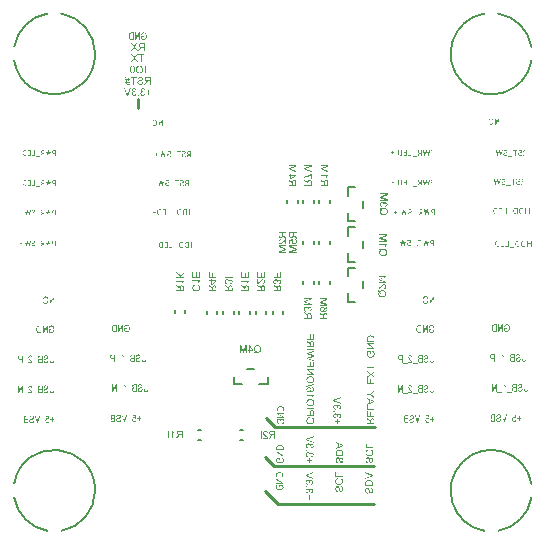
<source format=gbo>
G04*
G04 #@! TF.GenerationSoftware,Altium Limited,Altium Designer,25.1.2 (22)*
G04*
G04 Layer_Color=32896*
%FSLAX43Y43*%
%MOMM*%
G71*
G04*
G04 #@! TF.SameCoordinates,17EC2E02-D27E-49A4-BE65-F1638728C85A*
G04*
G04*
G04 #@! TF.FilePolarity,Positive*
G04*
G01*
G75*
%ADD10C,0.200*%
%ADD13C,0.254*%
G36*
X24931Y16370D02*
X25148D01*
Y16724D01*
X25224D01*
Y16370D01*
X25419D01*
Y16748D01*
X25495D01*
Y16285D01*
X24855D01*
Y16763D01*
X24931D01*
Y16370D01*
D02*
G37*
G36*
X25029Y16092D02*
X25047Y16079D01*
X25064Y16067D01*
X25078Y16055D01*
X25091Y16045D01*
X25100Y16036D01*
X25108Y16028D01*
X25112Y16024D01*
X25114Y16022D01*
X25120Y16014D01*
X25126Y16006D01*
X25136Y15989D01*
X25140Y15982D01*
X25144Y15976D01*
X25145Y15973D01*
X25146Y15971D01*
X25149Y15988D01*
X25152Y16003D01*
X25157Y16017D01*
X25160Y16031D01*
X25165Y16043D01*
X25170Y16054D01*
X25175Y16064D01*
X25180Y16074D01*
X25185Y16081D01*
X25190Y16088D01*
X25193Y16094D01*
X25197Y16098D01*
X25200Y16102D01*
X25203Y16105D01*
X25204Y16106D01*
X25205Y16107D01*
X25214Y16114D01*
X25223Y16122D01*
X25242Y16133D01*
X25262Y16140D01*
X25280Y16146D01*
X25296Y16149D01*
X25303Y16150D01*
X25309D01*
X25314Y16151D01*
X25317D01*
X25319D01*
X25320D01*
X25340Y16150D01*
X25357Y16147D01*
X25374Y16143D01*
X25388Y16138D01*
X25400Y16133D01*
X25409Y16129D01*
X25414Y16125D01*
X25415Y16124D01*
X25416D01*
X25431Y16113D01*
X25444Y16102D01*
X25455Y16090D01*
X25463Y16079D01*
X25470Y16069D01*
X25474Y16061D01*
X25476Y16055D01*
X25477Y16054D01*
Y16053D01*
X25480Y16045D01*
X25483Y16035D01*
X25487Y16014D01*
X25490Y15992D01*
X25493Y15972D01*
X25494Y15952D01*
Y15944D01*
X25495Y15937D01*
Y15640D01*
X24855D01*
Y15725D01*
X25139D01*
Y15834D01*
X25138Y15844D01*
Y15852D01*
X25137Y15858D01*
X25136Y15863D01*
Y15866D01*
X25135Y15868D01*
Y15869D01*
X25131Y15884D01*
X25128Y15890D01*
X25125Y15896D01*
X25122Y15902D01*
X25120Y15905D01*
X25120Y15907D01*
X25119Y15908D01*
X25113Y15915D01*
X25107Y15923D01*
X25093Y15937D01*
X25086Y15943D01*
X25081Y15948D01*
X25077Y15951D01*
X25076Y15951D01*
X25063Y15961D01*
X25049Y15971D01*
X25034Y15981D01*
X25021Y15991D01*
X25008Y16000D01*
X24997Y16006D01*
X24994Y16009D01*
X24991Y16011D01*
X24989Y16013D01*
X24988D01*
X24855Y16097D01*
Y16202D01*
X25029Y16092D01*
D02*
G37*
G36*
X25495Y15404D02*
X24855D01*
Y15489D01*
X25495D01*
Y15404D01*
D02*
G37*
G36*
Y15225D02*
X25083Y15125D01*
X25055Y15118D01*
X25029Y15112D01*
X25005Y15106D01*
X24985Y15102D01*
X24975Y15099D01*
X24967Y15098D01*
X24961Y15096D01*
X24955Y15095D01*
X24950Y15093D01*
X24947D01*
X24945Y15093D01*
X24944D01*
X24985Y15086D01*
X25024Y15078D01*
X25062Y15069D01*
X25080Y15066D01*
X25097Y15061D01*
X25113Y15057D01*
X25127Y15054D01*
X25139Y15050D01*
X25150Y15047D01*
X25158Y15045D01*
X25165Y15044D01*
X25169Y15042D01*
X25170D01*
X25495Y14951D01*
Y14848D01*
X25062Y14727D01*
X25059Y14726D01*
X25053Y14725D01*
X25046Y14723D01*
X25037Y14721D01*
X25028Y14718D01*
X25018Y14716D01*
X24997Y14711D01*
X24977Y14706D01*
X24968Y14703D01*
X24961Y14701D01*
X24953Y14701D01*
X24948Y14699D01*
X24945Y14698D01*
X24944D01*
X24968Y14693D01*
X24992Y14689D01*
X25014Y14684D01*
X25034Y14679D01*
X25043Y14677D01*
X25051Y14676D01*
X25058Y14674D01*
X25064Y14673D01*
X25069Y14672D01*
X25072Y14671D01*
X25074Y14670D01*
X25075D01*
X25495Y14575D01*
Y14487D01*
X24855Y14654D01*
Y14743D01*
X25342Y14878D01*
X25354Y14882D01*
X25367Y14885D01*
X25380Y14888D01*
X25391Y14891D01*
X25402Y14894D01*
X25410Y14896D01*
X25415Y14897D01*
X25416Y14897D01*
X25417D01*
X25414Y14898D01*
X25410Y14899D01*
X25400Y14902D01*
X25388Y14906D01*
X25375Y14910D01*
X25363Y14912D01*
X25353Y14915D01*
X25348Y14916D01*
X25345Y14917D01*
X25343Y14918D01*
X25342D01*
X24855Y15052D01*
Y15135D01*
X25495Y15311D01*
Y15225D01*
D02*
G37*
G36*
X24931Y14036D02*
X25148D01*
Y14390D01*
X25224D01*
Y14036D01*
X25419D01*
Y14414D01*
X25495D01*
Y13951D01*
X24855D01*
Y14429D01*
X24931D01*
Y14036D01*
D02*
G37*
G36*
X25495Y13726D02*
X24992D01*
X25495Y13390D01*
Y13304D01*
X24855D01*
Y13385D01*
X25357D01*
X24855Y13720D01*
Y13807D01*
X25495D01*
Y13726D01*
D02*
G37*
G36*
X25208Y13194D02*
X25241Y13190D01*
X25255Y13187D01*
X25270Y13183D01*
X25283Y13180D01*
X25295Y13177D01*
X25306Y13173D01*
X25316Y13169D01*
X25325Y13167D01*
X25332Y13163D01*
X25338Y13161D01*
X25341Y13159D01*
X25344Y13157D01*
X25345D01*
X25372Y13143D01*
X25396Y13125D01*
X25416Y13107D01*
X25433Y13090D01*
X25446Y13074D01*
X25451Y13067D01*
X25456Y13061D01*
X25459Y13056D01*
X25462Y13052D01*
X25463Y13050D01*
X25463Y13049D01*
X25471Y13035D01*
X25477Y13022D01*
X25488Y12995D01*
X25496Y12967D01*
X25500Y12943D01*
X25502Y12932D01*
X25504Y12921D01*
X25505Y12912D01*
Y12904D01*
X25506Y12898D01*
Y12889D01*
X25505Y12864D01*
X25502Y12841D01*
X25498Y12819D01*
X25492Y12798D01*
X25485Y12778D01*
X25477Y12760D01*
X25469Y12743D01*
X25461Y12728D01*
X25452Y12715D01*
X25444Y12703D01*
X25437Y12692D01*
X25429Y12684D01*
X25424Y12678D01*
X25419Y12672D01*
X25416Y12669D01*
X25415Y12668D01*
X25398Y12654D01*
X25379Y12641D01*
X25359Y12629D01*
X25339Y12619D01*
X25317Y12611D01*
X25297Y12604D01*
X25277Y12598D01*
X25257Y12594D01*
X25239Y12591D01*
X25221Y12588D01*
X25206Y12586D01*
X25193Y12584D01*
X25181D01*
X25173Y12583D01*
X25168D01*
X25167D01*
X25166D01*
X25134Y12585D01*
X25106Y12589D01*
X25078Y12594D01*
X25066Y12598D01*
X25054Y12602D01*
X25044Y12605D01*
X25034Y12608D01*
X25026Y12611D01*
X25019Y12614D01*
X25013Y12616D01*
X25010Y12618D01*
X25007Y12619D01*
X25006D01*
X24979Y12635D01*
X24956Y12652D01*
X24936Y12670D01*
X24919Y12688D01*
X24905Y12703D01*
X24899Y12710D01*
X24896Y12716D01*
X24892Y12721D01*
X24889Y12725D01*
X24888Y12727D01*
X24887Y12728D01*
X24880Y12741D01*
X24874Y12755D01*
X24862Y12783D01*
X24855Y12810D01*
X24850Y12835D01*
X24848Y12847D01*
X24847Y12857D01*
X24845Y12866D01*
Y12875D01*
X24844Y12880D01*
Y12889D01*
X24846Y12920D01*
X24850Y12948D01*
X24856Y12975D01*
X24860Y12987D01*
X24863Y12998D01*
X24867Y13009D01*
X24871Y13018D01*
X24874Y13025D01*
X24876Y13032D01*
X24879Y13037D01*
X24881Y13042D01*
X24883Y13044D01*
Y13045D01*
X24899Y13071D01*
X24918Y13093D01*
X24937Y13111D01*
X24956Y13127D01*
X24973Y13140D01*
X24980Y13145D01*
X24986Y13148D01*
X24992Y13152D01*
X24996Y13154D01*
X24998Y13156D01*
X24999D01*
X25014Y13163D01*
X25029Y13169D01*
X25059Y13179D01*
X25088Y13186D01*
X25115Y13191D01*
X25127Y13192D01*
X25138Y13194D01*
X25148Y13194D01*
X25157D01*
X25164Y13195D01*
X25169D01*
X25172D01*
X25173D01*
X25208Y13194D01*
D02*
G37*
G36*
X25506Y12477D02*
X24844Y12291D01*
Y12354D01*
X25506Y12540D01*
Y12477D01*
D02*
G37*
G36*
X25079Y12250D02*
X25095Y12248D01*
X25110Y12245D01*
X25124Y12242D01*
X25137Y12238D01*
X25150Y12233D01*
X25161Y12228D01*
X25171Y12223D01*
X25181Y12217D01*
X25189Y12213D01*
X25195Y12208D01*
X25202Y12203D01*
X25206Y12201D01*
X25209Y12198D01*
X25211Y12196D01*
X25212Y12195D01*
X25222Y12185D01*
X25231Y12174D01*
X25239Y12162D01*
X25245Y12151D01*
X25252Y12140D01*
X25256Y12128D01*
X25263Y12107D01*
X25266Y12098D01*
X25267Y12089D01*
X25268Y12081D01*
X25269Y12074D01*
X25270Y12068D01*
Y12061D01*
X25269Y12044D01*
X25267Y12029D01*
X25264Y12014D01*
X25260Y12001D01*
X25255Y11990D01*
X25253Y11981D01*
X25250Y11976D01*
X25249Y11975D01*
Y11974D01*
X25240Y11959D01*
X25230Y11946D01*
X25219Y11934D01*
X25208Y11925D01*
X25199Y11917D01*
X25192Y11910D01*
X25186Y11907D01*
X25185Y11906D01*
X25202D01*
X25218Y11907D01*
X25233Y11907D01*
X25248Y11909D01*
X25261Y11910D01*
X25273Y11912D01*
X25284Y11914D01*
X25294Y11917D01*
X25304Y11919D01*
X25311Y11920D01*
X25317Y11922D01*
X25323Y11923D01*
X25327Y11925D01*
X25329Y11926D01*
X25331Y11927D01*
X25332D01*
X25351Y11936D01*
X25367Y11945D01*
X25380Y11956D01*
X25391Y11965D01*
X25401Y11973D01*
X25407Y11980D01*
X25411Y11984D01*
X25412Y11986D01*
X25419Y11997D01*
X25424Y12008D01*
X25427Y12019D01*
X25430Y12030D01*
X25432Y12039D01*
X25433Y12046D01*
Y12053D01*
X25431Y12069D01*
X25427Y12085D01*
X25422Y12098D01*
X25416Y12110D01*
X25410Y12119D01*
X25404Y12126D01*
X25401Y12129D01*
X25399Y12131D01*
X25390Y12138D01*
X25380Y12144D01*
X25369Y12150D01*
X25358Y12153D01*
X25348Y12157D01*
X25340Y12160D01*
X25334Y12161D01*
X25333Y12162D01*
X25332D01*
X25339Y12240D01*
X25365Y12235D01*
X25388Y12226D01*
X25408Y12217D01*
X25425Y12207D01*
X25438Y12197D01*
X25443Y12193D01*
X25448Y12189D01*
X25451Y12186D01*
X25453Y12183D01*
X25454Y12182D01*
X25455Y12181D01*
X25463Y12172D01*
X25469Y12162D01*
X25480Y12141D01*
X25487Y12121D01*
X25492Y12102D01*
X25496Y12084D01*
X25497Y12077D01*
Y12070D01*
X25498Y12065D01*
Y12057D01*
X25497Y12039D01*
X25495Y12021D01*
X25491Y12005D01*
X25487Y11989D01*
X25480Y11975D01*
X25475Y11961D01*
X25467Y11949D01*
X25461Y11938D01*
X25454Y11929D01*
X25447Y11919D01*
X25441Y11912D01*
X25436Y11907D01*
X25430Y11902D01*
X25426Y11898D01*
X25425Y11896D01*
X25424Y11895D01*
X25407Y11883D01*
X25388Y11873D01*
X25367Y11864D01*
X25346Y11856D01*
X25324Y11849D01*
X25302Y11844D01*
X25279Y11839D01*
X25257Y11835D01*
X25236Y11833D01*
X25217Y11831D01*
X25199Y11829D01*
X25184Y11828D01*
X25171D01*
X25162Y11827D01*
X25158D01*
X25156D01*
X25155D01*
X25154D01*
X25124Y11828D01*
X25096Y11830D01*
X25071Y11833D01*
X25046Y11837D01*
X25025Y11842D01*
X25006Y11846D01*
X24988Y11852D01*
X24973Y11858D01*
X24960Y11864D01*
X24948Y11870D01*
X24938Y11874D01*
X24930Y11880D01*
X24924Y11883D01*
X24920Y11886D01*
X24917Y11888D01*
X24916Y11889D01*
X24903Y11901D01*
X24892Y11914D01*
X24883Y11927D01*
X24875Y11940D01*
X24867Y11954D01*
X24862Y11967D01*
X24857Y11980D01*
X24853Y11993D01*
X24850Y12004D01*
X24848Y12015D01*
X24846Y12024D01*
X24845Y12032D01*
Y12040D01*
X24844Y12044D01*
Y12049D01*
X24845Y12070D01*
X24849Y12090D01*
X24852Y12107D01*
X24858Y12123D01*
X24862Y12135D01*
X24867Y12144D01*
X24868Y12148D01*
X24870Y12151D01*
X24871Y12152D01*
Y12152D01*
X24882Y12168D01*
X24895Y12183D01*
X24908Y12195D01*
X24921Y12205D01*
X24933Y12213D01*
X24942Y12219D01*
X24946Y12221D01*
X24948Y12223D01*
X24949Y12224D01*
X24950D01*
X24970Y12233D01*
X24990Y12239D01*
X25009Y12244D01*
X25026Y12247D01*
X25041Y12250D01*
X25046D01*
X25052Y12250D01*
X25057D01*
X25059D01*
X25061D01*
X25062D01*
X25079Y12250D01*
D02*
G37*
G36*
X25498Y11578D02*
X25482Y11569D01*
X25467Y11559D01*
X25452Y11547D01*
X25439Y11536D01*
X25428Y11525D01*
X25419Y11516D01*
X25416Y11513D01*
X25414Y11510D01*
X25413Y11509D01*
X25412Y11508D01*
X25396Y11489D01*
X25381Y11469D01*
X25368Y11451D01*
X25358Y11432D01*
X25349Y11417D01*
X25345Y11410D01*
X25342Y11404D01*
X25340Y11400D01*
X25339Y11396D01*
X25337Y11394D01*
Y11393D01*
X25261D01*
X25267Y11407D01*
X25273Y11421D01*
X25279Y11435D01*
X25286Y11448D01*
X25292Y11459D01*
X25296Y11468D01*
X25300Y11474D01*
X25301Y11475D01*
Y11476D01*
X25311Y11492D01*
X25321Y11507D01*
X25330Y11520D01*
X25339Y11530D01*
X25345Y11539D01*
X25351Y11545D01*
X25354Y11550D01*
X25355Y11551D01*
X24855D01*
Y11629D01*
X25498D01*
Y11578D01*
D02*
G37*
G36*
X25208Y11255D02*
X25241Y11251D01*
X25255Y11248D01*
X25270Y11245D01*
X25283Y11241D01*
X25295Y11238D01*
X25306Y11234D01*
X25316Y11231D01*
X25325Y11228D01*
X25332Y11224D01*
X25338Y11222D01*
X25341Y11220D01*
X25344Y11219D01*
X25345D01*
X25372Y11204D01*
X25396Y11186D01*
X25416Y11168D01*
X25433Y11151D01*
X25446Y11135D01*
X25451Y11128D01*
X25456Y11123D01*
X25459Y11117D01*
X25462Y11113D01*
X25463Y11111D01*
X25463Y11110D01*
X25471Y11097D01*
X25477Y11083D01*
X25488Y11056D01*
X25496Y11028D01*
X25500Y11004D01*
X25502Y10993D01*
X25504Y10982D01*
X25505Y10974D01*
Y10965D01*
X25506Y10959D01*
Y10951D01*
X25505Y10926D01*
X25502Y10902D01*
X25498Y10880D01*
X25492Y10859D01*
X25485Y10840D01*
X25477Y10821D01*
X25469Y10804D01*
X25461Y10790D01*
X25452Y10776D01*
X25444Y10764D01*
X25437Y10754D01*
X25429Y10745D01*
X25424Y10739D01*
X25419Y10733D01*
X25416Y10730D01*
X25415Y10730D01*
X25398Y10715D01*
X25379Y10702D01*
X25359Y10690D01*
X25339Y10681D01*
X25317Y10672D01*
X25297Y10665D01*
X25277Y10659D01*
X25257Y10656D01*
X25239Y10652D01*
X25221Y10649D01*
X25206Y10647D01*
X25193Y10645D01*
X25181D01*
X25173Y10644D01*
X25168D01*
X25167D01*
X25166D01*
X25134Y10646D01*
X25106Y10650D01*
X25078Y10656D01*
X25066Y10659D01*
X25054Y10663D01*
X25044Y10666D01*
X25034Y10669D01*
X25026Y10672D01*
X25019Y10675D01*
X25013Y10677D01*
X25010Y10679D01*
X25007Y10681D01*
X25006D01*
X24979Y10696D01*
X24956Y10713D01*
X24936Y10731D01*
X24919Y10749D01*
X24905Y10765D01*
X24899Y10771D01*
X24896Y10777D01*
X24892Y10782D01*
X24889Y10786D01*
X24888Y10788D01*
X24887Y10789D01*
X24880Y10803D01*
X24874Y10816D01*
X24862Y10844D01*
X24855Y10871D01*
X24850Y10896D01*
X24848Y10908D01*
X24847Y10918D01*
X24845Y10927D01*
Y10936D01*
X24844Y10941D01*
Y10951D01*
X24846Y10981D01*
X24850Y11010D01*
X24856Y11037D01*
X24860Y11049D01*
X24863Y11060D01*
X24867Y11070D01*
X24871Y11079D01*
X24874Y11086D01*
X24876Y11093D01*
X24879Y11098D01*
X24881Y11103D01*
X24883Y11105D01*
Y11106D01*
X24899Y11132D01*
X24918Y11154D01*
X24937Y11172D01*
X24956Y11188D01*
X24973Y11201D01*
X24980Y11206D01*
X24986Y11209D01*
X24992Y11213D01*
X24996Y11215D01*
X24998Y11217D01*
X24999D01*
X25014Y11224D01*
X25029Y11230D01*
X25059Y11240D01*
X25088Y11247D01*
X25115Y11252D01*
X25127Y11253D01*
X25138Y11255D01*
X25148Y11256D01*
X25157D01*
X25164Y11257D01*
X25169D01*
X25172D01*
X25173D01*
X25208Y11255D01*
D02*
G37*
G36*
X25495Y10436D02*
X24855D01*
Y10521D01*
X25495D01*
Y10436D01*
D02*
G37*
G36*
X25327Y10313D02*
X25343Y10311D01*
X25358Y10307D01*
X25371Y10304D01*
X25382Y10301D01*
X25390Y10297D01*
X25395Y10295D01*
X25397Y10294D01*
X25411Y10287D01*
X25423Y10277D01*
X25434Y10269D01*
X25442Y10261D01*
X25449Y10253D01*
X25454Y10248D01*
X25457Y10244D01*
X25458Y10242D01*
X25465Y10230D01*
X25472Y10216D01*
X25477Y10203D01*
X25482Y10191D01*
X25485Y10180D01*
X25487Y10172D01*
X25488Y10166D01*
Y10164D01*
X25490Y10150D01*
X25492Y10134D01*
X25493Y10118D01*
X25494Y10102D01*
X25495Y10088D01*
Y9825D01*
X24855D01*
Y9910D01*
X25115D01*
Y10074D01*
X25116Y10098D01*
X25118Y10121D01*
X25120Y10142D01*
X25124Y10160D01*
X25128Y10178D01*
X25132Y10192D01*
X25138Y10206D01*
X25144Y10218D01*
X25148Y10228D01*
X25154Y10238D01*
X25158Y10245D01*
X25163Y10251D01*
X25166Y10255D01*
X25169Y10258D01*
X25170Y10260D01*
X25171Y10261D01*
X25182Y10270D01*
X25193Y10278D01*
X25205Y10285D01*
X25217Y10291D01*
X25229Y10297D01*
X25240Y10301D01*
X25261Y10307D01*
X25271Y10309D01*
X25280Y10311D01*
X25289Y10312D01*
X25295Y10313D01*
X25302Y10314D01*
X25305D01*
X25308D01*
X25309D01*
X25327Y10313D01*
D02*
G37*
G36*
X25181Y9429D02*
X25106D01*
Y9617D01*
X24985D01*
X24976Y9606D01*
X24968Y9593D01*
X24961Y9579D01*
X24954Y9566D01*
X24948Y9555D01*
X24944Y9545D01*
X24942Y9542D01*
X24941Y9540D01*
X24940Y9538D01*
Y9537D01*
X24934Y9517D01*
X24928Y9498D01*
X24924Y9480D01*
X24923Y9464D01*
X24921Y9450D01*
Y9444D01*
X24920Y9439D01*
Y9430D01*
X24921Y9407D01*
X24924Y9384D01*
X24929Y9364D01*
X24934Y9345D01*
X24939Y9331D01*
X24941Y9324D01*
X24943Y9320D01*
X24945Y9315D01*
X24947Y9312D01*
X24948Y9310D01*
Y9309D01*
X24960Y9290D01*
X24973Y9272D01*
X24986Y9258D01*
X25000Y9246D01*
X25013Y9235D01*
X25023Y9229D01*
X25027Y9226D01*
X25030Y9225D01*
X25032Y9223D01*
X25033D01*
X25056Y9214D01*
X25080Y9207D01*
X25104Y9202D01*
X25127Y9198D01*
X25137Y9198D01*
X25146Y9197D01*
X25156Y9196D01*
X25163D01*
X25169Y9195D01*
X25173D01*
X25176D01*
X25177D01*
X25203Y9196D01*
X25226Y9198D01*
X25248Y9202D01*
X25267Y9207D01*
X25276Y9209D01*
X25283Y9211D01*
X25290Y9213D01*
X25295Y9215D01*
X25300Y9217D01*
X25303Y9218D01*
X25304Y9219D01*
X25305D01*
X25318Y9225D01*
X25330Y9232D01*
X25341Y9238D01*
X25351Y9245D01*
X25358Y9250D01*
X25365Y9255D01*
X25368Y9259D01*
X25369Y9260D01*
X25379Y9270D01*
X25389Y9281D01*
X25396Y9293D01*
X25403Y9304D01*
X25408Y9313D01*
X25413Y9321D01*
X25414Y9326D01*
X25415Y9328D01*
X25422Y9345D01*
X25426Y9361D01*
X25429Y9379D01*
X25432Y9394D01*
X25433Y9408D01*
Y9414D01*
X25434Y9419D01*
Y9429D01*
X25433Y9446D01*
X25431Y9463D01*
X25428Y9478D01*
X25426Y9491D01*
X25422Y9502D01*
X25419Y9510D01*
X25417Y9515D01*
X25416Y9517D01*
X25410Y9530D01*
X25402Y9542D01*
X25395Y9554D01*
X25388Y9562D01*
X25381Y9568D01*
X25377Y9574D01*
X25373Y9577D01*
X25372Y9578D01*
X25361Y9586D01*
X25348Y9592D01*
X25336Y9599D01*
X25323Y9604D01*
X25312Y9608D01*
X25304Y9611D01*
X25300Y9612D01*
X25297Y9613D01*
X25296Y9614D01*
X25295D01*
X25316Y9690D01*
X25339Y9684D01*
X25359Y9676D01*
X25377Y9667D01*
X25392Y9660D01*
X25404Y9652D01*
X25413Y9647D01*
X25418Y9643D01*
X25420Y9641D01*
X25435Y9628D01*
X25447Y9615D01*
X25458Y9600D01*
X25467Y9586D01*
X25474Y9573D01*
X25479Y9563D01*
X25481Y9559D01*
X25482Y9556D01*
X25483Y9554D01*
Y9554D01*
X25490Y9532D01*
X25496Y9510D01*
X25500Y9490D01*
X25503Y9470D01*
X25505Y9453D01*
Y9445D01*
X25506Y9440D01*
Y9410D01*
X25504Y9394D01*
X25500Y9361D01*
X25497Y9346D01*
X25493Y9333D01*
X25490Y9320D01*
X25487Y9308D01*
X25483Y9296D01*
X25479Y9287D01*
X25475Y9279D01*
X25473Y9272D01*
X25470Y9266D01*
X25468Y9262D01*
X25467Y9260D01*
X25466Y9259D01*
X25458Y9246D01*
X25450Y9233D01*
X25430Y9211D01*
X25411Y9191D01*
X25390Y9175D01*
X25373Y9162D01*
X25365Y9158D01*
X25358Y9154D01*
X25353Y9150D01*
X25349Y9149D01*
X25346Y9148D01*
X25345Y9147D01*
X25315Y9134D01*
X25284Y9125D01*
X25255Y9117D01*
X25241Y9115D01*
X25228Y9113D01*
X25216Y9112D01*
X25206Y9110D01*
X25195Y9109D01*
X25187D01*
X25181Y9108D01*
X25176D01*
X25172D01*
X25171D01*
X25137Y9110D01*
X25105Y9114D01*
X25090Y9117D01*
X25076Y9120D01*
X25062Y9124D01*
X25050Y9127D01*
X25039Y9131D01*
X25030Y9135D01*
X25021Y9137D01*
X25014Y9140D01*
X25008Y9143D01*
X25004Y9145D01*
X25001Y9147D01*
X25000D01*
X24973Y9163D01*
X24950Y9182D01*
X24930Y9201D01*
X24913Y9220D01*
X24900Y9237D01*
X24896Y9244D01*
X24891Y9250D01*
X24888Y9256D01*
X24886Y9260D01*
X24885Y9262D01*
X24884Y9263D01*
X24876Y9278D01*
X24871Y9293D01*
X24861Y9322D01*
X24854Y9351D01*
X24849Y9378D01*
X24848Y9390D01*
X24846Y9401D01*
X24845Y9411D01*
Y9419D01*
X24844Y9426D01*
Y9435D01*
X24845Y9461D01*
X24848Y9486D01*
X24852Y9509D01*
X24857Y9529D01*
X24859Y9538D01*
X24861Y9546D01*
X24863Y9554D01*
X24865Y9560D01*
X24867Y9565D01*
X24868Y9568D01*
X24869Y9570D01*
Y9571D01*
X24879Y9596D01*
X24891Y9619D01*
X24904Y9641D01*
X24916Y9661D01*
X24922Y9669D01*
X24927Y9677D01*
X24932Y9684D01*
X24936Y9689D01*
X24939Y9694D01*
X24942Y9698D01*
X24943Y9700D01*
X24944Y9701D01*
X25181D01*
Y9429D01*
D02*
G37*
G36*
X30317Y16641D02*
X30346Y16638D01*
X30372Y16634D01*
X30384Y16632D01*
X30394Y16629D01*
X30404Y16626D01*
X30413Y16625D01*
X30420Y16623D01*
X30427Y16620D01*
X30432Y16619D01*
X30436Y16617D01*
X30438Y16616D01*
X30439D01*
X30463Y16606D01*
X30484Y16594D01*
X30502Y16581D01*
X30518Y16569D01*
X30531Y16558D01*
X30540Y16549D01*
X30543Y16545D01*
X30546Y16542D01*
X30547Y16541D01*
X30548Y16540D01*
X30560Y16526D01*
X30569Y16510D01*
X30577Y16494D01*
X30584Y16479D01*
X30588Y16466D01*
X30591Y16456D01*
X30593Y16453D01*
Y16450D01*
X30594Y16448D01*
Y16447D01*
X30597Y16431D01*
X30599Y16413D01*
X30601Y16394D01*
X30602Y16376D01*
X30603Y16359D01*
Y16113D01*
X29963D01*
Y16343D01*
X29964Y16365D01*
X29965Y16384D01*
X29967Y16402D01*
X29969Y16417D01*
X29971Y16429D01*
X29972Y16439D01*
X29973Y16441D01*
X29973Y16444D01*
Y16446D01*
X29978Y16463D01*
X29984Y16478D01*
X29988Y16490D01*
X29994Y16502D01*
X29998Y16511D01*
X30002Y16517D01*
X30005Y16521D01*
X30006Y16523D01*
X30014Y16535D01*
X30024Y16545D01*
X30034Y16555D01*
X30043Y16564D01*
X30051Y16571D01*
X30058Y16576D01*
X30062Y16580D01*
X30064Y16581D01*
X30079Y16590D01*
X30095Y16600D01*
X30109Y16607D01*
X30124Y16613D01*
X30137Y16618D01*
X30147Y16622D01*
X30151Y16623D01*
X30154Y16624D01*
X30156Y16625D01*
X30157D01*
X30179Y16630D01*
X30201Y16635D01*
X30222Y16638D01*
X30243Y16640D01*
X30260Y16641D01*
X30267D01*
X30274Y16642D01*
X30279D01*
X30283D01*
X30285D01*
X30286D01*
X30317Y16641D01*
D02*
G37*
G36*
X30603Y15890D02*
X30100D01*
X30603Y15554D01*
Y15467D01*
X29963D01*
Y15548D01*
X30465D01*
X29963Y15883D01*
Y15971D01*
X30603D01*
Y15890D01*
D02*
G37*
G36*
X30290Y15071D02*
X30214D01*
Y15260D01*
X30094D01*
X30084Y15249D01*
X30076Y15236D01*
X30069Y15222D01*
X30062Y15209D01*
X30057Y15198D01*
X30052Y15188D01*
X30050Y15184D01*
X30049Y15182D01*
X30048Y15180D01*
Y15179D01*
X30042Y15160D01*
X30036Y15141D01*
X30033Y15123D01*
X30031Y15106D01*
X30029Y15093D01*
Y15087D01*
X30028Y15081D01*
Y15072D01*
X30029Y15049D01*
X30033Y15027D01*
X30037Y15007D01*
X30042Y14988D01*
X30047Y14973D01*
X30049Y14967D01*
X30051Y14962D01*
X30053Y14958D01*
X30055Y14955D01*
X30056Y14953D01*
Y14952D01*
X30068Y14933D01*
X30081Y14915D01*
X30095Y14900D01*
X30108Y14888D01*
X30121Y14878D01*
X30132Y14872D01*
X30135Y14869D01*
X30138Y14868D01*
X30140Y14866D01*
X30141D01*
X30164Y14857D01*
X30188Y14849D01*
X30212Y14845D01*
X30235Y14841D01*
X30245Y14840D01*
X30255Y14839D01*
X30264Y14838D01*
X30271D01*
X30277Y14837D01*
X30281D01*
X30284D01*
X30285D01*
X30311Y14838D01*
X30334Y14841D01*
X30356Y14845D01*
X30376Y14849D01*
X30384Y14851D01*
X30391Y14854D01*
X30398Y14856D01*
X30403Y14858D01*
X30408Y14860D01*
X30411Y14860D01*
X30413Y14861D01*
X30414D01*
X30427Y14868D01*
X30439Y14874D01*
X30450Y14881D01*
X30459Y14887D01*
X30466Y14893D01*
X30473Y14897D01*
X30476Y14901D01*
X30477Y14902D01*
X30488Y14912D01*
X30497Y14923D01*
X30504Y14935D01*
X30512Y14946D01*
X30516Y14956D01*
X30521Y14963D01*
X30523Y14969D01*
X30524Y14971D01*
X30530Y14987D01*
X30535Y15004D01*
X30537Y15021D01*
X30540Y15037D01*
X30541Y15051D01*
Y15057D01*
X30542Y15061D01*
Y15071D01*
X30541Y15089D01*
X30539Y15106D01*
X30537Y15120D01*
X30534Y15133D01*
X30530Y15144D01*
X30527Y15153D01*
X30525Y15157D01*
X30525Y15159D01*
X30518Y15173D01*
X30511Y15185D01*
X30503Y15196D01*
X30496Y15204D01*
X30489Y15211D01*
X30485Y15216D01*
X30481Y15219D01*
X30480Y15220D01*
X30469Y15228D01*
X30456Y15235D01*
X30444Y15241D01*
X30431Y15247D01*
X30420Y15251D01*
X30412Y15253D01*
X30408Y15254D01*
X30405Y15255D01*
X30404Y15256D01*
X30403D01*
X30424Y15333D01*
X30447Y15326D01*
X30467Y15318D01*
X30486Y15310D01*
X30500Y15302D01*
X30513Y15295D01*
X30521Y15289D01*
X30526Y15286D01*
X30528Y15284D01*
X30543Y15271D01*
X30555Y15257D01*
X30566Y15242D01*
X30575Y15228D01*
X30582Y15216D01*
X30587Y15205D01*
X30589Y15202D01*
X30590Y15199D01*
X30591Y15197D01*
Y15196D01*
X30598Y15175D01*
X30604Y15153D01*
X30609Y15132D01*
X30611Y15113D01*
X30613Y15095D01*
Y15088D01*
X30614Y15082D01*
Y15053D01*
X30612Y15036D01*
X30608Y15004D01*
X30605Y14989D01*
X30601Y14975D01*
X30598Y14962D01*
X30595Y14950D01*
X30591Y14939D01*
X30587Y14930D01*
X30584Y14922D01*
X30581Y14914D01*
X30578Y14909D01*
X30576Y14905D01*
X30575Y14902D01*
X30574Y14901D01*
X30566Y14888D01*
X30558Y14875D01*
X30538Y14853D01*
X30519Y14834D01*
X30499Y14818D01*
X30481Y14805D01*
X30474Y14800D01*
X30466Y14797D01*
X30461Y14793D01*
X30457Y14791D01*
X30454Y14790D01*
X30453Y14789D01*
X30423Y14776D01*
X30392Y14767D01*
X30363Y14760D01*
X30349Y14758D01*
X30336Y14755D01*
X30324Y14754D01*
X30314Y14752D01*
X30304Y14751D01*
X30295D01*
X30289Y14750D01*
X30284D01*
X30280D01*
X30280D01*
X30245Y14752D01*
X30213Y14757D01*
X30198Y14760D01*
X30184Y14762D01*
X30170Y14766D01*
X30158Y14770D01*
X30147Y14774D01*
X30138Y14777D01*
X30129Y14780D01*
X30122Y14783D01*
X30116Y14786D01*
X30112Y14787D01*
X30109Y14789D01*
X30108D01*
X30082Y14806D01*
X30059Y14824D01*
X30038Y14844D01*
X30022Y14862D01*
X30009Y14880D01*
X30004Y14886D01*
X29999Y14893D01*
X29997Y14898D01*
X29994Y14902D01*
X29993Y14905D01*
X29992Y14906D01*
X29985Y14921D01*
X29979Y14935D01*
X29969Y14965D01*
X29962Y14994D01*
X29957Y15020D01*
X29956Y15032D01*
X29954Y15044D01*
X29953Y15054D01*
Y15062D01*
X29952Y15069D01*
Y15078D01*
X29953Y15104D01*
X29956Y15129D01*
X29961Y15152D01*
X29965Y15172D01*
X29967Y15180D01*
X29969Y15189D01*
X29972Y15196D01*
X29973Y15203D01*
X29975Y15207D01*
X29976Y15211D01*
X29977Y15213D01*
Y15214D01*
X29987Y15239D01*
X29999Y15262D01*
X30012Y15284D01*
X30024Y15303D01*
X30030Y15312D01*
X30035Y15320D01*
X30040Y15326D01*
X30044Y15332D01*
X30047Y15337D01*
X30050Y15340D01*
X30051Y15342D01*
X30052Y15343D01*
X30290D01*
Y15071D01*
D02*
G37*
G36*
X29842Y14192D02*
X29786D01*
Y14713D01*
X29842D01*
Y14192D01*
D02*
G37*
G36*
X30603Y13681D02*
X30527D01*
Y13892D01*
X29963D01*
Y13977D01*
X30527D01*
Y14187D01*
X30603D01*
Y13681D01*
D02*
G37*
G36*
X30299Y13414D02*
X30603Y13635D01*
Y13543D01*
X30433Y13415D01*
X30419Y13404D01*
X30406Y13395D01*
X30393Y13386D01*
X30383Y13378D01*
X30374Y13372D01*
X30366Y13367D01*
X30363Y13365D01*
X30361Y13364D01*
X30372Y13357D01*
X30384Y13350D01*
X30397Y13341D01*
X30410Y13333D01*
X30421Y13325D01*
X30430Y13319D01*
X30434Y13316D01*
X30437Y13315D01*
X30438Y13313D01*
X30439D01*
X30603Y13196D01*
Y13096D01*
X30294Y13314D01*
X29963Y13067D01*
Y13169D01*
X30185Y13330D01*
X30191Y13334D01*
X30197Y13339D01*
X30212Y13349D01*
X30219Y13353D01*
X30225Y13357D01*
X30229Y13360D01*
X30230Y13361D01*
X30216Y13370D01*
X30203Y13378D01*
X30198Y13382D01*
X30194Y13384D01*
X30192Y13386D01*
X30191Y13387D01*
X29963Y13549D01*
Y13653D01*
X30299Y13414D01*
D02*
G37*
G36*
X30039Y12622D02*
X30256D01*
Y12976D01*
X30332D01*
Y12622D01*
X30527D01*
Y13000D01*
X30603D01*
Y12537D01*
X29963D01*
Y13015D01*
X30039D01*
Y12622D01*
D02*
G37*
G36*
X29842Y11956D02*
X29786D01*
Y12476D01*
X29842D01*
Y11956D01*
D02*
G37*
G36*
X30603Y11863D02*
X30414Y11740D01*
X30391Y11725D01*
X30370Y11711D01*
X30351Y11699D01*
X30334Y11689D01*
X30320Y11681D01*
X30315Y11677D01*
X30310Y11674D01*
X30306Y11672D01*
X30304Y11670D01*
X30302Y11669D01*
X30301D01*
X30321Y11658D01*
X30341Y11646D01*
X30359Y11635D01*
X30376Y11625D01*
X30390Y11616D01*
X30395Y11613D01*
X30400Y11609D01*
X30403Y11607D01*
X30406Y11605D01*
X30408Y11603D01*
X30409D01*
X30603Y11478D01*
Y11375D01*
X30234Y11622D01*
X29963D01*
Y11707D01*
X30234D01*
X30603Y11962D01*
Y11863D01*
D02*
G37*
G36*
Y11112D02*
Y11020D01*
X29963Y10776D01*
Y10865D01*
X30157Y10935D01*
Y11203D01*
X29963Y11278D01*
Y11374D01*
X30603Y11112D01*
D02*
G37*
G36*
X30039Y10430D02*
X30603D01*
Y10345D01*
X29963D01*
Y10745D01*
X30039D01*
Y10430D01*
D02*
G37*
G36*
Y9838D02*
X30256D01*
Y10192D01*
X30332D01*
Y9838D01*
X30527D01*
Y10216D01*
X30603D01*
Y9753D01*
X29963D01*
Y10231D01*
X30039D01*
Y9838D01*
D02*
G37*
G36*
X30137Y9560D02*
X30156Y9547D01*
X30172Y9535D01*
X30186Y9523D01*
X30199Y9513D01*
X30208Y9504D01*
X30216Y9496D01*
X30220Y9492D01*
X30222Y9490D01*
X30228Y9482D01*
X30234Y9474D01*
X30244Y9457D01*
X30248Y9450D01*
X30252Y9444D01*
X30254Y9441D01*
X30255Y9439D01*
X30257Y9456D01*
X30260Y9471D01*
X30265Y9485D01*
X30268Y9499D01*
X30273Y9511D01*
X30279Y9522D01*
X30283Y9532D01*
X30288Y9542D01*
X30293Y9549D01*
X30298Y9556D01*
X30302Y9562D01*
X30305Y9566D01*
X30308Y9570D01*
X30311Y9573D01*
X30312Y9574D01*
X30313Y9575D01*
X30322Y9582D01*
X30331Y9590D01*
X30351Y9601D01*
X30370Y9608D01*
X30389Y9614D01*
X30404Y9617D01*
X30411Y9618D01*
X30417D01*
X30422Y9619D01*
X30426D01*
X30427D01*
X30428D01*
X30448Y9618D01*
X30465Y9615D01*
X30482Y9611D01*
X30496Y9606D01*
X30508Y9601D01*
X30517Y9597D01*
X30523Y9593D01*
X30524Y9592D01*
X30525D01*
X30539Y9581D01*
X30552Y9570D01*
X30563Y9558D01*
X30572Y9547D01*
X30578Y9537D01*
X30582Y9529D01*
X30585Y9523D01*
X30586Y9522D01*
Y9521D01*
X30588Y9513D01*
X30591Y9503D01*
X30596Y9482D01*
X30598Y9460D01*
X30601Y9440D01*
X30602Y9420D01*
Y9412D01*
X30603Y9405D01*
Y9108D01*
X29963D01*
Y9193D01*
X30247D01*
Y9302D01*
X30246Y9312D01*
Y9320D01*
X30245Y9326D01*
X30244Y9331D01*
Y9334D01*
X30243Y9336D01*
Y9337D01*
X30239Y9352D01*
X30236Y9358D01*
X30233Y9364D01*
X30231Y9370D01*
X30229Y9373D01*
X30228Y9375D01*
X30227Y9376D01*
X30221Y9383D01*
X30215Y9391D01*
X30201Y9405D01*
X30194Y9411D01*
X30189Y9416D01*
X30185Y9419D01*
X30184Y9419D01*
X30171Y9429D01*
X30157Y9439D01*
X30143Y9449D01*
X30129Y9459D01*
X30116Y9468D01*
X30106Y9474D01*
X30102Y9477D01*
X30099Y9479D01*
X30097Y9480D01*
X30096D01*
X29963Y9565D01*
Y9670D01*
X30137Y9560D01*
D02*
G37*
G36*
X27774Y11328D02*
X27309Y11154D01*
X27290Y11147D01*
X27271Y11140D01*
X27254Y11135D01*
X27238Y11130D01*
X27224Y11125D01*
X27214Y11122D01*
X27210Y11122D01*
X27207Y11121D01*
X27205Y11120D01*
X27205D01*
X27242Y11109D01*
X27259Y11103D01*
X27275Y11098D01*
X27289Y11093D01*
X27294Y11091D01*
X27300Y11090D01*
X27303Y11088D01*
X27306Y11087D01*
X27308Y11086D01*
X27309D01*
X27774Y10920D01*
Y10828D01*
X27134Y11075D01*
Y11164D01*
X27774Y11414D01*
Y11328D01*
D02*
G37*
G36*
X27345Y10783D02*
X27365Y10779D01*
X27383Y10774D01*
X27398Y10768D01*
X27410Y10763D01*
X27419Y10757D01*
X27425Y10754D01*
X27426Y10753D01*
X27440Y10740D01*
X27452Y10726D01*
X27462Y10711D01*
X27469Y10696D01*
X27475Y10683D01*
X27478Y10673D01*
X27479Y10669D01*
X27480Y10667D01*
X27481Y10665D01*
Y10664D01*
X27489Y10680D01*
X27498Y10693D01*
X27507Y10704D01*
X27515Y10713D01*
X27523Y10720D01*
X27529Y10726D01*
X27533Y10729D01*
X27535Y10730D01*
X27548Y10737D01*
X27560Y10743D01*
X27573Y10747D01*
X27585Y10750D01*
X27596Y10752D01*
X27603Y10753D01*
X27609D01*
X27610D01*
X27626Y10752D01*
X27642Y10749D01*
X27656Y10745D01*
X27668Y10741D01*
X27678Y10736D01*
X27686Y10732D01*
X27691Y10730D01*
X27693Y10729D01*
X27707Y10719D01*
X27719Y10708D01*
X27729Y10697D01*
X27738Y10686D01*
X27744Y10677D01*
X27750Y10669D01*
X27753Y10663D01*
X27754Y10662D01*
Y10661D01*
X27761Y10644D01*
X27767Y10628D01*
X27771Y10611D01*
X27774Y10596D01*
X27776Y10584D01*
X27777Y10574D01*
Y10551D01*
X27775Y10538D01*
X27770Y10513D01*
X27763Y10492D01*
X27756Y10473D01*
X27751Y10465D01*
X27747Y10459D01*
X27744Y10452D01*
X27740Y10448D01*
X27737Y10444D01*
X27735Y10441D01*
X27734Y10439D01*
X27733Y10438D01*
X27716Y10421D01*
X27696Y10407D01*
X27676Y10396D01*
X27656Y10387D01*
X27638Y10381D01*
X27631Y10378D01*
X27624Y10376D01*
X27619Y10375D01*
X27615Y10375D01*
X27612Y10374D01*
X27611D01*
X27597Y10452D01*
X27618Y10456D01*
X27635Y10461D01*
X27650Y10468D01*
X27662Y10474D01*
X27671Y10481D01*
X27678Y10486D01*
X27683Y10490D01*
X27683Y10491D01*
X27693Y10503D01*
X27700Y10516D01*
X27705Y10528D01*
X27708Y10540D01*
X27710Y10551D01*
X27712Y10559D01*
Y10567D01*
X27711Y10583D01*
X27707Y10598D01*
X27703Y10611D01*
X27698Y10622D01*
X27693Y10631D01*
X27688Y10637D01*
X27684Y10642D01*
X27683Y10643D01*
X27672Y10653D01*
X27660Y10660D01*
X27648Y10665D01*
X27637Y10669D01*
X27627Y10670D01*
X27620Y10672D01*
X27614D01*
X27613D01*
X27612D01*
X27602D01*
X27593Y10670D01*
X27577Y10666D01*
X27563Y10659D01*
X27551Y10652D01*
X27543Y10644D01*
X27536Y10638D01*
X27533Y10633D01*
X27532Y10632D01*
Y10632D01*
X27524Y10616D01*
X27517Y10601D01*
X27512Y10585D01*
X27510Y10571D01*
X27508Y10559D01*
X27506Y10549D01*
Y10537D01*
X27507Y10534D01*
Y10529D01*
X27438Y10520D01*
X27440Y10532D01*
X27442Y10543D01*
X27444Y10552D01*
X27445Y10560D01*
X27446Y10567D01*
Y10575D01*
X27444Y10595D01*
X27440Y10612D01*
X27435Y10628D01*
X27428Y10641D01*
X27422Y10651D01*
X27416Y10658D01*
X27413Y10663D01*
X27411Y10665D01*
X27397Y10677D01*
X27382Y10686D01*
X27367Y10693D01*
X27352Y10696D01*
X27340Y10699D01*
X27330Y10700D01*
X27327Y10701D01*
X27324D01*
X27322D01*
X27321D01*
X27301Y10699D01*
X27282Y10694D01*
X27266Y10689D01*
X27253Y10681D01*
X27242Y10674D01*
X27233Y10669D01*
X27228Y10664D01*
X27226Y10662D01*
X27213Y10647D01*
X27204Y10632D01*
X27197Y10616D01*
X27193Y10601D01*
X27190Y10588D01*
X27189Y10578D01*
X27188Y10574D01*
Y10569D01*
X27189Y10552D01*
X27193Y10536D01*
X27197Y10522D01*
X27203Y10511D01*
X27207Y10502D01*
X27212Y10495D01*
X27216Y10491D01*
X27217Y10489D01*
X27229Y10478D01*
X27244Y10469D01*
X27260Y10461D01*
X27277Y10454D01*
X27291Y10449D01*
X27297Y10448D01*
X27303Y10447D01*
X27307Y10446D01*
X27311Y10445D01*
X27313Y10444D01*
X27314D01*
X27303Y10365D01*
X27289Y10367D01*
X27275Y10370D01*
X27249Y10378D01*
X27227Y10388D01*
X27217Y10394D01*
X27208Y10399D01*
X27200Y10405D01*
X27193Y10411D01*
X27187Y10415D01*
X27182Y10420D01*
X27179Y10423D01*
X27176Y10425D01*
X27174Y10427D01*
X27173Y10428D01*
X27165Y10439D01*
X27156Y10450D01*
X27150Y10461D01*
X27144Y10473D01*
X27135Y10497D01*
X27130Y10519D01*
X27128Y10529D01*
X27126Y10538D01*
X27125Y10546D01*
X27124Y10554D01*
X27123Y10559D01*
Y10568D01*
X27124Y10585D01*
X27126Y10601D01*
X27129Y10617D01*
X27132Y10632D01*
X27137Y10645D01*
X27142Y10657D01*
X27147Y10669D01*
X27153Y10680D01*
X27157Y10690D01*
X27163Y10698D01*
X27168Y10706D01*
X27172Y10711D01*
X27176Y10716D01*
X27179Y10719D01*
X27180Y10721D01*
X27181Y10722D01*
X27193Y10733D01*
X27205Y10743D01*
X27217Y10751D01*
X27229Y10758D01*
X27240Y10764D01*
X27252Y10769D01*
X27274Y10777D01*
X27284Y10779D01*
X27293Y10780D01*
X27302Y10782D01*
X27309Y10783D01*
X27315Y10784D01*
X27319D01*
X27322D01*
X27323D01*
X27345Y10783D01*
D02*
G37*
G36*
X27224Y10160D02*
X27134D01*
Y10250D01*
X27224D01*
Y10160D01*
D02*
G37*
G36*
X27345Y10037D02*
X27365Y10033D01*
X27383Y10028D01*
X27398Y10022D01*
X27410Y10017D01*
X27419Y10011D01*
X27425Y10007D01*
X27426Y10007D01*
X27440Y9994D01*
X27452Y9980D01*
X27462Y9965D01*
X27469Y9950D01*
X27475Y9937D01*
X27478Y9927D01*
X27479Y9923D01*
X27480Y9921D01*
X27481Y9919D01*
Y9918D01*
X27489Y9934D01*
X27498Y9946D01*
X27507Y9958D01*
X27515Y9967D01*
X27523Y9974D01*
X27529Y9980D01*
X27533Y9983D01*
X27535Y9983D01*
X27548Y9991D01*
X27560Y9996D01*
X27573Y10001D01*
X27585Y10004D01*
X27596Y10006D01*
X27603Y10007D01*
X27609D01*
X27610D01*
X27626Y10006D01*
X27642Y10003D01*
X27656Y9999D01*
X27668Y9995D01*
X27678Y9990D01*
X27686Y9986D01*
X27691Y9983D01*
X27693Y9983D01*
X27707Y9973D01*
X27719Y9962D01*
X27729Y9951D01*
X27738Y9940D01*
X27744Y9931D01*
X27750Y9922D01*
X27753Y9917D01*
X27754Y9916D01*
Y9915D01*
X27761Y9898D01*
X27767Y9882D01*
X27771Y9865D01*
X27774Y9850D01*
X27776Y9838D01*
X27777Y9828D01*
Y9805D01*
X27775Y9792D01*
X27770Y9767D01*
X27763Y9746D01*
X27756Y9727D01*
X27751Y9719D01*
X27747Y9713D01*
X27744Y9706D01*
X27740Y9701D01*
X27737Y9698D01*
X27735Y9695D01*
X27734Y9693D01*
X27733Y9692D01*
X27716Y9675D01*
X27696Y9661D01*
X27676Y9650D01*
X27656Y9640D01*
X27638Y9635D01*
X27631Y9632D01*
X27624Y9630D01*
X27619Y9629D01*
X27615Y9628D01*
X27612Y9627D01*
X27611D01*
X27597Y9706D01*
X27618Y9710D01*
X27635Y9715D01*
X27650Y9722D01*
X27662Y9728D01*
X27671Y9735D01*
X27678Y9740D01*
X27683Y9744D01*
X27683Y9745D01*
X27693Y9757D01*
X27700Y9770D01*
X27705Y9782D01*
X27708Y9794D01*
X27710Y9805D01*
X27712Y9813D01*
Y9821D01*
X27711Y9837D01*
X27707Y9852D01*
X27703Y9865D01*
X27698Y9876D01*
X27693Y9885D01*
X27688Y9891D01*
X27684Y9896D01*
X27683Y9897D01*
X27672Y9907D01*
X27660Y9914D01*
X27648Y9919D01*
X27637Y9922D01*
X27627Y9924D01*
X27620Y9926D01*
X27614D01*
X27613D01*
X27612D01*
X27602D01*
X27593Y9924D01*
X27577Y9920D01*
X27563Y9913D01*
X27551Y9906D01*
X27543Y9898D01*
X27536Y9892D01*
X27533Y9887D01*
X27532Y9886D01*
Y9885D01*
X27524Y9870D01*
X27517Y9855D01*
X27512Y9839D01*
X27510Y9825D01*
X27508Y9813D01*
X27506Y9803D01*
Y9791D01*
X27507Y9787D01*
Y9783D01*
X27438Y9774D01*
X27440Y9786D01*
X27442Y9797D01*
X27444Y9806D01*
X27445Y9814D01*
X27446Y9821D01*
Y9829D01*
X27444Y9848D01*
X27440Y9866D01*
X27435Y9882D01*
X27428Y9895D01*
X27422Y9905D01*
X27416Y9912D01*
X27413Y9917D01*
X27411Y9919D01*
X27397Y9931D01*
X27382Y9940D01*
X27367Y9946D01*
X27352Y9950D01*
X27340Y9953D01*
X27330Y9954D01*
X27327Y9955D01*
X27324D01*
X27322D01*
X27321D01*
X27301Y9953D01*
X27282Y9948D01*
X27266Y9943D01*
X27253Y9935D01*
X27242Y9928D01*
X27233Y9922D01*
X27228Y9918D01*
X27226Y9916D01*
X27213Y9901D01*
X27204Y9885D01*
X27197Y9870D01*
X27193Y9855D01*
X27190Y9842D01*
X27189Y9832D01*
X27188Y9828D01*
Y9823D01*
X27189Y9806D01*
X27193Y9790D01*
X27197Y9776D01*
X27203Y9765D01*
X27207Y9756D01*
X27212Y9749D01*
X27216Y9745D01*
X27217Y9743D01*
X27229Y9732D01*
X27244Y9723D01*
X27260Y9714D01*
X27277Y9708D01*
X27291Y9703D01*
X27297Y9701D01*
X27303Y9701D01*
X27307Y9700D01*
X27311Y9699D01*
X27313Y9698D01*
X27314D01*
X27303Y9619D01*
X27289Y9621D01*
X27275Y9624D01*
X27249Y9632D01*
X27227Y9642D01*
X27217Y9648D01*
X27208Y9653D01*
X27200Y9659D01*
X27193Y9664D01*
X27187Y9669D01*
X27182Y9674D01*
X27179Y9676D01*
X27176Y9679D01*
X27174Y9681D01*
X27173Y9682D01*
X27165Y9693D01*
X27156Y9704D01*
X27150Y9715D01*
X27144Y9727D01*
X27135Y9750D01*
X27130Y9773D01*
X27128Y9783D01*
X27126Y9792D01*
X27125Y9800D01*
X27124Y9808D01*
X27123Y9813D01*
Y9822D01*
X27124Y9839D01*
X27126Y9855D01*
X27129Y9871D01*
X27132Y9885D01*
X27137Y9899D01*
X27142Y9911D01*
X27147Y9923D01*
X27153Y9934D01*
X27157Y9944D01*
X27163Y9952D01*
X27168Y9959D01*
X27172Y9965D01*
X27176Y9970D01*
X27179Y9973D01*
X27180Y9975D01*
X27181Y9976D01*
X27193Y9987D01*
X27205Y9996D01*
X27217Y10005D01*
X27229Y10012D01*
X27240Y10018D01*
X27252Y10023D01*
X27274Y10031D01*
X27284Y10032D01*
X27293Y10034D01*
X27302Y10036D01*
X27309Y10037D01*
X27315Y10038D01*
X27319D01*
X27322D01*
X27323D01*
X27345Y10037D01*
D02*
G37*
G36*
X27487Y9356D02*
X27660D01*
Y9282D01*
X27487D01*
Y9108D01*
X27413D01*
Y9282D01*
X27238D01*
Y9356D01*
X27413D01*
Y9529D01*
X27487D01*
Y9356D01*
D02*
G37*
G36*
X22685Y10635D02*
X22711Y10633D01*
X22736Y10630D01*
X22748Y10628D01*
X22758Y10627D01*
X22767Y10625D01*
X22774Y10623D01*
X22782Y10621D01*
X22787Y10620D01*
X22792Y10619D01*
X22796Y10618D01*
X22797Y10617D01*
X22798D01*
X22821Y10609D01*
X22840Y10601D01*
X22858Y10593D01*
X22871Y10584D01*
X22883Y10576D01*
X22892Y10571D01*
X22897Y10567D01*
X22899Y10565D01*
X22913Y10552D01*
X22925Y10539D01*
X22934Y10526D01*
X22943Y10514D01*
X22948Y10503D01*
X22952Y10495D01*
X22954Y10489D01*
X22955Y10488D01*
Y10487D01*
X22958Y10473D01*
X22962Y10457D01*
X22964Y10440D01*
X22965Y10424D01*
X22966Y10410D01*
X22967Y10403D01*
Y10208D01*
X22335D01*
Y10395D01*
X22336Y10424D01*
X22340Y10448D01*
X22344Y10471D01*
X22347Y10480D01*
X22351Y10489D01*
X22354Y10497D01*
X22356Y10504D01*
X22358Y10510D01*
X22361Y10514D01*
X22363Y10519D01*
X22365Y10522D01*
X22366Y10522D01*
Y10523D01*
X22372Y10533D01*
X22380Y10541D01*
X22395Y10558D01*
X22413Y10571D01*
X22430Y10583D01*
X22447Y10592D01*
X22454Y10595D01*
X22460Y10599D01*
X22465Y10602D01*
X22468Y10603D01*
X22471Y10605D01*
X22472D01*
X22502Y10615D01*
X22532Y10623D01*
X22563Y10629D01*
X22591Y10632D01*
X22604Y10633D01*
X22616Y10634D01*
X22627Y10635D01*
X22637Y10636D01*
X22644D01*
X22650D01*
X22653D01*
X22654D01*
X22685Y10635D01*
D02*
G37*
G36*
X22967Y10027D02*
X22468D01*
X22967Y9754D01*
Y9685D01*
X22335D01*
Y9750D01*
X22832D01*
X22335Y10021D01*
Y10093D01*
X22967D01*
Y10027D01*
D02*
G37*
G36*
X22658Y9368D02*
X22583D01*
Y9519D01*
X22466D01*
X22456Y9509D01*
X22447Y9498D01*
X22439Y9486D01*
X22432Y9476D01*
X22427Y9466D01*
X22423Y9458D01*
X22420Y9453D01*
X22419Y9452D01*
Y9451D01*
X22413Y9435D01*
X22408Y9420D01*
X22405Y9407D01*
X22404Y9394D01*
X22402Y9383D01*
X22401Y9376D01*
Y9369D01*
X22402Y9353D01*
X22404Y9338D01*
X22406Y9324D01*
X22411Y9311D01*
X22416Y9299D01*
X22421Y9287D01*
X22427Y9277D01*
X22432Y9268D01*
X22438Y9260D01*
X22444Y9252D01*
X22449Y9246D01*
X22454Y9240D01*
X22458Y9236D01*
X22461Y9234D01*
X22463Y9232D01*
X22464Y9231D01*
X22477Y9222D01*
X22490Y9213D01*
X22504Y9207D01*
X22520Y9200D01*
X22536Y9196D01*
X22552Y9191D01*
X22582Y9185D01*
X22597Y9183D01*
X22610Y9181D01*
X22622Y9180D01*
X22633Y9179D01*
X22641Y9178D01*
X22648D01*
X22651D01*
X22653D01*
X22683Y9179D01*
X22711Y9182D01*
X22735Y9186D01*
X22745Y9188D01*
X22755Y9190D01*
X22763Y9192D01*
X22772Y9195D01*
X22778Y9197D01*
X22784Y9198D01*
X22788Y9200D01*
X22791Y9201D01*
X22793Y9202D01*
X22794D01*
X22814Y9212D01*
X22832Y9223D01*
X22846Y9234D01*
X22858Y9245D01*
X22867Y9254D01*
X22873Y9261D01*
X22878Y9266D01*
X22879Y9268D01*
X22888Y9284D01*
X22895Y9300D01*
X22900Y9317D01*
X22903Y9332D01*
X22905Y9345D01*
X22907Y9356D01*
Y9365D01*
X22906Y9379D01*
X22904Y9392D01*
X22902Y9404D01*
X22899Y9414D01*
X22895Y9422D01*
X22894Y9429D01*
X22892Y9433D01*
X22891Y9434D01*
X22885Y9445D01*
X22878Y9456D01*
X22871Y9464D01*
X22865Y9471D01*
X22858Y9477D01*
X22854Y9480D01*
X22850Y9483D01*
X22849Y9484D01*
X22838Y9492D01*
X22825Y9497D01*
X22812Y9503D01*
X22799Y9507D01*
X22788Y9511D01*
X22778Y9515D01*
X22774Y9516D01*
X22772D01*
X22771Y9517D01*
X22770D01*
X22790Y9578D01*
X22814Y9573D01*
X22835Y9566D01*
X22853Y9559D01*
X22869Y9553D01*
X22881Y9546D01*
X22889Y9542D01*
X22895Y9538D01*
X22896Y9537D01*
X22910Y9526D01*
X22922Y9515D01*
X22932Y9503D01*
X22941Y9492D01*
X22948Y9481D01*
X22953Y9474D01*
X22956Y9468D01*
X22956Y9468D01*
Y9467D01*
X22964Y9450D01*
X22969Y9433D01*
X22972Y9417D01*
X22975Y9401D01*
X22977Y9387D01*
X22978Y9376D01*
Y9367D01*
X22976Y9339D01*
X22972Y9314D01*
X22966Y9291D01*
X22959Y9272D01*
X22956Y9263D01*
X22953Y9256D01*
X22949Y9249D01*
X22946Y9244D01*
X22944Y9239D01*
X22943Y9236D01*
X22941Y9235D01*
Y9234D01*
X22933Y9223D01*
X22926Y9213D01*
X22908Y9196D01*
X22889Y9180D01*
X22871Y9167D01*
X22854Y9156D01*
X22846Y9152D01*
X22841Y9149D01*
X22835Y9146D01*
X22832Y9144D01*
X22829Y9142D01*
X22828D01*
X22798Y9131D01*
X22768Y9123D01*
X22737Y9116D01*
X22709Y9113D01*
X22697Y9111D01*
X22685Y9110D01*
X22674Y9109D01*
X22665D01*
X22658Y9108D01*
X22652D01*
X22649D01*
X22648D01*
X22611Y9110D01*
X22594Y9111D01*
X22577Y9113D01*
X22562Y9116D01*
X22548Y9119D01*
X22534Y9122D01*
X22522Y9125D01*
X22511Y9128D01*
X22502Y9131D01*
X22493Y9134D01*
X22486Y9137D01*
X22480Y9139D01*
X22477Y9140D01*
X22474Y9142D01*
X22473D01*
X22447Y9156D01*
X22425Y9172D01*
X22405Y9187D01*
X22390Y9202D01*
X22378Y9216D01*
X22369Y9226D01*
X22366Y9231D01*
X22364Y9234D01*
X22363Y9235D01*
X22362Y9236D01*
X22350Y9260D01*
X22341Y9283D01*
X22334Y9305D01*
X22330Y9326D01*
X22328Y9335D01*
X22327Y9345D01*
X22326Y9352D01*
Y9358D01*
X22325Y9364D01*
Y9371D01*
X22326Y9393D01*
X22329Y9413D01*
X22332Y9431D01*
X22337Y9448D01*
X22342Y9462D01*
X22344Y9468D01*
X22345Y9473D01*
X22347Y9477D01*
X22348Y9480D01*
X22349Y9481D01*
Y9482D01*
X22359Y9503D01*
X22371Y9521D01*
X22384Y9539D01*
X22396Y9554D01*
X22407Y9568D01*
X22416Y9578D01*
X22419Y9582D01*
X22422Y9585D01*
X22423Y9586D01*
X22424Y9587D01*
X22658D01*
Y9368D01*
D02*
G37*
G36*
X22610Y5056D02*
X22636Y5054D01*
X22661Y5050D01*
X22673Y5048D01*
X22683Y5047D01*
X22692Y5046D01*
X22699Y5044D01*
X22707Y5042D01*
X22712Y5040D01*
X22717Y5039D01*
X22721Y5038D01*
X22722Y5037D01*
X22723D01*
X22746Y5030D01*
X22765Y5022D01*
X22783Y5013D01*
X22796Y5005D01*
X22808Y4997D01*
X22817Y4991D01*
X22822Y4987D01*
X22824Y4986D01*
X22838Y4973D01*
X22850Y4960D01*
X22859Y4947D01*
X22868Y4935D01*
X22873Y4924D01*
X22877Y4915D01*
X22879Y4910D01*
X22880Y4909D01*
Y4908D01*
X22883Y4894D01*
X22887Y4877D01*
X22889Y4861D01*
X22890Y4845D01*
X22891Y4830D01*
X22892Y4824D01*
Y4629D01*
X22260D01*
Y4815D01*
X22261Y4844D01*
X22265Y4869D01*
X22269Y4891D01*
X22272Y4900D01*
X22276Y4910D01*
X22279Y4917D01*
X22281Y4924D01*
X22283Y4930D01*
X22286Y4935D01*
X22288Y4939D01*
X22290Y4942D01*
X22291Y4943D01*
Y4944D01*
X22297Y4953D01*
X22305Y4961D01*
X22320Y4978D01*
X22338Y4992D01*
X22355Y5003D01*
X22372Y5012D01*
X22379Y5016D01*
X22385Y5020D01*
X22390Y5023D01*
X22393Y5023D01*
X22396Y5025D01*
X22397D01*
X22427Y5035D01*
X22457Y5044D01*
X22488Y5049D01*
X22516Y5053D01*
X22529Y5054D01*
X22541Y5055D01*
X22552Y5056D01*
X22562Y5057D01*
X22569D01*
X22575D01*
X22578D01*
X22579D01*
X22610Y5056D01*
D02*
G37*
G36*
X22892Y4447D02*
X22393D01*
X22892Y4175D01*
Y4105D01*
X22260D01*
Y4171D01*
X22757D01*
X22260Y4442D01*
Y4513D01*
X22892D01*
Y4447D01*
D02*
G37*
G36*
X22583Y3788D02*
X22508D01*
Y3940D01*
X22391D01*
X22381Y3930D01*
X22372Y3919D01*
X22364Y3907D01*
X22357Y3896D01*
X22352Y3886D01*
X22348Y3879D01*
X22345Y3873D01*
X22344Y3872D01*
Y3871D01*
X22338Y3856D01*
X22333Y3841D01*
X22330Y3827D01*
X22329Y3815D01*
X22327Y3804D01*
X22326Y3797D01*
Y3789D01*
X22327Y3773D01*
X22329Y3759D01*
X22331Y3745D01*
X22336Y3732D01*
X22341Y3720D01*
X22346Y3708D01*
X22352Y3698D01*
X22357Y3688D01*
X22363Y3680D01*
X22369Y3673D01*
X22374Y3666D01*
X22379Y3661D01*
X22383Y3657D01*
X22386Y3654D01*
X22388Y3652D01*
X22389Y3651D01*
X22402Y3642D01*
X22415Y3634D01*
X22429Y3627D01*
X22445Y3621D01*
X22461Y3616D01*
X22477Y3612D01*
X22507Y3605D01*
X22522Y3603D01*
X22535Y3601D01*
X22547Y3601D01*
X22558Y3600D01*
X22566Y3599D01*
X22573D01*
X22576D01*
X22578D01*
X22608Y3600D01*
X22636Y3602D01*
X22660Y3606D01*
X22670Y3609D01*
X22680Y3611D01*
X22688Y3613D01*
X22697Y3615D01*
X22703Y3617D01*
X22709Y3619D01*
X22713Y3621D01*
X22716Y3622D01*
X22718Y3623D01*
X22719D01*
X22739Y3633D01*
X22757Y3644D01*
X22771Y3654D01*
X22783Y3665D01*
X22792Y3674D01*
X22798Y3682D01*
X22803Y3687D01*
X22804Y3688D01*
X22813Y3704D01*
X22820Y3721D01*
X22825Y3737D01*
X22828Y3752D01*
X22830Y3765D01*
X22832Y3776D01*
Y3785D01*
X22831Y3799D01*
X22829Y3812D01*
X22827Y3824D01*
X22824Y3834D01*
X22820Y3843D01*
X22819Y3849D01*
X22817Y3854D01*
X22816Y3855D01*
X22810Y3866D01*
X22803Y3876D01*
X22796Y3884D01*
X22790Y3892D01*
X22783Y3897D01*
X22779Y3901D01*
X22775Y3904D01*
X22774Y3905D01*
X22763Y3912D01*
X22750Y3918D01*
X22737Y3923D01*
X22724Y3928D01*
X22713Y3932D01*
X22703Y3935D01*
X22699Y3936D01*
X22697D01*
X22696Y3937D01*
X22695D01*
X22715Y3999D01*
X22739Y3993D01*
X22760Y3987D01*
X22778Y3980D01*
X22794Y3973D01*
X22806Y3967D01*
X22814Y3962D01*
X22820Y3958D01*
X22821Y3957D01*
X22835Y3946D01*
X22847Y3935D01*
X22857Y3923D01*
X22866Y3912D01*
X22873Y3902D01*
X22878Y3895D01*
X22881Y3889D01*
X22881Y3888D01*
Y3887D01*
X22889Y3871D01*
X22893Y3854D01*
X22897Y3837D01*
X22900Y3822D01*
X22902Y3808D01*
X22903Y3797D01*
Y3787D01*
X22901Y3760D01*
X22897Y3735D01*
X22891Y3711D01*
X22884Y3692D01*
X22881Y3684D01*
X22878Y3676D01*
X22874Y3670D01*
X22871Y3664D01*
X22869Y3660D01*
X22868Y3657D01*
X22866Y3655D01*
Y3654D01*
X22858Y3644D01*
X22851Y3634D01*
X22833Y3616D01*
X22814Y3601D01*
X22795Y3588D01*
X22779Y3576D01*
X22771Y3573D01*
X22766Y3569D01*
X22760Y3566D01*
X22757Y3564D01*
X22754Y3563D01*
X22753D01*
X22723Y3552D01*
X22693Y3543D01*
X22662Y3537D01*
X22634Y3533D01*
X22622Y3531D01*
X22610Y3530D01*
X22599Y3529D01*
X22590D01*
X22583Y3528D01*
X22577D01*
X22574D01*
X22573D01*
X22536Y3530D01*
X22519Y3531D01*
X22502Y3534D01*
X22487Y3537D01*
X22473Y3540D01*
X22459Y3542D01*
X22447Y3546D01*
X22436Y3549D01*
X22427Y3552D01*
X22418Y3554D01*
X22411Y3557D01*
X22405Y3560D01*
X22402Y3561D01*
X22399Y3563D01*
X22398D01*
X22372Y3576D01*
X22350Y3592D01*
X22330Y3608D01*
X22315Y3623D01*
X22303Y3637D01*
X22294Y3647D01*
X22291Y3651D01*
X22289Y3654D01*
X22288Y3656D01*
X22287Y3657D01*
X22275Y3680D01*
X22266Y3703D01*
X22259Y3725D01*
X22255Y3747D01*
X22253Y3756D01*
X22252Y3765D01*
X22251Y3773D01*
Y3779D01*
X22250Y3785D01*
Y3792D01*
X22251Y3813D01*
X22254Y3834D01*
X22257Y3852D01*
X22262Y3869D01*
X22267Y3883D01*
X22268Y3889D01*
X22270Y3894D01*
X22272Y3897D01*
X22273Y3900D01*
X22274Y3902D01*
Y3903D01*
X22284Y3923D01*
X22296Y3942D01*
X22309Y3959D01*
X22321Y3975D01*
X22332Y3989D01*
X22341Y3999D01*
X22344Y4003D01*
X22347Y4005D01*
X22348Y4006D01*
X22349Y4007D01*
X22583D01*
Y3788D01*
D02*
G37*
G36*
X35100Y16871D02*
X35035D01*
Y17368D01*
X34764Y16871D01*
X34693D01*
Y17503D01*
X34758D01*
Y17004D01*
X35031Y17503D01*
X35100D01*
Y16871D01*
D02*
G37*
G36*
X35446Y17512D02*
X35471Y17508D01*
X35494Y17502D01*
X35514Y17495D01*
X35522Y17492D01*
X35529Y17489D01*
X35536Y17485D01*
X35541Y17482D01*
X35546Y17481D01*
X35549Y17479D01*
X35551Y17477D01*
X35552D01*
X35562Y17470D01*
X35572Y17462D01*
X35589Y17445D01*
X35605Y17425D01*
X35618Y17407D01*
X35629Y17390D01*
X35633Y17383D01*
X35637Y17377D01*
X35639Y17372D01*
X35641Y17368D01*
X35643Y17365D01*
Y17364D01*
X35654Y17335D01*
X35662Y17304D01*
X35669Y17274D01*
X35673Y17245D01*
X35674Y17233D01*
X35675Y17221D01*
X35676Y17211D01*
Y17201D01*
X35677Y17194D01*
Y17188D01*
Y17185D01*
Y17184D01*
X35675Y17147D01*
X35674Y17130D01*
X35672Y17114D01*
X35669Y17098D01*
X35666Y17084D01*
X35663Y17070D01*
X35660Y17058D01*
X35657Y17047D01*
X35654Y17038D01*
X35651Y17029D01*
X35649Y17022D01*
X35646Y17017D01*
X35645Y17013D01*
X35643Y17010D01*
Y17009D01*
X35629Y16983D01*
X35613Y16961D01*
X35598Y16942D01*
X35583Y16926D01*
X35569Y16914D01*
X35559Y16906D01*
X35554Y16902D01*
X35552Y16900D01*
X35550Y16899D01*
X35549Y16898D01*
X35526Y16886D01*
X35503Y16877D01*
X35480Y16870D01*
X35459Y16866D01*
X35450Y16864D01*
X35441Y16863D01*
X35433Y16862D01*
X35427D01*
X35421Y16861D01*
X35414D01*
X35393Y16862D01*
X35372Y16865D01*
X35354Y16869D01*
X35337Y16873D01*
X35323Y16878D01*
X35317Y16880D01*
X35312Y16882D01*
X35308Y16883D01*
X35306Y16884D01*
X35304Y16885D01*
X35303D01*
X35282Y16895D01*
X35264Y16907D01*
X35246Y16920D01*
X35231Y16932D01*
X35217Y16943D01*
X35207Y16952D01*
X35203Y16955D01*
X35200Y16958D01*
X35199Y16959D01*
X35198Y16960D01*
Y17194D01*
X35417D01*
Y17119D01*
X35266D01*
Y17002D01*
X35276Y16992D01*
X35287Y16983D01*
X35299Y16975D01*
X35309Y16968D01*
X35319Y16963D01*
X35327Y16959D01*
X35332Y16956D01*
X35333Y16955D01*
X35334D01*
X35350Y16949D01*
X35365Y16944D01*
X35379Y16942D01*
X35391Y16940D01*
X35402Y16938D01*
X35409Y16937D01*
X35417D01*
X35432Y16938D01*
X35447Y16940D01*
X35461Y16943D01*
X35474Y16947D01*
X35486Y16952D01*
X35498Y16957D01*
X35508Y16963D01*
X35517Y16968D01*
X35526Y16974D01*
X35533Y16980D01*
X35540Y16985D01*
X35545Y16990D01*
X35549Y16994D01*
X35552Y16997D01*
X35553Y16999D01*
X35554Y17000D01*
X35564Y17013D01*
X35572Y17026D01*
X35578Y17041D01*
X35585Y17056D01*
X35589Y17072D01*
X35594Y17088D01*
X35601Y17118D01*
X35602Y17133D01*
X35604Y17146D01*
X35605Y17158D01*
X35606Y17169D01*
X35607Y17177D01*
Y17184D01*
Y17188D01*
Y17189D01*
X35606Y17219D01*
X35603Y17247D01*
X35600Y17271D01*
X35597Y17281D01*
X35595Y17291D01*
X35593Y17299D01*
X35590Y17308D01*
X35589Y17314D01*
X35587Y17320D01*
X35585Y17324D01*
X35584Y17327D01*
X35583Y17329D01*
Y17330D01*
X35573Y17350D01*
X35562Y17368D01*
X35552Y17382D01*
X35540Y17394D01*
X35531Y17403D01*
X35524Y17409D01*
X35519Y17414D01*
X35517Y17415D01*
X35502Y17424D01*
X35485Y17431D01*
X35468Y17436D01*
X35454Y17439D01*
X35441Y17441D01*
X35429Y17443D01*
X35420D01*
X35406Y17442D01*
X35393Y17440D01*
X35381Y17438D01*
X35371Y17435D01*
X35363Y17432D01*
X35356Y17430D01*
X35352Y17428D01*
X35351Y17427D01*
X35340Y17421D01*
X35330Y17414D01*
X35321Y17408D01*
X35314Y17401D01*
X35308Y17395D01*
X35305Y17390D01*
X35302Y17386D01*
X35301Y17385D01*
X35294Y17374D01*
X35288Y17361D01*
X35282Y17348D01*
X35278Y17335D01*
X35274Y17324D01*
X35270Y17314D01*
X35270Y17311D01*
Y17309D01*
X35269Y17307D01*
Y17306D01*
X35207Y17326D01*
X35212Y17350D01*
X35219Y17372D01*
X35226Y17389D01*
X35233Y17405D01*
X35239Y17417D01*
X35244Y17425D01*
X35247Y17431D01*
X35248Y17433D01*
X35259Y17446D01*
X35270Y17458D01*
X35282Y17469D01*
X35294Y17477D01*
X35304Y17484D01*
X35311Y17489D01*
X35317Y17492D01*
X35318Y17493D01*
X35319D01*
X35335Y17500D01*
X35352Y17505D01*
X35368Y17508D01*
X35384Y17511D01*
X35398Y17513D01*
X35409Y17514D01*
X35418D01*
X35446Y17512D01*
D02*
G37*
G36*
X34577Y16871D02*
X34390D01*
X34362Y16872D01*
X34337Y16876D01*
X34314Y16881D01*
X34305Y16883D01*
X34296Y16887D01*
X34289Y16890D01*
X34281Y16893D01*
X34276Y16894D01*
X34271Y16897D01*
X34266Y16899D01*
X34264Y16901D01*
X34263Y16902D01*
X34262D01*
X34253Y16908D01*
X34244Y16916D01*
X34228Y16931D01*
X34214Y16949D01*
X34203Y16967D01*
X34193Y16983D01*
X34190Y16990D01*
X34186Y16996D01*
X34183Y17001D01*
X34182Y17004D01*
X34180Y17007D01*
Y17008D01*
X34170Y17038D01*
X34162Y17068D01*
X34156Y17099D01*
X34153Y17127D01*
X34152Y17140D01*
X34151Y17152D01*
X34150Y17164D01*
X34149Y17173D01*
Y17180D01*
Y17186D01*
Y17189D01*
Y17190D01*
X34150Y17221D01*
X34152Y17248D01*
X34155Y17273D01*
X34157Y17284D01*
X34158Y17294D01*
X34160Y17303D01*
X34162Y17311D01*
X34164Y17318D01*
X34166Y17323D01*
X34167Y17328D01*
X34167Y17332D01*
X34168Y17334D01*
Y17335D01*
X34176Y17357D01*
X34184Y17376D01*
X34192Y17394D01*
X34201Y17408D01*
X34209Y17420D01*
X34215Y17428D01*
X34218Y17433D01*
X34220Y17435D01*
X34233Y17449D01*
X34246Y17461D01*
X34259Y17470D01*
X34271Y17479D01*
X34282Y17484D01*
X34290Y17488D01*
X34296Y17490D01*
X34297Y17491D01*
X34298D01*
X34312Y17495D01*
X34328Y17498D01*
X34345Y17500D01*
X34361Y17501D01*
X34375Y17502D01*
X34382Y17503D01*
X34577D01*
Y16871D01*
D02*
G37*
G36*
X42609Y9624D02*
X42549Y9614D01*
X42543Y9624D01*
X42537Y9633D01*
X42530Y9641D01*
X42524Y9648D01*
X42518Y9652D01*
X42514Y9656D01*
X42511Y9658D01*
X42510Y9659D01*
X42500Y9664D01*
X42491Y9668D01*
X42481Y9672D01*
X42473Y9674D01*
X42466Y9675D01*
X42460Y9676D01*
X42455D01*
X42439Y9674D01*
X42423Y9670D01*
X42410Y9664D01*
X42398Y9657D01*
X42389Y9650D01*
X42382Y9643D01*
X42379Y9639D01*
X42377Y9638D01*
X42366Y9623D01*
X42358Y9606D01*
X42353Y9589D01*
X42348Y9572D01*
X42346Y9556D01*
X42345Y9550D01*
Y9544D01*
X42344Y9540D01*
Y9536D01*
Y9534D01*
Y9533D01*
X42346Y9507D01*
X42350Y9485D01*
X42355Y9466D01*
X42361Y9449D01*
X42368Y9436D01*
X42372Y9427D01*
X42375Y9424D01*
X42376Y9421D01*
X42378Y9420D01*
Y9419D01*
X42384Y9412D01*
X42391Y9406D01*
X42404Y9396D01*
X42417Y9389D01*
X42429Y9384D01*
X42440Y9381D01*
X42448Y9380D01*
X42454Y9379D01*
X42455D01*
X42468Y9380D01*
X42480Y9383D01*
X42491Y9388D01*
X42501Y9394D01*
X42508Y9398D01*
X42515Y9403D01*
X42518Y9406D01*
X42519Y9407D01*
X42528Y9419D01*
X42536Y9434D01*
X42541Y9449D01*
X42546Y9464D01*
X42550Y9477D01*
X42552Y9488D01*
X42553Y9492D01*
X42553Y9495D01*
Y9497D01*
Y9498D01*
X42620Y9492D01*
X42618Y9477D01*
X42616Y9462D01*
X42610Y9436D01*
X42605Y9424D01*
X42602Y9414D01*
X42597Y9404D01*
X42592Y9395D01*
X42588Y9387D01*
X42583Y9381D01*
X42579Y9375D01*
X42576Y9370D01*
X42573Y9366D01*
X42570Y9363D01*
X42569Y9362D01*
X42568Y9361D01*
X42559Y9353D01*
X42550Y9346D01*
X42541Y9340D01*
X42530Y9334D01*
X42512Y9326D01*
X42493Y9321D01*
X42478Y9318D01*
X42471Y9317D01*
X42466Y9316D01*
X42461Y9315D01*
X42455D01*
X42440Y9316D01*
X42426Y9318D01*
X42412Y9321D01*
X42400Y9325D01*
X42378Y9335D01*
X42368Y9342D01*
X42359Y9348D01*
X42351Y9354D01*
X42344Y9360D01*
X42339Y9366D01*
X42333Y9370D01*
X42330Y9374D01*
X42327Y9378D01*
X42326Y9380D01*
X42325Y9381D01*
X42317Y9394D01*
X42309Y9406D01*
X42303Y9419D01*
X42297Y9433D01*
X42289Y9459D01*
X42283Y9484D01*
X42281Y9495D01*
X42280Y9506D01*
X42279Y9516D01*
X42278Y9523D01*
X42277Y9529D01*
Y9535D01*
Y9538D01*
Y9539D01*
X42278Y9556D01*
X42279Y9572D01*
X42282Y9588D01*
X42284Y9602D01*
X42288Y9615D01*
X42292Y9627D01*
X42296Y9639D01*
X42301Y9649D01*
X42306Y9658D01*
X42310Y9666D01*
X42314Y9673D01*
X42318Y9678D01*
X42320Y9683D01*
X42323Y9686D01*
X42324Y9688D01*
X42325Y9688D01*
X42334Y9699D01*
X42344Y9707D01*
X42354Y9714D01*
X42363Y9721D01*
X42373Y9726D01*
X42382Y9730D01*
X42400Y9737D01*
X42416Y9741D01*
X42422Y9742D01*
X42428Y9743D01*
X42432Y9744D01*
X42448D01*
X42457Y9742D01*
X42476Y9737D01*
X42491Y9731D01*
X42506Y9725D01*
X42518Y9717D01*
X42528Y9711D01*
X42531Y9708D01*
X42534Y9706D01*
X42535Y9705D01*
X42536Y9704D01*
X42508Y9874D01*
X42302D01*
Y9948D01*
X42558D01*
X42609Y9624D01*
D02*
G37*
G36*
X42891Y9672D02*
X43031D01*
Y9600D01*
X42891D01*
Y9427D01*
X42831D01*
Y9600D01*
X42690D01*
Y9672D01*
X42831D01*
Y9844D01*
X42891D01*
Y9672D01*
D02*
G37*
G36*
X41641Y9325D02*
X41570D01*
X41367Y9957D01*
X41437D01*
X41577Y9497D01*
X41583Y9478D01*
X41588Y9459D01*
X41593Y9443D01*
X41597Y9427D01*
X41600Y9414D01*
X41603Y9404D01*
X41604Y9400D01*
Y9397D01*
X41605Y9395D01*
Y9394D01*
X41609Y9413D01*
X41614Y9431D01*
X41619Y9449D01*
X41622Y9465D01*
X41626Y9478D01*
X41629Y9488D01*
X41630Y9492D01*
X41631Y9494D01*
X41632Y9496D01*
Y9497D01*
X41767Y9957D01*
X41842D01*
X41641Y9325D01*
D02*
G37*
G36*
X40825D02*
X40629D01*
X40604Y9326D01*
X40583Y9328D01*
X40565Y9332D01*
X40549Y9335D01*
X40537Y9338D01*
X40529Y9342D01*
X40523Y9344D01*
X40521Y9345D01*
X40507Y9353D01*
X40494Y9363D01*
X40484Y9373D01*
X40475Y9383D01*
X40468Y9393D01*
X40463Y9400D01*
X40459Y9406D01*
X40458Y9406D01*
Y9407D01*
X40450Y9424D01*
X40445Y9442D01*
X40440Y9458D01*
X40437Y9474D01*
X40435Y9488D01*
Y9493D01*
X40434Y9499D01*
Y9503D01*
Y9505D01*
Y9507D01*
Y9508D01*
X40435Y9529D01*
X40438Y9547D01*
X40443Y9564D01*
X40447Y9578D01*
X40452Y9589D01*
X40457Y9598D01*
X40459Y9602D01*
X40460Y9604D01*
X40470Y9618D01*
X40482Y9630D01*
X40494Y9639D01*
X40506Y9648D01*
X40516Y9653D01*
X40524Y9658D01*
X40530Y9660D01*
X40530Y9661D01*
X40531D01*
X40519Y9669D01*
X40508Y9678D01*
X40499Y9688D01*
X40492Y9697D01*
X40485Y9704D01*
X40481Y9711D01*
X40479Y9714D01*
X40478Y9716D01*
X40471Y9730D01*
X40467Y9743D01*
X40463Y9757D01*
X40461Y9769D01*
X40459Y9779D01*
X40458Y9787D01*
Y9793D01*
Y9794D01*
Y9795D01*
X40459Y9812D01*
X40462Y9828D01*
X40466Y9843D01*
X40469Y9856D01*
X40473Y9866D01*
X40477Y9874D01*
X40480Y9879D01*
X40481Y9881D01*
X40490Y9895D01*
X40499Y9906D01*
X40508Y9916D01*
X40518Y9924D01*
X40526Y9930D01*
X40532Y9934D01*
X40536Y9937D01*
X40538Y9938D01*
X40552Y9945D01*
X40567Y9949D01*
X40582Y9952D01*
X40597Y9955D01*
X40611Y9956D01*
X40621Y9957D01*
X40825D01*
Y9325D01*
D02*
G37*
G36*
X41143Y9967D02*
X41156Y9966D01*
X41183Y9960D01*
X41195Y9957D01*
X41206Y9952D01*
X41217Y9947D01*
X41226Y9944D01*
X41233Y9939D01*
X41241Y9934D01*
X41247Y9930D01*
X41252Y9926D01*
X41255Y9923D01*
X41258Y9921D01*
X41260Y9920D01*
X41261Y9919D01*
X41269Y9909D01*
X41277Y9899D01*
X41284Y9889D01*
X41290Y9879D01*
X41298Y9858D01*
X41303Y9838D01*
X41307Y9821D01*
X41308Y9813D01*
X41309Y9807D01*
X41310Y9801D01*
Y9798D01*
Y9795D01*
Y9794D01*
X41309Y9778D01*
X41307Y9763D01*
X41304Y9750D01*
X41302Y9738D01*
X41299Y9729D01*
X41296Y9723D01*
X41294Y9718D01*
X41293Y9716D01*
X41286Y9704D01*
X41278Y9693D01*
X41270Y9684D01*
X41263Y9676D01*
X41255Y9670D01*
X41250Y9664D01*
X41246Y9662D01*
X41245Y9661D01*
X41239Y9657D01*
X41231Y9652D01*
X41216Y9645D01*
X41198Y9638D01*
X41181Y9631D01*
X41166Y9626D01*
X41158Y9623D01*
X41153Y9621D01*
X41147Y9619D01*
X41143Y9618D01*
X41142Y9617D01*
X41141D01*
X41126Y9613D01*
X41112Y9609D01*
X41100Y9605D01*
X41089Y9602D01*
X41080Y9598D01*
X41070Y9595D01*
X41063Y9592D01*
X41057Y9590D01*
X41050Y9587D01*
X41045Y9585D01*
X41039Y9582D01*
X41034Y9580D01*
X41033Y9579D01*
X41024Y9574D01*
X41017Y9568D01*
X41010Y9563D01*
X41006Y9557D01*
X41002Y9553D01*
X40998Y9549D01*
X40997Y9546D01*
X40996Y9545D01*
X40992Y9537D01*
X40989Y9529D01*
X40986Y9521D01*
X40985Y9514D01*
X40984Y9507D01*
X40984Y9502D01*
Y9498D01*
Y9497D01*
X40985Y9480D01*
X40989Y9466D01*
X40995Y9452D01*
X41000Y9441D01*
X41007Y9432D01*
X41012Y9426D01*
X41016Y9422D01*
X41018Y9420D01*
X41032Y9410D01*
X41047Y9404D01*
X41063Y9398D01*
X41078Y9394D01*
X41092Y9393D01*
X41103Y9392D01*
X41107Y9391D01*
X41113D01*
X41129Y9392D01*
X41143Y9394D01*
X41156Y9396D01*
X41168Y9400D01*
X41177Y9403D01*
X41183Y9406D01*
X41188Y9407D01*
X41190Y9408D01*
X41202Y9416D01*
X41212Y9423D01*
X41221Y9431D01*
X41229Y9438D01*
X41235Y9444D01*
X41239Y9450D01*
X41241Y9454D01*
X41242Y9455D01*
X41249Y9467D01*
X41254Y9480D01*
X41258Y9492D01*
X41261Y9506D01*
X41263Y9517D01*
X41265Y9528D01*
Y9531D01*
X41266Y9534D01*
Y9535D01*
Y9536D01*
X41329Y9529D01*
X41328Y9511D01*
X41327Y9494D01*
X41323Y9479D01*
X41319Y9463D01*
X41315Y9449D01*
X41310Y9436D01*
X41305Y9424D01*
X41300Y9414D01*
X41294Y9405D01*
X41289Y9396D01*
X41284Y9389D01*
X41280Y9383D01*
X41277Y9379D01*
X41274Y9375D01*
X41272Y9373D01*
X41271Y9372D01*
X41260Y9362D01*
X41248Y9354D01*
X41236Y9345D01*
X41223Y9339D01*
X41210Y9333D01*
X41197Y9329D01*
X41173Y9322D01*
X41161Y9320D01*
X41151Y9318D01*
X41142Y9317D01*
X41133Y9316D01*
X41127Y9315D01*
X41118D01*
X41095Y9316D01*
X41075Y9319D01*
X41057Y9322D01*
X41042Y9327D01*
X41029Y9331D01*
X41020Y9334D01*
X41017Y9336D01*
X41014Y9337D01*
X41013Y9338D01*
X41012D01*
X40996Y9347D01*
X40983Y9358D01*
X40971Y9370D01*
X40960Y9381D01*
X40953Y9391D01*
X40947Y9398D01*
X40944Y9404D01*
X40943Y9405D01*
Y9406D01*
X40935Y9422D01*
X40928Y9440D01*
X40923Y9456D01*
X40920Y9472D01*
X40918Y9485D01*
X40917Y9495D01*
Y9499D01*
Y9502D01*
Y9504D01*
Y9505D01*
X40918Y9524D01*
X40921Y9542D01*
X40925Y9558D01*
X40929Y9572D01*
X40934Y9583D01*
X40938Y9591D01*
X40941Y9596D01*
X40942Y9598D01*
X40952Y9612D01*
X40963Y9625D01*
X40975Y9636D01*
X40986Y9645D01*
X40996Y9652D01*
X41006Y9657D01*
X41011Y9661D01*
X41012Y9662D01*
X41013D01*
X41020Y9664D01*
X41027Y9668D01*
X41044Y9674D01*
X41061Y9680D01*
X41079Y9686D01*
X41095Y9691D01*
X41103Y9693D01*
X41108Y9695D01*
X41114Y9697D01*
X41118Y9698D01*
X41120Y9699D01*
X41121D01*
X41135Y9702D01*
X41148Y9707D01*
X41160Y9711D01*
X41170Y9714D01*
X41180Y9718D01*
X41188Y9722D01*
X41195Y9725D01*
X41201Y9728D01*
X41211Y9734D01*
X41217Y9737D01*
X41221Y9740D01*
X41222Y9741D01*
X41229Y9750D01*
X41235Y9760D01*
X41239Y9769D01*
X41241Y9779D01*
X41243Y9787D01*
X41244Y9794D01*
Y9799D01*
Y9800D01*
X41243Y9815D01*
X41240Y9828D01*
X41235Y9839D01*
X41229Y9849D01*
X41223Y9857D01*
X41218Y9862D01*
X41215Y9866D01*
X41214Y9867D01*
X41201Y9876D01*
X41187Y9883D01*
X41172Y9887D01*
X41158Y9890D01*
X41145Y9893D01*
X41134Y9894D01*
X41125D01*
X41105Y9893D01*
X41087Y9889D01*
X41071Y9884D01*
X41059Y9879D01*
X41049Y9872D01*
X41042Y9868D01*
X41038Y9864D01*
X41036Y9863D01*
X41025Y9851D01*
X41017Y9836D01*
X41010Y9822D01*
X41005Y9807D01*
X41002Y9794D01*
X40999Y9783D01*
Y9778D01*
X40998Y9775D01*
Y9774D01*
Y9773D01*
X40933Y9779D01*
X40935Y9799D01*
X40937Y9819D01*
X40942Y9835D01*
X40947Y9850D01*
X40951Y9862D01*
X40955Y9872D01*
X40958Y9877D01*
X40959Y9878D01*
Y9879D01*
X40969Y9894D01*
X40979Y9908D01*
X40990Y9919D01*
X41001Y9928D01*
X41011Y9935D01*
X41019Y9940D01*
X41024Y9944D01*
X41025Y9945D01*
X41026D01*
X41043Y9952D01*
X41060Y9958D01*
X41077Y9962D01*
X41093Y9965D01*
X41106Y9967D01*
X41112D01*
X41118Y9968D01*
X41127D01*
X41143Y9967D01*
D02*
G37*
G36*
X42252Y9215D02*
X41841D01*
Y9259D01*
X42252D01*
Y9215D01*
D02*
G37*
G36*
X41421Y15032D02*
X41430Y15017D01*
X41440Y15003D01*
X41449Y14990D01*
X41457Y14979D01*
X41465Y14970D01*
X41469Y14965D01*
X41470Y14964D01*
X41471Y14963D01*
X41487Y14947D01*
X41503Y14933D01*
X41517Y14920D01*
X41532Y14910D01*
X41544Y14902D01*
X41554Y14895D01*
X41558Y14893D01*
X41560Y14891D01*
X41562Y14890D01*
X41563D01*
Y14815D01*
X41551Y14820D01*
X41540Y14827D01*
X41528Y14833D01*
X41517Y14840D01*
X41508Y14845D01*
X41502Y14850D01*
X41497Y14854D01*
X41495Y14855D01*
X41482Y14865D01*
X41470Y14875D01*
X41460Y14884D01*
X41452Y14892D01*
X41445Y14899D01*
X41440Y14904D01*
X41437Y14907D01*
X41436Y14908D01*
Y14414D01*
X41373D01*
Y15048D01*
X41415D01*
X41421Y15032D01*
D02*
G37*
G36*
X43475Y14680D02*
X43474Y14652D01*
X43473Y14626D01*
X43470Y14603D01*
X43467Y14581D01*
X43463Y14562D01*
X43459Y14544D01*
X43454Y14528D01*
X43450Y14514D01*
X43445Y14502D01*
X43440Y14492D01*
X43436Y14483D01*
X43432Y14477D01*
X43429Y14471D01*
X43427Y14467D01*
X43426Y14465D01*
X43425Y14465D01*
X43415Y14453D01*
X43403Y14444D01*
X43391Y14436D01*
X43379Y14429D01*
X43366Y14423D01*
X43354Y14418D01*
X43329Y14411D01*
X43317Y14409D01*
X43306Y14407D01*
X43296Y14405D01*
X43288Y14404D01*
X43281Y14403D01*
X43271D01*
X43245Y14405D01*
X43222Y14409D01*
X43202Y14414D01*
X43184Y14420D01*
X43170Y14427D01*
X43165Y14429D01*
X43160Y14431D01*
X43157Y14434D01*
X43154Y14435D01*
X43153Y14437D01*
X43152D01*
X43135Y14451D01*
X43122Y14465D01*
X43110Y14481D01*
X43102Y14496D01*
X43096Y14509D01*
X43091Y14520D01*
X43089Y14524D01*
X43088Y14526D01*
X43087Y14528D01*
Y14529D01*
X43081Y14552D01*
X43076Y14578D01*
X43073Y14603D01*
X43071Y14627D01*
Y14637D01*
X43070Y14648D01*
Y14657D01*
X43069Y14665D01*
Y14671D01*
Y14676D01*
Y14679D01*
Y14680D01*
Y15045D01*
X43137D01*
Y14681D01*
Y14660D01*
X43139Y14640D01*
X43140Y14622D01*
X43143Y14605D01*
X43145Y14591D01*
X43147Y14577D01*
X43151Y14566D01*
X43154Y14556D01*
X43157Y14547D01*
X43160Y14539D01*
X43163Y14533D01*
X43165Y14528D01*
X43168Y14525D01*
X43169Y14522D01*
X43170Y14521D01*
Y14520D01*
X43177Y14513D01*
X43184Y14507D01*
X43201Y14497D01*
X43219Y14489D01*
X43235Y14485D01*
X43251Y14481D01*
X43258Y14480D01*
X43264D01*
X43269Y14479D01*
X43276D01*
X43292Y14480D01*
X43305Y14482D01*
X43318Y14486D01*
X43329Y14489D01*
X43338Y14492D01*
X43344Y14496D01*
X43348Y14498D01*
X43350Y14499D01*
X43360Y14507D01*
X43369Y14516D01*
X43377Y14526D01*
X43383Y14536D01*
X43388Y14544D01*
X43391Y14550D01*
X43392Y14555D01*
X43393Y14557D01*
X43395Y14564D01*
X43398Y14574D01*
X43401Y14593D01*
X43403Y14613D01*
X43404Y14634D01*
X43405Y14652D01*
X43406Y14660D01*
Y14667D01*
Y14673D01*
Y14677D01*
Y14680D01*
Y14681D01*
Y15045D01*
X43475D01*
Y14680D01*
D02*
G37*
G36*
X42472Y14414D02*
X42275D01*
X42251Y14415D01*
X42229Y14416D01*
X42211Y14420D01*
X42195Y14424D01*
X42183Y14427D01*
X42175Y14430D01*
X42169Y14432D01*
X42167Y14433D01*
X42153Y14441D01*
X42141Y14452D01*
X42130Y14462D01*
X42121Y14472D01*
X42114Y14481D01*
X42109Y14489D01*
X42105Y14494D01*
X42104Y14495D01*
Y14496D01*
X42096Y14513D01*
X42091Y14530D01*
X42086Y14547D01*
X42083Y14563D01*
X42081Y14576D01*
Y14582D01*
X42080Y14587D01*
Y14591D01*
Y14594D01*
Y14596D01*
Y14597D01*
X42081Y14617D01*
X42084Y14636D01*
X42089Y14652D01*
X42093Y14666D01*
X42098Y14677D01*
X42103Y14686D01*
X42105Y14691D01*
X42106Y14693D01*
X42116Y14707D01*
X42129Y14719D01*
X42141Y14728D01*
X42152Y14736D01*
X42162Y14742D01*
X42170Y14747D01*
X42176Y14748D01*
X42177Y14749D01*
X42178D01*
X42165Y14758D01*
X42154Y14767D01*
X42145Y14776D01*
X42138Y14785D01*
X42131Y14793D01*
X42128Y14799D01*
X42125Y14803D01*
X42124Y14805D01*
X42117Y14819D01*
X42113Y14832D01*
X42109Y14845D01*
X42107Y14857D01*
X42105Y14868D01*
X42104Y14876D01*
Y14881D01*
Y14882D01*
Y14883D01*
X42105Y14901D01*
X42108Y14917D01*
X42112Y14931D01*
X42116Y14944D01*
X42119Y14955D01*
X42123Y14963D01*
X42126Y14967D01*
X42127Y14969D01*
X42136Y14983D01*
X42145Y14994D01*
X42154Y15004D01*
X42164Y15013D01*
X42172Y15018D01*
X42178Y15023D01*
X42182Y15026D01*
X42184Y15027D01*
X42198Y15033D01*
X42213Y15038D01*
X42228Y15041D01*
X42243Y15043D01*
X42257Y15044D01*
X42267Y15045D01*
X42472D01*
Y14414D01*
D02*
G37*
G36*
X40780D02*
X40712D01*
Y14670D01*
X40580D01*
X40560Y14671D01*
X40543Y14673D01*
X40526Y14674D01*
X40511Y14678D01*
X40498Y14682D01*
X40486Y14686D01*
X40474Y14692D01*
X40465Y14697D01*
X40457Y14701D01*
X40450Y14707D01*
X40443Y14711D01*
X40438Y14715D01*
X40435Y14719D01*
X40432Y14722D01*
X40431Y14722D01*
X40430Y14723D01*
X40423Y14734D01*
X40415Y14745D01*
X40404Y14768D01*
X40397Y14791D01*
X40391Y14813D01*
X40389Y14823D01*
X40388Y14833D01*
X40387Y14842D01*
Y14849D01*
X40386Y14855D01*
Y14859D01*
Y14862D01*
Y14863D01*
X40387Y14886D01*
X40389Y14907D01*
X40394Y14926D01*
X40399Y14942D01*
X40404Y14955D01*
X40408Y14964D01*
X40410Y14967D01*
X40412Y14970D01*
X40413Y14971D01*
Y14972D01*
X40424Y14988D01*
X40435Y15000D01*
X40447Y15011D01*
X40459Y15019D01*
X40469Y15025D01*
X40477Y15029D01*
X40483Y15031D01*
X40484Y15032D01*
X40485D01*
X40499Y15037D01*
X40514Y15040D01*
X40531Y15042D01*
X40548Y15043D01*
X40562Y15044D01*
X40570Y15045D01*
X40780D01*
Y14414D01*
D02*
G37*
G36*
X42789Y15055D02*
X42803Y15054D01*
X42829Y15049D01*
X42841Y15045D01*
X42852Y15041D01*
X42863Y15036D01*
X42872Y15032D01*
X42879Y15028D01*
X42887Y15023D01*
X42893Y15018D01*
X42898Y15015D01*
X42901Y15012D01*
X42904Y15009D01*
X42906Y15008D01*
X42907Y15007D01*
X42915Y14998D01*
X42923Y14988D01*
X42930Y14978D01*
X42936Y14967D01*
X42944Y14946D01*
X42950Y14927D01*
X42953Y14909D01*
X42954Y14902D01*
X42955Y14895D01*
X42956Y14890D01*
Y14886D01*
Y14883D01*
Y14882D01*
X42955Y14867D01*
X42953Y14852D01*
X42950Y14839D01*
X42948Y14827D01*
X42945Y14818D01*
X42942Y14811D01*
X42940Y14807D01*
X42939Y14805D01*
X42932Y14793D01*
X42925Y14782D01*
X42916Y14772D01*
X42909Y14765D01*
X42901Y14759D01*
X42896Y14753D01*
X42892Y14750D01*
X42891Y14749D01*
X42885Y14746D01*
X42877Y14741D01*
X42862Y14734D01*
X42844Y14726D01*
X42827Y14720D01*
X42812Y14714D01*
X42804Y14711D01*
X42799Y14710D01*
X42793Y14708D01*
X42790Y14707D01*
X42788Y14706D01*
X42787D01*
X42772Y14701D01*
X42758Y14698D01*
X42746Y14694D01*
X42735Y14690D01*
X42726Y14686D01*
X42717Y14684D01*
X42709Y14681D01*
X42703Y14678D01*
X42696Y14675D01*
X42692Y14673D01*
X42685Y14671D01*
X42680Y14669D01*
X42680Y14668D01*
X42670Y14662D01*
X42663Y14657D01*
X42656Y14651D01*
X42652Y14646D01*
X42648Y14641D01*
X42644Y14637D01*
X42643Y14635D01*
X42643Y14634D01*
X42638Y14625D01*
X42635Y14618D01*
X42632Y14610D01*
X42631Y14602D01*
X42631Y14596D01*
X42630Y14590D01*
Y14587D01*
Y14586D01*
X42631Y14569D01*
X42635Y14554D01*
X42641Y14540D01*
X42646Y14529D01*
X42653Y14521D01*
X42658Y14514D01*
X42662Y14511D01*
X42664Y14509D01*
X42678Y14499D01*
X42693Y14492D01*
X42709Y14487D01*
X42724Y14483D01*
X42738Y14481D01*
X42749Y14480D01*
X42754Y14479D01*
X42759D01*
X42775Y14480D01*
X42789Y14482D01*
X42802Y14485D01*
X42814Y14489D01*
X42823Y14491D01*
X42829Y14494D01*
X42834Y14496D01*
X42836Y14497D01*
X42848Y14504D01*
X42858Y14512D01*
X42867Y14519D01*
X42875Y14526D01*
X42881Y14533D01*
X42885Y14538D01*
X42888Y14542D01*
X42888Y14543D01*
X42895Y14555D01*
X42900Y14568D01*
X42904Y14581D01*
X42907Y14595D01*
X42909Y14606D01*
X42911Y14616D01*
Y14620D01*
X42912Y14623D01*
Y14624D01*
Y14624D01*
X42975Y14618D01*
X42974Y14599D01*
X42973Y14583D01*
X42969Y14567D01*
X42965Y14551D01*
X42961Y14538D01*
X42956Y14525D01*
X42951Y14513D01*
X42946Y14502D01*
X42940Y14493D01*
X42935Y14485D01*
X42930Y14477D01*
X42926Y14472D01*
X42923Y14467D01*
X42920Y14464D01*
X42918Y14462D01*
X42917Y14461D01*
X42906Y14451D01*
X42894Y14442D01*
X42882Y14434D01*
X42869Y14428D01*
X42856Y14422D01*
X42843Y14417D01*
X42819Y14411D01*
X42807Y14408D01*
X42797Y14406D01*
X42788Y14405D01*
X42779Y14404D01*
X42773Y14403D01*
X42764D01*
X42741Y14404D01*
X42721Y14407D01*
X42703Y14411D01*
X42688Y14416D01*
X42675Y14419D01*
X42666Y14423D01*
X42663Y14425D01*
X42660Y14426D01*
X42659Y14427D01*
X42658D01*
X42643Y14436D01*
X42629Y14447D01*
X42617Y14458D01*
X42606Y14469D01*
X42599Y14479D01*
X42594Y14487D01*
X42590Y14492D01*
X42589Y14493D01*
Y14494D01*
X42581Y14511D01*
X42574Y14528D01*
X42570Y14545D01*
X42566Y14561D01*
X42564Y14574D01*
X42563Y14584D01*
Y14587D01*
Y14590D01*
Y14592D01*
Y14593D01*
X42564Y14612D01*
X42567Y14631D01*
X42571Y14647D01*
X42575Y14661D01*
X42580Y14672D01*
X42584Y14680D01*
X42587Y14685D01*
X42588Y14686D01*
X42598Y14700D01*
X42609Y14713D01*
X42621Y14724D01*
X42632Y14734D01*
X42643Y14741D01*
X42652Y14746D01*
X42657Y14749D01*
X42658Y14750D01*
X42659D01*
X42666Y14753D01*
X42673Y14757D01*
X42690Y14762D01*
X42707Y14769D01*
X42725Y14774D01*
X42741Y14780D01*
X42749Y14782D01*
X42754Y14783D01*
X42760Y14785D01*
X42764Y14786D01*
X42766Y14787D01*
X42767D01*
X42781Y14791D01*
X42794Y14796D01*
X42806Y14799D01*
X42816Y14803D01*
X42826Y14807D01*
X42834Y14810D01*
X42841Y14813D01*
X42847Y14817D01*
X42857Y14822D01*
X42864Y14826D01*
X42867Y14829D01*
X42868Y14830D01*
X42876Y14838D01*
X42881Y14848D01*
X42885Y14857D01*
X42888Y14868D01*
X42889Y14876D01*
X42890Y14882D01*
Y14887D01*
Y14889D01*
X42889Y14904D01*
X42886Y14917D01*
X42881Y14928D01*
X42875Y14938D01*
X42869Y14945D01*
X42864Y14951D01*
X42861Y14955D01*
X42860Y14955D01*
X42847Y14965D01*
X42833Y14971D01*
X42818Y14976D01*
X42804Y14979D01*
X42791Y14981D01*
X42780Y14982D01*
X42771D01*
X42751Y14981D01*
X42733Y14978D01*
X42717Y14973D01*
X42705Y14967D01*
X42695Y14961D01*
X42688Y14956D01*
X42684Y14953D01*
X42682Y14952D01*
X42671Y14940D01*
X42663Y14925D01*
X42656Y14910D01*
X42651Y14895D01*
X42648Y14882D01*
X42645Y14871D01*
Y14867D01*
X42644Y14864D01*
Y14862D01*
Y14861D01*
X42579Y14868D01*
X42581Y14888D01*
X42583Y14907D01*
X42588Y14924D01*
X42593Y14939D01*
X42597Y14951D01*
X42601Y14960D01*
X42604Y14966D01*
X42605Y14967D01*
Y14967D01*
X42615Y14982D01*
X42625Y14996D01*
X42636Y15007D01*
X42647Y15016D01*
X42657Y15024D01*
X42665Y15028D01*
X42670Y15032D01*
X42671Y15033D01*
X42672D01*
X42689Y15041D01*
X42706Y15046D01*
X42723Y15051D01*
X42739Y15053D01*
X42753Y15055D01*
X42758D01*
X42764Y15056D01*
X42773D01*
X42789Y15055D01*
D02*
G37*
G36*
X42048Y14304D02*
X41637D01*
Y14348D01*
X42048D01*
Y14304D01*
D02*
G37*
G36*
X41244D02*
X40832D01*
Y14348D01*
X41244D01*
Y14304D01*
D02*
G37*
G36*
X41491Y16948D02*
X41426D01*
Y17445D01*
X41155Y16948D01*
X41084D01*
Y17580D01*
X41149D01*
Y17081D01*
X41422Y17580D01*
X41491D01*
Y16948D01*
D02*
G37*
G36*
X41837Y17589D02*
X41862Y17585D01*
X41885Y17579D01*
X41905Y17572D01*
X41913Y17568D01*
X41920Y17566D01*
X41927Y17562D01*
X41932Y17559D01*
X41937Y17557D01*
X41940Y17555D01*
X41942Y17554D01*
X41943D01*
X41953Y17546D01*
X41963Y17539D01*
X41981Y17521D01*
X41996Y17502D01*
X42009Y17483D01*
X42020Y17467D01*
X42024Y17459D01*
X42028Y17454D01*
X42030Y17448D01*
X42032Y17445D01*
X42034Y17442D01*
Y17441D01*
X42045Y17411D01*
X42054Y17381D01*
X42060Y17350D01*
X42064Y17322D01*
X42066Y17310D01*
X42067Y17298D01*
X42067Y17287D01*
Y17278D01*
X42068Y17271D01*
Y17265D01*
Y17261D01*
Y17261D01*
X42067Y17224D01*
X42066Y17207D01*
X42063Y17190D01*
X42060Y17175D01*
X42057Y17161D01*
X42054Y17147D01*
X42051Y17135D01*
X42048Y17124D01*
X42045Y17114D01*
X42042Y17106D01*
X42040Y17099D01*
X42037Y17093D01*
X42036Y17090D01*
X42034Y17087D01*
Y17086D01*
X42020Y17060D01*
X42005Y17038D01*
X41989Y17018D01*
X41974Y17003D01*
X41960Y16991D01*
X41950Y16982D01*
X41945Y16979D01*
X41943Y16977D01*
X41941Y16976D01*
X41940Y16975D01*
X41917Y16963D01*
X41894Y16954D01*
X41871Y16947D01*
X41850Y16943D01*
X41841Y16941D01*
X41832Y16940D01*
X41824Y16939D01*
X41818D01*
X41812Y16938D01*
X41805D01*
X41784Y16939D01*
X41763Y16942D01*
X41745Y16945D01*
X41728Y16950D01*
X41714Y16955D01*
X41708Y16956D01*
X41703Y16958D01*
X41699Y16960D01*
X41697Y16961D01*
X41695Y16962D01*
X41694D01*
X41674Y16972D01*
X41655Y16984D01*
X41638Y16997D01*
X41622Y17009D01*
X41608Y17020D01*
X41598Y17028D01*
X41594Y17032D01*
X41591Y17035D01*
X41590Y17036D01*
X41589Y17037D01*
Y17271D01*
X41809D01*
Y17196D01*
X41657D01*
Y17078D01*
X41667Y17069D01*
X41678Y17060D01*
X41690Y17052D01*
X41700Y17045D01*
X41711Y17040D01*
X41718Y17036D01*
X41723Y17033D01*
X41724Y17032D01*
X41725D01*
X41741Y17026D01*
X41756Y17021D01*
X41770Y17018D01*
X41782Y17016D01*
X41793Y17015D01*
X41800Y17014D01*
X41808D01*
X41823Y17015D01*
X41838Y17016D01*
X41852Y17019D01*
X41865Y17024D01*
X41877Y17028D01*
X41889Y17034D01*
X41899Y17040D01*
X41908Y17045D01*
X41917Y17051D01*
X41924Y17057D01*
X41931Y17062D01*
X41936Y17066D01*
X41940Y17071D01*
X41943Y17074D01*
X41944Y17076D01*
X41945Y17077D01*
X41955Y17090D01*
X41963Y17102D01*
X41969Y17117D01*
X41976Y17133D01*
X41981Y17149D01*
X41985Y17164D01*
X41992Y17195D01*
X41993Y17210D01*
X41995Y17223D01*
X41996Y17235D01*
X41997Y17246D01*
X41998Y17254D01*
Y17261D01*
Y17264D01*
Y17266D01*
X41997Y17296D01*
X41994Y17323D01*
X41991Y17347D01*
X41988Y17358D01*
X41986Y17368D01*
X41984Y17376D01*
X41981Y17384D01*
X41980Y17391D01*
X41978Y17396D01*
X41976Y17401D01*
X41975Y17404D01*
X41974Y17406D01*
Y17407D01*
X41964Y17427D01*
X41953Y17445D01*
X41943Y17458D01*
X41932Y17470D01*
X41922Y17480D01*
X41915Y17486D01*
X41910Y17491D01*
X41908Y17492D01*
X41893Y17501D01*
X41876Y17507D01*
X41859Y17513D01*
X41845Y17516D01*
X41832Y17518D01*
X41821Y17519D01*
X41811D01*
X41797Y17519D01*
X41785Y17517D01*
X41772Y17515D01*
X41762Y17512D01*
X41754Y17508D01*
X41748Y17506D01*
X41743Y17505D01*
X41742Y17504D01*
X41731Y17498D01*
X41721Y17491D01*
X41712Y17484D01*
X41705Y17478D01*
X41699Y17471D01*
X41696Y17467D01*
X41693Y17463D01*
X41692Y17462D01*
X41685Y17451D01*
X41679Y17438D01*
X41674Y17425D01*
X41669Y17412D01*
X41665Y17401D01*
X41662Y17391D01*
X41661Y17387D01*
Y17385D01*
X41660Y17384D01*
Y17383D01*
X41598Y17403D01*
X41603Y17427D01*
X41610Y17448D01*
X41617Y17466D01*
X41624Y17482D01*
X41630Y17494D01*
X41635Y17502D01*
X41638Y17507D01*
X41639Y17509D01*
X41650Y17523D01*
X41662Y17535D01*
X41674Y17545D01*
X41685Y17554D01*
X41695Y17561D01*
X41702Y17566D01*
X41708Y17568D01*
X41709Y17569D01*
X41710D01*
X41726Y17577D01*
X41743Y17581D01*
X41760Y17585D01*
X41775Y17588D01*
X41789Y17590D01*
X41800Y17591D01*
X41809D01*
X41837Y17589D01*
D02*
G37*
G36*
X40968Y16948D02*
X40781D01*
X40753Y16949D01*
X40728Y16953D01*
X40706Y16957D01*
X40696Y16960D01*
X40687Y16964D01*
X40680Y16967D01*
X40672Y16969D01*
X40667Y16971D01*
X40662Y16974D01*
X40657Y16976D01*
X40655Y16978D01*
X40654Y16979D01*
X40653D01*
X40644Y16985D01*
X40635Y16992D01*
X40619Y17008D01*
X40605Y17026D01*
X40594Y17043D01*
X40584Y17060D01*
X40581Y17066D01*
X40577Y17073D01*
X40574Y17077D01*
X40573Y17081D01*
X40571Y17084D01*
Y17085D01*
X40561Y17114D01*
X40553Y17145D01*
X40547Y17176D01*
X40544Y17204D01*
X40543Y17217D01*
X40542Y17229D01*
X40541Y17240D01*
X40540Y17249D01*
Y17257D01*
Y17262D01*
Y17266D01*
Y17267D01*
X40541Y17298D01*
X40543Y17324D01*
X40547Y17349D01*
X40548Y17360D01*
X40549Y17371D01*
X40551Y17380D01*
X40553Y17387D01*
X40555Y17395D01*
X40557Y17400D01*
X40558Y17405D01*
X40559Y17408D01*
X40559Y17410D01*
Y17411D01*
X40567Y17433D01*
X40575Y17453D01*
X40584Y17470D01*
X40592Y17484D01*
X40600Y17496D01*
X40606Y17505D01*
X40609Y17510D01*
X40611Y17512D01*
X40624Y17526D01*
X40637Y17538D01*
X40650Y17547D01*
X40662Y17555D01*
X40673Y17561D01*
X40682Y17565D01*
X40687Y17567D01*
X40688Y17568D01*
X40689D01*
X40703Y17571D01*
X40719Y17575D01*
X40736Y17577D01*
X40752Y17578D01*
X40767Y17579D01*
X40773Y17580D01*
X40968D01*
Y16948D01*
D02*
G37*
G36*
X33654Y14970D02*
X33667Y14969D01*
X33690Y14964D01*
X33710Y14956D01*
X33727Y14948D01*
X33740Y14940D01*
X33746Y14936D01*
X33750Y14932D01*
X33754Y14930D01*
X33757Y14927D01*
X33758Y14926D01*
X33759Y14925D01*
X33766Y14916D01*
X33774Y14906D01*
X33786Y14884D01*
X33794Y14861D01*
X33800Y14839D01*
X33803Y14829D01*
X33805Y14820D01*
X33807Y14810D01*
X33808Y14803D01*
X33809Y14796D01*
X33810Y14792D01*
Y14789D01*
Y14788D01*
X33744Y14780D01*
X33743Y14801D01*
X33739Y14821D01*
X33735Y14836D01*
X33729Y14850D01*
X33725Y14860D01*
X33720Y14868D01*
X33716Y14872D01*
X33715Y14874D01*
X33704Y14885D01*
X33692Y14894D01*
X33679Y14899D01*
X33668Y14904D01*
X33658Y14906D01*
X33650Y14906D01*
X33644Y14907D01*
X33642D01*
X33628Y14906D01*
X33614Y14903D01*
X33602Y14898D01*
X33591Y14893D01*
X33583Y14886D01*
X33578Y14882D01*
X33573Y14878D01*
X33572Y14877D01*
X33563Y14865D01*
X33555Y14852D01*
X33551Y14839D01*
X33547Y14826D01*
X33545Y14815D01*
X33543Y14807D01*
Y14803D01*
Y14800D01*
Y14799D01*
Y14798D01*
X33544Y14783D01*
X33548Y14766D01*
X33553Y14751D01*
X33557Y14737D01*
X33563Y14725D01*
X33567Y14716D01*
X33569Y14712D01*
X33571Y14710D01*
X33572Y14709D01*
Y14708D01*
X33578Y14698D01*
X33585Y14688D01*
X33593Y14677D01*
X33602Y14666D01*
X33621Y14643D01*
X33641Y14621D01*
X33651Y14611D01*
X33660Y14600D01*
X33668Y14592D01*
X33675Y14585D01*
X33681Y14578D01*
X33686Y14574D01*
X33689Y14571D01*
X33689Y14570D01*
X33703Y14556D01*
X33716Y14542D01*
X33727Y14529D01*
X33738Y14517D01*
X33748Y14506D01*
X33757Y14495D01*
X33764Y14485D01*
X33771Y14476D01*
X33776Y14467D01*
X33782Y14460D01*
X33786Y14453D01*
X33789Y14448D01*
X33792Y14443D01*
X33793Y14441D01*
X33795Y14439D01*
Y14438D01*
X33804Y14417D01*
X33812Y14399D01*
X33816Y14381D01*
X33819Y14367D01*
X33821Y14355D01*
X33822Y14345D01*
Y14342D01*
Y14339D01*
Y14338D01*
Y14337D01*
X33479D01*
Y14412D01*
X33733D01*
X33725Y14427D01*
X33720Y14434D01*
X33715Y14441D01*
X33712Y14446D01*
X33709Y14450D01*
X33707Y14453D01*
X33706Y14453D01*
X33702Y14458D01*
X33698Y14463D01*
X33688Y14475D01*
X33676Y14488D01*
X33664Y14502D01*
X33652Y14514D01*
X33642Y14524D01*
X33639Y14527D01*
X33636Y14530D01*
X33634Y14532D01*
X33633Y14533D01*
X33617Y14550D01*
X33602Y14566D01*
X33589Y14581D01*
X33577Y14595D01*
X33566Y14608D01*
X33555Y14620D01*
X33546Y14631D01*
X33539Y14641D01*
X33532Y14650D01*
X33527Y14658D01*
X33522Y14664D01*
X33518Y14670D01*
X33516Y14674D01*
X33514Y14677D01*
X33512Y14679D01*
Y14680D01*
X33501Y14701D01*
X33493Y14722D01*
X33488Y14741D01*
X33483Y14759D01*
X33481Y14773D01*
X33481Y14780D01*
Y14785D01*
X33480Y14790D01*
Y14793D01*
Y14795D01*
Y14796D01*
Y14808D01*
X33481Y14821D01*
X33486Y14844D01*
X33493Y14864D01*
X33500Y14882D01*
X33508Y14897D01*
X33512Y14903D01*
X33515Y14908D01*
X33518Y14912D01*
X33519Y14915D01*
X33520Y14917D01*
X33521Y14918D01*
X33530Y14927D01*
X33538Y14935D01*
X33547Y14943D01*
X33557Y14949D01*
X33567Y14954D01*
X33577Y14958D01*
X33596Y14965D01*
X33614Y14968D01*
X33622Y14969D01*
X33628Y14970D01*
X33634Y14971D01*
X33641D01*
X33654Y14970D01*
D02*
G37*
G36*
X35677Y14603D02*
X35676Y14575D01*
X35675Y14550D01*
X35673Y14526D01*
X35670Y14504D01*
X35665Y14485D01*
X35662Y14467D01*
X35657Y14452D01*
X35652Y14438D01*
X35648Y14426D01*
X35643Y14416D01*
X35638Y14406D01*
X35635Y14400D01*
X35632Y14394D01*
X35629Y14391D01*
X35628Y14389D01*
X35627Y14388D01*
X35617Y14377D01*
X35606Y14367D01*
X35594Y14359D01*
X35582Y14353D01*
X35569Y14346D01*
X35556Y14342D01*
X35531Y14334D01*
X35520Y14332D01*
X35509Y14330D01*
X35499Y14329D01*
X35491Y14328D01*
X35484Y14327D01*
X35474D01*
X35448Y14329D01*
X35425Y14332D01*
X35405Y14337D01*
X35387Y14343D01*
X35373Y14350D01*
X35368Y14353D01*
X35363Y14355D01*
X35359Y14357D01*
X35356Y14358D01*
X35356Y14360D01*
X35355D01*
X35338Y14374D01*
X35325Y14389D01*
X35313Y14404D01*
X35305Y14419D01*
X35298Y14432D01*
X35294Y14443D01*
X35292Y14447D01*
X35291Y14450D01*
X35290Y14452D01*
Y14453D01*
X35283Y14476D01*
X35279Y14502D01*
X35276Y14526D01*
X35273Y14551D01*
Y14561D01*
X35272Y14571D01*
Y14580D01*
X35271Y14588D01*
Y14594D01*
Y14600D01*
Y14602D01*
Y14603D01*
Y14968D01*
X35340D01*
Y14604D01*
Y14583D01*
X35342Y14563D01*
X35343Y14545D01*
X35345Y14528D01*
X35347Y14514D01*
X35350Y14501D01*
X35354Y14490D01*
X35356Y14479D01*
X35359Y14470D01*
X35363Y14463D01*
X35366Y14456D01*
X35368Y14452D01*
X35370Y14448D01*
X35371Y14445D01*
X35373Y14444D01*
Y14443D01*
X35380Y14436D01*
X35387Y14430D01*
X35404Y14420D01*
X35421Y14413D01*
X35438Y14408D01*
X35454Y14404D01*
X35461Y14404D01*
X35466D01*
X35472Y14403D01*
X35478D01*
X35494Y14404D01*
X35508Y14405D01*
X35521Y14409D01*
X35532Y14413D01*
X35540Y14416D01*
X35547Y14419D01*
X35551Y14421D01*
X35552Y14422D01*
X35563Y14430D01*
X35572Y14440D01*
X35579Y14450D01*
X35586Y14459D01*
X35590Y14467D01*
X35593Y14474D01*
X35595Y14478D01*
X35596Y14480D01*
X35598Y14488D01*
X35601Y14497D01*
X35603Y14516D01*
X35606Y14537D01*
X35607Y14557D01*
X35608Y14575D01*
X35609Y14583D01*
Y14590D01*
Y14596D01*
Y14600D01*
Y14603D01*
Y14604D01*
Y14968D01*
X35677D01*
Y14603D01*
D02*
G37*
G36*
X34674Y14337D02*
X34477D01*
X34453Y14338D01*
X34432Y14340D01*
X34413Y14343D01*
X34398Y14347D01*
X34386Y14350D01*
X34377Y14354D01*
X34372Y14355D01*
X34370Y14356D01*
X34356Y14365D01*
X34343Y14375D01*
X34333Y14385D01*
X34324Y14395D01*
X34316Y14404D01*
X34312Y14412D01*
X34308Y14417D01*
X34307Y14418D01*
Y14419D01*
X34299Y14436D01*
X34293Y14453D01*
X34289Y14470D01*
X34286Y14486D01*
X34284Y14500D01*
Y14505D01*
X34283Y14511D01*
Y14514D01*
Y14517D01*
Y14519D01*
Y14520D01*
X34284Y14540D01*
X34287Y14559D01*
X34291Y14575D01*
X34296Y14589D01*
X34301Y14600D01*
X34305Y14610D01*
X34308Y14614D01*
X34309Y14616D01*
X34319Y14630D01*
X34331Y14642D01*
X34343Y14651D01*
X34354Y14660D01*
X34364Y14665D01*
X34373Y14670D01*
X34378Y14672D01*
X34379Y14673D01*
X34380D01*
X34368Y14681D01*
X34357Y14690D01*
X34348Y14699D01*
X34340Y14709D01*
X34334Y14716D01*
X34330Y14723D01*
X34327Y14726D01*
X34326Y14728D01*
X34320Y14742D01*
X34315Y14755D01*
X34312Y14769D01*
X34310Y14781D01*
X34308Y14791D01*
X34307Y14799D01*
Y14805D01*
Y14806D01*
Y14807D01*
X34308Y14824D01*
X34311Y14840D01*
X34314Y14855D01*
X34318Y14868D01*
X34322Y14878D01*
X34326Y14886D01*
X34328Y14891D01*
X34329Y14893D01*
X34339Y14906D01*
X34348Y14918D01*
X34357Y14928D01*
X34366Y14936D01*
X34375Y14942D01*
X34381Y14946D01*
X34385Y14949D01*
X34387Y14950D01*
X34400Y14956D01*
X34415Y14961D01*
X34431Y14964D01*
X34446Y14967D01*
X34460Y14968D01*
X34470Y14968D01*
X34674D01*
Y14337D01*
D02*
G37*
G36*
X32983D02*
X32915D01*
Y14593D01*
X32782D01*
X32763Y14594D01*
X32745Y14596D01*
X32729Y14598D01*
X32714Y14601D01*
X32700Y14605D01*
X32688Y14610D01*
X32677Y14615D01*
X32668Y14620D01*
X32660Y14625D01*
X32652Y14630D01*
X32646Y14635D01*
X32641Y14638D01*
X32637Y14642D01*
X32635Y14645D01*
X32634Y14646D01*
X32633Y14647D01*
X32625Y14657D01*
X32618Y14668D01*
X32607Y14691D01*
X32599Y14714D01*
X32594Y14736D01*
X32592Y14747D01*
X32590Y14757D01*
X32589Y14765D01*
Y14772D01*
X32588Y14778D01*
Y14783D01*
Y14785D01*
Y14786D01*
X32589Y14809D01*
X32592Y14831D01*
X32597Y14849D01*
X32601Y14865D01*
X32607Y14878D01*
X32611Y14887D01*
X32612Y14891D01*
X32614Y14894D01*
X32615Y14894D01*
Y14895D01*
X32626Y14911D01*
X32637Y14923D01*
X32649Y14934D01*
X32661Y14943D01*
X32672Y14948D01*
X32680Y14953D01*
X32685Y14955D01*
X32686Y14955D01*
X32687D01*
X32701Y14960D01*
X32717Y14963D01*
X32733Y14966D01*
X32750Y14967D01*
X32765Y14968D01*
X32772Y14968D01*
X32983D01*
Y14337D01*
D02*
G37*
G36*
X34991Y14979D02*
X35005Y14978D01*
X35032Y14972D01*
X35044Y14968D01*
X35055Y14964D01*
X35065Y14959D01*
X35074Y14955D01*
X35082Y14951D01*
X35089Y14946D01*
X35096Y14942D01*
X35100Y14938D01*
X35104Y14935D01*
X35107Y14932D01*
X35109Y14931D01*
X35110Y14931D01*
X35118Y14921D01*
X35125Y14911D01*
X35133Y14901D01*
X35138Y14891D01*
X35147Y14870D01*
X35152Y14850D01*
X35156Y14833D01*
X35157Y14825D01*
X35158Y14819D01*
X35159Y14813D01*
Y14809D01*
Y14807D01*
Y14806D01*
X35158Y14790D01*
X35156Y14775D01*
X35153Y14762D01*
X35150Y14750D01*
X35147Y14741D01*
X35145Y14735D01*
X35143Y14730D01*
X35142Y14728D01*
X35135Y14716D01*
X35127Y14705D01*
X35119Y14696D01*
X35111Y14688D01*
X35104Y14682D01*
X35098Y14676D01*
X35095Y14674D01*
X35094Y14673D01*
X35087Y14669D01*
X35080Y14664D01*
X35064Y14657D01*
X35047Y14649D01*
X35030Y14643D01*
X35014Y14637D01*
X35007Y14635D01*
X35001Y14633D01*
X34996Y14631D01*
X34992Y14630D01*
X34990Y14629D01*
X34989D01*
X34975Y14625D01*
X34961Y14621D01*
X34949Y14617D01*
X34938Y14613D01*
X34928Y14610D01*
X34919Y14607D01*
X34912Y14604D01*
X34905Y14601D01*
X34899Y14599D01*
X34894Y14597D01*
X34888Y14594D01*
X34883Y14592D01*
X34882Y14591D01*
X34873Y14586D01*
X34866Y14580D01*
X34859Y14575D01*
X34854Y14569D01*
X34851Y14564D01*
X34847Y14561D01*
X34846Y14558D01*
X34845Y14557D01*
X34841Y14549D01*
X34838Y14541D01*
X34835Y14533D01*
X34834Y14526D01*
X34833Y14519D01*
X34832Y14514D01*
Y14510D01*
Y14509D01*
X34834Y14492D01*
X34838Y14477D01*
X34843Y14464D01*
X34849Y14453D01*
X34855Y14444D01*
X34861Y14438D01*
X34865Y14434D01*
X34866Y14432D01*
X34880Y14422D01*
X34896Y14416D01*
X34912Y14410D01*
X34927Y14406D01*
X34940Y14404D01*
X34951Y14404D01*
X34956Y14403D01*
X34962D01*
X34977Y14404D01*
X34991Y14405D01*
X35004Y14408D01*
X35016Y14412D01*
X35025Y14415D01*
X35032Y14417D01*
X35037Y14419D01*
X35038Y14420D01*
X35050Y14428D01*
X35061Y14435D01*
X35070Y14442D01*
X35077Y14450D01*
X35084Y14456D01*
X35087Y14462D01*
X35090Y14465D01*
X35091Y14466D01*
X35098Y14478D01*
X35102Y14491D01*
X35107Y14504D01*
X35110Y14518D01*
X35111Y14529D01*
X35113Y14539D01*
Y14543D01*
X35114Y14546D01*
Y14547D01*
Y14548D01*
X35178Y14541D01*
X35177Y14523D01*
X35175Y14506D01*
X35172Y14490D01*
X35168Y14475D01*
X35163Y14461D01*
X35159Y14448D01*
X35154Y14436D01*
X35148Y14426D01*
X35143Y14416D01*
X35137Y14408D01*
X35133Y14401D01*
X35129Y14395D01*
X35125Y14391D01*
X35123Y14387D01*
X35121Y14385D01*
X35120Y14384D01*
X35109Y14374D01*
X35097Y14366D01*
X35085Y14357D01*
X35072Y14351D01*
X35059Y14345D01*
X35046Y14341D01*
X35022Y14334D01*
X35010Y14331D01*
X35000Y14330D01*
X34990Y14329D01*
X34982Y14328D01*
X34976Y14327D01*
X34966D01*
X34944Y14328D01*
X34924Y14330D01*
X34905Y14334D01*
X34890Y14339D01*
X34878Y14343D01*
X34868Y14346D01*
X34866Y14348D01*
X34863Y14349D01*
X34862Y14350D01*
X34861D01*
X34845Y14359D01*
X34831Y14370D01*
X34819Y14381D01*
X34809Y14392D01*
X34802Y14403D01*
X34796Y14410D01*
X34792Y14416D01*
X34792Y14416D01*
Y14417D01*
X34783Y14434D01*
X34777Y14452D01*
X34772Y14468D01*
X34768Y14484D01*
X34767Y14497D01*
X34766Y14507D01*
Y14511D01*
Y14514D01*
Y14515D01*
Y14516D01*
X34767Y14536D01*
X34769Y14554D01*
X34774Y14570D01*
X34778Y14584D01*
X34782Y14595D01*
X34787Y14603D01*
X34790Y14608D01*
X34791Y14610D01*
X34801Y14624D01*
X34812Y14637D01*
X34824Y14648D01*
X34835Y14657D01*
X34845Y14664D01*
X34854Y14669D01*
X34860Y14673D01*
X34861Y14674D01*
X34862D01*
X34868Y14676D01*
X34876Y14680D01*
X34892Y14686D01*
X34910Y14692D01*
X34927Y14698D01*
X34944Y14703D01*
X34951Y14705D01*
X34957Y14707D01*
X34963Y14709D01*
X34966Y14710D01*
X34969Y14710D01*
X34970D01*
X34984Y14714D01*
X34997Y14719D01*
X35009Y14723D01*
X35019Y14726D01*
X35028Y14730D01*
X35037Y14734D01*
X35044Y14736D01*
X35049Y14740D01*
X35060Y14746D01*
X35066Y14749D01*
X35070Y14752D01*
X35071Y14753D01*
X35078Y14761D01*
X35084Y14772D01*
X35087Y14781D01*
X35090Y14791D01*
X35092Y14799D01*
X35093Y14806D01*
Y14810D01*
Y14812D01*
X35092Y14827D01*
X35088Y14840D01*
X35084Y14851D01*
X35077Y14861D01*
X35072Y14869D01*
X35067Y14874D01*
X35063Y14878D01*
X35062Y14879D01*
X35049Y14888D01*
X35036Y14894D01*
X35021Y14899D01*
X35007Y14902D01*
X34994Y14905D01*
X34983Y14906D01*
X34974D01*
X34953Y14905D01*
X34936Y14901D01*
X34920Y14896D01*
X34908Y14891D01*
X34898Y14884D01*
X34890Y14880D01*
X34887Y14876D01*
X34885Y14875D01*
X34874Y14863D01*
X34866Y14848D01*
X34859Y14833D01*
X34853Y14819D01*
X34851Y14806D01*
X34848Y14795D01*
Y14790D01*
X34847Y14787D01*
Y14785D01*
Y14784D01*
X34781Y14791D01*
X34783Y14811D01*
X34786Y14831D01*
X34791Y14847D01*
X34795Y14862D01*
X34800Y14874D01*
X34804Y14883D01*
X34806Y14889D01*
X34807Y14890D01*
Y14891D01*
X34817Y14906D01*
X34828Y14919D01*
X34839Y14931D01*
X34850Y14940D01*
X34860Y14947D01*
X34867Y14952D01*
X34873Y14955D01*
X34874Y14956D01*
X34875D01*
X34891Y14964D01*
X34909Y14969D01*
X34926Y14974D01*
X34941Y14977D01*
X34955Y14979D01*
X34961D01*
X34966Y14980D01*
X34976D01*
X34991Y14979D01*
D02*
G37*
G36*
X34251Y14227D02*
X33839D01*
Y14271D01*
X34251D01*
Y14227D01*
D02*
G37*
G36*
X33446D02*
X33035D01*
Y14271D01*
X33446D01*
Y14227D01*
D02*
G37*
G36*
X35677Y19326D02*
X35612D01*
Y19822D01*
X35341Y19326D01*
X35270D01*
Y19957D01*
X35335D01*
Y19459D01*
X35608Y19957D01*
X35677D01*
Y19326D01*
D02*
G37*
G36*
X34955Y19966D02*
X34978Y19963D01*
X35000Y19956D01*
X35018Y19950D01*
X35025Y19946D01*
X35033Y19943D01*
X35039Y19940D01*
X35044Y19937D01*
X35049Y19935D01*
X35051Y19933D01*
X35053Y19931D01*
X35054D01*
X35074Y19916D01*
X35091Y19899D01*
X35106Y19880D01*
X35119Y19863D01*
X35129Y19847D01*
X35133Y19840D01*
X35136Y19834D01*
X35138Y19829D01*
X35140Y19825D01*
X35142Y19823D01*
Y19822D01*
X35153Y19793D01*
X35160Y19764D01*
X35166Y19734D01*
X35171Y19707D01*
X35172Y19695D01*
X35172Y19683D01*
X35173Y19672D01*
Y19663D01*
X35174Y19656D01*
Y19650D01*
Y19646D01*
Y19646D01*
X35172Y19608D01*
X35172Y19589D01*
X35169Y19573D01*
X35167Y19557D01*
X35164Y19541D01*
X35161Y19527D01*
X35158Y19514D01*
X35155Y19503D01*
X35152Y19493D01*
X35149Y19484D01*
X35147Y19476D01*
X35145Y19471D01*
X35143Y19466D01*
X35142Y19463D01*
Y19462D01*
X35135Y19449D01*
X35129Y19436D01*
X35123Y19424D01*
X35115Y19413D01*
X35109Y19402D01*
X35101Y19393D01*
X35095Y19385D01*
X35088Y19377D01*
X35076Y19364D01*
X35067Y19356D01*
X35063Y19353D01*
X35061Y19352D01*
X35060Y19350D01*
X35059D01*
X35038Y19339D01*
X35018Y19330D01*
X34998Y19324D01*
X34978Y19320D01*
X34962Y19317D01*
X34954Y19316D01*
X34948D01*
X34943Y19315D01*
X34936D01*
X34921Y19316D01*
X34906Y19317D01*
X34879Y19324D01*
X34856Y19332D01*
X34845Y19337D01*
X34836Y19341D01*
X34828Y19346D01*
X34819Y19351D01*
X34813Y19355D01*
X34807Y19359D01*
X34803Y19363D01*
X34800Y19365D01*
X34798Y19366D01*
X34797Y19367D01*
X34787Y19377D01*
X34777Y19389D01*
X34760Y19414D01*
X34746Y19441D01*
X34735Y19466D01*
X34731Y19478D01*
X34727Y19490D01*
X34724Y19500D01*
X34721Y19509D01*
X34719Y19516D01*
X34718Y19522D01*
X34717Y19525D01*
Y19526D01*
X34786Y19548D01*
X34789Y19533D01*
X34792Y19519D01*
X34796Y19506D01*
X34801Y19494D01*
X34804Y19484D01*
X34809Y19474D01*
X34814Y19464D01*
X34818Y19457D01*
X34823Y19450D01*
X34827Y19443D01*
X34830Y19438D01*
X34834Y19434D01*
X34837Y19431D01*
X34839Y19428D01*
X34840Y19427D01*
X34841Y19426D01*
X34848Y19419D01*
X34856Y19413D01*
X34873Y19403D01*
X34890Y19397D01*
X34904Y19391D01*
X34917Y19389D01*
X34928Y19388D01*
X34932Y19387D01*
X34938D01*
X34951Y19388D01*
X34964Y19389D01*
X34977Y19392D01*
X34988Y19397D01*
X35009Y19407D01*
X35026Y19419D01*
X35034Y19426D01*
X35040Y19431D01*
X35046Y19437D01*
X35050Y19441D01*
X35054Y19446D01*
X35057Y19449D01*
X35058Y19450D01*
X35059Y19451D01*
X35067Y19464D01*
X35074Y19478D01*
X35080Y19493D01*
X35085Y19509D01*
X35093Y19541D01*
X35098Y19573D01*
X35100Y19587D01*
X35101Y19601D01*
X35102Y19613D01*
X35103Y19624D01*
X35104Y19634D01*
Y19640D01*
Y19644D01*
Y19646D01*
X35103Y19676D01*
X35100Y19704D01*
X35098Y19717D01*
X35097Y19728D01*
X35095Y19739D01*
X35093Y19748D01*
X35091Y19757D01*
X35089Y19765D01*
X35087Y19771D01*
X35086Y19777D01*
X35084Y19781D01*
X35083Y19784D01*
X35082Y19786D01*
Y19787D01*
X35073Y19806D01*
X35062Y19824D01*
X35052Y19838D01*
X35043Y19850D01*
X35034Y19859D01*
X35027Y19866D01*
X35023Y19869D01*
X35021Y19870D01*
X35006Y19879D01*
X34991Y19886D01*
X34976Y19891D01*
X34962Y19893D01*
X34950Y19896D01*
X34939Y19897D01*
X34931D01*
X34913Y19895D01*
X34895Y19891D01*
X34880Y19885D01*
X34866Y19877D01*
X34853Y19867D01*
X34841Y19855D01*
X34831Y19843D01*
X34823Y19831D01*
X34816Y19819D01*
X34809Y19807D01*
X34804Y19796D01*
X34800Y19786D01*
X34796Y19778D01*
X34794Y19771D01*
X34792Y19768D01*
Y19766D01*
X34725Y19785D01*
X34730Y19802D01*
X34734Y19817D01*
X34740Y19831D01*
X34746Y19844D01*
X34753Y19856D01*
X34758Y19867D01*
X34765Y19878D01*
X34771Y19887D01*
X34777Y19895D01*
X34782Y19902D01*
X34788Y19907D01*
X34792Y19913D01*
X34795Y19916D01*
X34798Y19919D01*
X34800Y19920D01*
X34801Y19921D01*
X34811Y19929D01*
X34822Y19937D01*
X34832Y19943D01*
X34843Y19949D01*
X34866Y19957D01*
X34886Y19963D01*
X34903Y19965D01*
X34911Y19966D01*
X34917Y19967D01*
X34923Y19968D01*
X34930D01*
X34955Y19966D01*
D02*
G37*
G36*
X33654Y12426D02*
X33667Y12425D01*
X33690Y12420D01*
X33710Y12412D01*
X33727Y12404D01*
X33740Y12396D01*
X33746Y12392D01*
X33750Y12388D01*
X33754Y12385D01*
X33757Y12383D01*
X33758Y12382D01*
X33759Y12381D01*
X33766Y12371D01*
X33774Y12361D01*
X33786Y12340D01*
X33794Y12317D01*
X33800Y12295D01*
X33803Y12285D01*
X33805Y12275D01*
X33807Y12266D01*
X33808Y12259D01*
X33809Y12252D01*
X33810Y12248D01*
Y12245D01*
Y12244D01*
X33744Y12236D01*
X33743Y12257D01*
X33739Y12276D01*
X33735Y12292D01*
X33729Y12306D01*
X33725Y12316D01*
X33720Y12323D01*
X33716Y12328D01*
X33715Y12330D01*
X33704Y12341D01*
X33692Y12349D01*
X33679Y12355D01*
X33668Y12359D01*
X33658Y12361D01*
X33650Y12362D01*
X33644Y12363D01*
X33642D01*
X33628Y12362D01*
X33614Y12359D01*
X33602Y12354D01*
X33591Y12348D01*
X33583Y12342D01*
X33578Y12337D01*
X33573Y12334D01*
X33572Y12333D01*
X33563Y12321D01*
X33555Y12308D01*
X33551Y12295D01*
X33547Y12282D01*
X33545Y12271D01*
X33543Y12262D01*
Y12259D01*
Y12256D01*
Y12255D01*
Y12254D01*
X33544Y12238D01*
X33548Y12222D01*
X33553Y12207D01*
X33557Y12193D01*
X33563Y12181D01*
X33567Y12172D01*
X33569Y12168D01*
X33571Y12165D01*
X33572Y12164D01*
Y12163D01*
X33578Y12154D01*
X33585Y12144D01*
X33593Y12133D01*
X33602Y12122D01*
X33621Y12099D01*
X33641Y12077D01*
X33651Y12066D01*
X33660Y12056D01*
X33668Y12048D01*
X33675Y12040D01*
X33681Y12034D01*
X33686Y12029D01*
X33689Y12027D01*
X33689Y12026D01*
X33703Y12012D01*
X33716Y11998D01*
X33727Y11985D01*
X33738Y11973D01*
X33748Y11962D01*
X33757Y11951D01*
X33764Y11941D01*
X33771Y11931D01*
X33776Y11923D01*
X33782Y11916D01*
X33786Y11909D01*
X33789Y11904D01*
X33792Y11899D01*
X33793Y11896D01*
X33795Y11894D01*
Y11893D01*
X33804Y11873D01*
X33812Y11855D01*
X33816Y11837D01*
X33819Y11822D01*
X33821Y11810D01*
X33822Y11801D01*
Y11797D01*
Y11795D01*
Y11794D01*
Y11793D01*
X33479D01*
Y11868D01*
X33733D01*
X33725Y11882D01*
X33720Y11890D01*
X33715Y11896D01*
X33712Y11902D01*
X33709Y11906D01*
X33707Y11908D01*
X33706Y11909D01*
X33702Y11914D01*
X33698Y11918D01*
X33688Y11930D01*
X33676Y11943D01*
X33664Y11957D01*
X33652Y11969D01*
X33642Y11979D01*
X33639Y11983D01*
X33636Y11986D01*
X33634Y11988D01*
X33633Y11989D01*
X33617Y12005D01*
X33602Y12022D01*
X33589Y12037D01*
X33577Y12051D01*
X33566Y12064D01*
X33555Y12076D01*
X33546Y12087D01*
X33539Y12097D01*
X33532Y12106D01*
X33527Y12114D01*
X33522Y12120D01*
X33518Y12126D01*
X33516Y12130D01*
X33514Y12133D01*
X33512Y12135D01*
Y12136D01*
X33501Y12157D01*
X33493Y12177D01*
X33488Y12197D01*
X33483Y12214D01*
X33481Y12229D01*
X33481Y12236D01*
Y12241D01*
X33480Y12246D01*
Y12249D01*
Y12250D01*
Y12251D01*
Y12264D01*
X33481Y12276D01*
X33486Y12299D01*
X33493Y12320D01*
X33500Y12338D01*
X33508Y12353D01*
X33512Y12359D01*
X33515Y12364D01*
X33518Y12368D01*
X33519Y12371D01*
X33520Y12372D01*
X33521Y12373D01*
X33530Y12383D01*
X33538Y12391D01*
X33547Y12398D01*
X33557Y12405D01*
X33567Y12409D01*
X33577Y12414D01*
X33596Y12420D01*
X33614Y12424D01*
X33622Y12425D01*
X33628Y12426D01*
X33634Y12427D01*
X33641D01*
X33654Y12426D01*
D02*
G37*
G36*
X32985Y11793D02*
X32919D01*
Y12289D01*
X32648Y11793D01*
X32577D01*
Y12424D01*
X32643D01*
Y11926D01*
X32916Y12424D01*
X32985D01*
Y11793D01*
D02*
G37*
G36*
X35677Y12059D02*
X35676Y12031D01*
X35675Y12005D01*
X35673Y11982D01*
X35670Y11960D01*
X35665Y11941D01*
X35662Y11923D01*
X35657Y11907D01*
X35652Y11893D01*
X35648Y11881D01*
X35643Y11871D01*
X35638Y11862D01*
X35635Y11856D01*
X35632Y11850D01*
X35629Y11846D01*
X35628Y11844D01*
X35627Y11844D01*
X35617Y11832D01*
X35606Y11823D01*
X35594Y11815D01*
X35582Y11808D01*
X35569Y11802D01*
X35556Y11797D01*
X35531Y11790D01*
X35520Y11788D01*
X35509Y11786D01*
X35499Y11784D01*
X35491Y11783D01*
X35484Y11783D01*
X35474D01*
X35448Y11784D01*
X35425Y11788D01*
X35405Y11793D01*
X35387Y11799D01*
X35373Y11806D01*
X35368Y11808D01*
X35363Y11810D01*
X35359Y11813D01*
X35356Y11814D01*
X35356Y11816D01*
X35355D01*
X35338Y11830D01*
X35325Y11844D01*
X35313Y11860D01*
X35305Y11875D01*
X35298Y11888D01*
X35294Y11899D01*
X35292Y11903D01*
X35291Y11906D01*
X35290Y11907D01*
Y11908D01*
X35283Y11931D01*
X35279Y11957D01*
X35276Y11982D01*
X35273Y12006D01*
Y12016D01*
X35272Y12027D01*
Y12036D01*
X35271Y12044D01*
Y12050D01*
Y12055D01*
Y12058D01*
Y12059D01*
Y12424D01*
X35340D01*
Y12060D01*
Y12039D01*
X35342Y12019D01*
X35343Y12001D01*
X35345Y11984D01*
X35347Y11970D01*
X35350Y11956D01*
X35354Y11945D01*
X35356Y11935D01*
X35359Y11926D01*
X35363Y11918D01*
X35366Y11912D01*
X35368Y11907D01*
X35370Y11904D01*
X35371Y11901D01*
X35373Y11900D01*
Y11899D01*
X35380Y11892D01*
X35387Y11886D01*
X35404Y11876D01*
X35421Y11869D01*
X35438Y11864D01*
X35454Y11860D01*
X35461Y11859D01*
X35466D01*
X35472Y11858D01*
X35478D01*
X35494Y11859D01*
X35508Y11861D01*
X35521Y11865D01*
X35532Y11869D01*
X35540Y11871D01*
X35547Y11875D01*
X35551Y11877D01*
X35552Y11878D01*
X35563Y11886D01*
X35572Y11895D01*
X35579Y11906D01*
X35586Y11915D01*
X35590Y11923D01*
X35593Y11930D01*
X35595Y11934D01*
X35596Y11936D01*
X35598Y11943D01*
X35601Y11953D01*
X35603Y11972D01*
X35606Y11992D01*
X35607Y12013D01*
X35608Y12031D01*
X35609Y12039D01*
Y12046D01*
Y12052D01*
Y12056D01*
Y12059D01*
Y12060D01*
Y12424D01*
X35677D01*
Y12059D01*
D02*
G37*
G36*
X34674Y11793D02*
X34477D01*
X34453Y11794D01*
X34432Y11795D01*
X34413Y11799D01*
X34398Y11803D01*
X34386Y11806D01*
X34377Y11809D01*
X34372Y11811D01*
X34370Y11812D01*
X34356Y11820D01*
X34343Y11831D01*
X34333Y11841D01*
X34324Y11851D01*
X34316Y11860D01*
X34312Y11868D01*
X34308Y11873D01*
X34307Y11874D01*
Y11875D01*
X34299Y11892D01*
X34293Y11909D01*
X34289Y11926D01*
X34286Y11942D01*
X34284Y11955D01*
Y11961D01*
X34283Y11967D01*
Y11970D01*
Y11973D01*
Y11975D01*
Y11976D01*
X34284Y11996D01*
X34287Y12015D01*
X34291Y12031D01*
X34296Y12045D01*
X34301Y12056D01*
X34305Y12065D01*
X34308Y12070D01*
X34309Y12072D01*
X34319Y12086D01*
X34331Y12098D01*
X34343Y12107D01*
X34354Y12115D01*
X34364Y12121D01*
X34373Y12126D01*
X34378Y12127D01*
X34379Y12128D01*
X34380D01*
X34368Y12137D01*
X34357Y12146D01*
X34348Y12155D01*
X34340Y12164D01*
X34334Y12172D01*
X34330Y12178D01*
X34327Y12182D01*
X34326Y12184D01*
X34320Y12198D01*
X34315Y12211D01*
X34312Y12224D01*
X34310Y12236D01*
X34308Y12247D01*
X34307Y12255D01*
Y12261D01*
Y12261D01*
Y12262D01*
X34308Y12280D01*
X34311Y12296D01*
X34314Y12310D01*
X34318Y12323D01*
X34322Y12334D01*
X34326Y12342D01*
X34328Y12347D01*
X34329Y12348D01*
X34339Y12362D01*
X34348Y12373D01*
X34357Y12384D01*
X34366Y12392D01*
X34375Y12397D01*
X34381Y12402D01*
X34385Y12405D01*
X34387Y12406D01*
X34400Y12412D01*
X34415Y12417D01*
X34431Y12420D01*
X34446Y12422D01*
X34460Y12423D01*
X34470Y12424D01*
X34674D01*
Y11793D01*
D02*
G37*
G36*
X34991Y12434D02*
X35005Y12433D01*
X35032Y12428D01*
X35044Y12424D01*
X35055Y12420D01*
X35065Y12415D01*
X35074Y12411D01*
X35082Y12407D01*
X35089Y12402D01*
X35096Y12397D01*
X35100Y12394D01*
X35104Y12391D01*
X35107Y12388D01*
X35109Y12387D01*
X35110Y12386D01*
X35118Y12377D01*
X35125Y12367D01*
X35133Y12357D01*
X35138Y12347D01*
X35147Y12325D01*
X35152Y12306D01*
X35156Y12288D01*
X35157Y12281D01*
X35158Y12274D01*
X35159Y12269D01*
Y12265D01*
Y12262D01*
Y12261D01*
X35158Y12246D01*
X35156Y12231D01*
X35153Y12218D01*
X35150Y12206D01*
X35147Y12197D01*
X35145Y12190D01*
X35143Y12186D01*
X35142Y12184D01*
X35135Y12172D01*
X35127Y12161D01*
X35119Y12151D01*
X35111Y12144D01*
X35104Y12138D01*
X35098Y12132D01*
X35095Y12129D01*
X35094Y12128D01*
X35087Y12125D01*
X35080Y12120D01*
X35064Y12113D01*
X35047Y12105D01*
X35030Y12099D01*
X35014Y12093D01*
X35007Y12090D01*
X35001Y12089D01*
X34996Y12087D01*
X34992Y12086D01*
X34990Y12085D01*
X34989D01*
X34975Y12080D01*
X34961Y12077D01*
X34949Y12073D01*
X34938Y12069D01*
X34928Y12065D01*
X34919Y12063D01*
X34912Y12060D01*
X34905Y12057D01*
X34899Y12054D01*
X34894Y12052D01*
X34888Y12050D01*
X34883Y12048D01*
X34882Y12047D01*
X34873Y12041D01*
X34866Y12036D01*
X34859Y12030D01*
X34854Y12025D01*
X34851Y12020D01*
X34847Y12016D01*
X34846Y12014D01*
X34845Y12013D01*
X34841Y12004D01*
X34838Y11997D01*
X34835Y11989D01*
X34834Y11981D01*
X34833Y11975D01*
X34832Y11969D01*
Y11966D01*
Y11965D01*
X34834Y11948D01*
X34838Y11933D01*
X34843Y11919D01*
X34849Y11908D01*
X34855Y11900D01*
X34861Y11893D01*
X34865Y11890D01*
X34866Y11888D01*
X34880Y11878D01*
X34896Y11871D01*
X34912Y11866D01*
X34927Y11862D01*
X34940Y11860D01*
X34951Y11859D01*
X34956Y11858D01*
X34962D01*
X34977Y11859D01*
X34991Y11861D01*
X35004Y11864D01*
X35016Y11868D01*
X35025Y11870D01*
X35032Y11873D01*
X35037Y11875D01*
X35038Y11876D01*
X35050Y11883D01*
X35061Y11891D01*
X35070Y11898D01*
X35077Y11906D01*
X35084Y11912D01*
X35087Y11918D01*
X35090Y11921D01*
X35091Y11922D01*
X35098Y11934D01*
X35102Y11947D01*
X35107Y11960D01*
X35110Y11974D01*
X35111Y11985D01*
X35113Y11995D01*
Y11999D01*
X35114Y12002D01*
Y12003D01*
Y12003D01*
X35178Y11997D01*
X35177Y11979D01*
X35175Y11962D01*
X35172Y11946D01*
X35168Y11930D01*
X35163Y11917D01*
X35159Y11904D01*
X35154Y11892D01*
X35148Y11881D01*
X35143Y11872D01*
X35137Y11864D01*
X35133Y11856D01*
X35129Y11851D01*
X35125Y11846D01*
X35123Y11843D01*
X35121Y11841D01*
X35120Y11840D01*
X35109Y11830D01*
X35097Y11821D01*
X35085Y11813D01*
X35072Y11807D01*
X35059Y11801D01*
X35046Y11796D01*
X35022Y11790D01*
X35010Y11787D01*
X35000Y11785D01*
X34990Y11784D01*
X34982Y11783D01*
X34976Y11783D01*
X34966D01*
X34944Y11783D01*
X34924Y11786D01*
X34905Y11790D01*
X34890Y11795D01*
X34878Y11798D01*
X34868Y11802D01*
X34866Y11804D01*
X34863Y11805D01*
X34862Y11806D01*
X34861D01*
X34845Y11815D01*
X34831Y11826D01*
X34819Y11837D01*
X34809Y11848D01*
X34802Y11858D01*
X34796Y11866D01*
X34792Y11871D01*
X34792Y11872D01*
Y11873D01*
X34783Y11890D01*
X34777Y11907D01*
X34772Y11924D01*
X34768Y11940D01*
X34767Y11953D01*
X34766Y11963D01*
Y11967D01*
Y11969D01*
Y11971D01*
Y11972D01*
X34767Y11991D01*
X34769Y12010D01*
X34774Y12026D01*
X34778Y12040D01*
X34782Y12051D01*
X34787Y12059D01*
X34790Y12064D01*
X34791Y12065D01*
X34801Y12079D01*
X34812Y12092D01*
X34824Y12103D01*
X34835Y12113D01*
X34845Y12120D01*
X34854Y12125D01*
X34860Y12128D01*
X34861Y12129D01*
X34862D01*
X34868Y12132D01*
X34876Y12136D01*
X34892Y12141D01*
X34910Y12148D01*
X34927Y12153D01*
X34944Y12159D01*
X34951Y12161D01*
X34957Y12163D01*
X34963Y12164D01*
X34966Y12165D01*
X34969Y12166D01*
X34970D01*
X34984Y12170D01*
X34997Y12175D01*
X35009Y12178D01*
X35019Y12182D01*
X35028Y12186D01*
X35037Y12189D01*
X35044Y12192D01*
X35049Y12196D01*
X35060Y12201D01*
X35066Y12205D01*
X35070Y12208D01*
X35071Y12209D01*
X35078Y12217D01*
X35084Y12227D01*
X35087Y12236D01*
X35090Y12247D01*
X35092Y12255D01*
X35093Y12261D01*
Y12266D01*
Y12268D01*
X35092Y12283D01*
X35088Y12296D01*
X35084Y12307D01*
X35077Y12317D01*
X35072Y12324D01*
X35067Y12330D01*
X35063Y12334D01*
X35062Y12334D01*
X35049Y12344D01*
X35036Y12350D01*
X35021Y12355D01*
X35007Y12358D01*
X34994Y12360D01*
X34983Y12361D01*
X34974D01*
X34953Y12360D01*
X34936Y12357D01*
X34920Y12352D01*
X34908Y12347D01*
X34898Y12340D01*
X34890Y12335D01*
X34887Y12332D01*
X34885Y12331D01*
X34874Y12319D01*
X34866Y12304D01*
X34859Y12289D01*
X34853Y12274D01*
X34851Y12261D01*
X34848Y12250D01*
Y12246D01*
X34847Y12243D01*
Y12241D01*
Y12240D01*
X34781Y12247D01*
X34783Y12267D01*
X34786Y12286D01*
X34791Y12303D01*
X34795Y12318D01*
X34800Y12330D01*
X34804Y12339D01*
X34806Y12345D01*
X34807Y12346D01*
Y12347D01*
X34817Y12361D01*
X34828Y12375D01*
X34839Y12386D01*
X34850Y12396D01*
X34860Y12403D01*
X34867Y12408D01*
X34873Y12411D01*
X34874Y12412D01*
X34875D01*
X34891Y12420D01*
X34909Y12425D01*
X34926Y12430D01*
X34941Y12432D01*
X34955Y12434D01*
X34961D01*
X34966Y12435D01*
X34976D01*
X34991Y12434D01*
D02*
G37*
G36*
X34251Y11683D02*
X33839D01*
Y11727D01*
X34251D01*
Y11683D01*
D02*
G37*
G36*
X33446D02*
X33035D01*
Y11727D01*
X33446D01*
Y11683D01*
D02*
G37*
G36*
X35255Y9547D02*
X35195Y9537D01*
X35189Y9547D01*
X35183Y9556D01*
X35176Y9565D01*
X35170Y9571D01*
X35164Y9576D01*
X35160Y9579D01*
X35157Y9581D01*
X35156Y9582D01*
X35146Y9588D01*
X35136Y9591D01*
X35127Y9595D01*
X35119Y9597D01*
X35111Y9598D01*
X35106Y9599D01*
X35101D01*
X35085Y9597D01*
X35069Y9593D01*
X35056Y9587D01*
X35044Y9580D01*
X35035Y9573D01*
X35028Y9566D01*
X35025Y9563D01*
X35023Y9561D01*
X35012Y9546D01*
X35004Y9530D01*
X34999Y9512D01*
X34994Y9495D01*
X34992Y9480D01*
X34991Y9473D01*
Y9468D01*
X34990Y9463D01*
Y9459D01*
Y9457D01*
Y9456D01*
X34992Y9431D01*
X34996Y9408D01*
X35000Y9389D01*
X35007Y9372D01*
X35013Y9359D01*
X35018Y9350D01*
X35021Y9347D01*
X35022Y9345D01*
X35024Y9344D01*
Y9343D01*
X35030Y9335D01*
X35037Y9330D01*
X35049Y9320D01*
X35062Y9312D01*
X35074Y9308D01*
X35086Y9304D01*
X35094Y9303D01*
X35099Y9302D01*
X35101D01*
X35114Y9303D01*
X35126Y9307D01*
X35137Y9311D01*
X35147Y9317D01*
X35154Y9321D01*
X35160Y9326D01*
X35164Y9330D01*
X35165Y9331D01*
X35174Y9343D01*
X35182Y9358D01*
X35187Y9372D01*
X35192Y9387D01*
X35196Y9400D01*
X35197Y9411D01*
X35198Y9416D01*
X35199Y9419D01*
Y9420D01*
Y9421D01*
X35266Y9415D01*
X35264Y9400D01*
X35262Y9385D01*
X35256Y9359D01*
X35251Y9347D01*
X35247Y9337D01*
X35243Y9327D01*
X35238Y9319D01*
X35233Y9310D01*
X35229Y9304D01*
X35225Y9298D01*
X35221Y9293D01*
X35219Y9289D01*
X35216Y9286D01*
X35215Y9285D01*
X35214Y9285D01*
X35205Y9276D01*
X35196Y9270D01*
X35186Y9263D01*
X35176Y9258D01*
X35158Y9249D01*
X35139Y9244D01*
X35123Y9241D01*
X35117Y9240D01*
X35111Y9239D01*
X35107Y9238D01*
X35100D01*
X35086Y9239D01*
X35072Y9241D01*
X35058Y9245D01*
X35046Y9248D01*
X35024Y9259D01*
X35013Y9265D01*
X35005Y9272D01*
X34997Y9277D01*
X34990Y9284D01*
X34985Y9289D01*
X34979Y9294D01*
X34976Y9297D01*
X34973Y9301D01*
X34972Y9303D01*
X34971Y9304D01*
X34963Y9317D01*
X34955Y9330D01*
X34949Y9343D01*
X34943Y9357D01*
X34935Y9382D01*
X34928Y9407D01*
X34927Y9419D01*
X34926Y9430D01*
X34925Y9439D01*
X34924Y9446D01*
X34923Y9453D01*
Y9458D01*
Y9461D01*
Y9462D01*
X34924Y9480D01*
X34925Y9495D01*
X34927Y9511D01*
X34930Y9525D01*
X34934Y9539D01*
X34938Y9551D01*
X34942Y9562D01*
X34947Y9572D01*
X34951Y9581D01*
X34956Y9590D01*
X34960Y9596D01*
X34964Y9602D01*
X34966Y9606D01*
X34969Y9609D01*
X34970Y9611D01*
X34971Y9612D01*
X34980Y9622D01*
X34989Y9630D01*
X35000Y9638D01*
X35009Y9644D01*
X35019Y9650D01*
X35028Y9653D01*
X35046Y9661D01*
X35062Y9664D01*
X35068Y9665D01*
X35074Y9666D01*
X35078Y9667D01*
X35094D01*
X35103Y9665D01*
X35122Y9661D01*
X35137Y9654D01*
X35152Y9648D01*
X35164Y9640D01*
X35173Y9634D01*
X35177Y9631D01*
X35180Y9629D01*
X35181Y9628D01*
X35182Y9628D01*
X35154Y9798D01*
X34948D01*
Y9872D01*
X35204D01*
X35255Y9547D01*
D02*
G37*
G36*
X35537Y9595D02*
X35677D01*
Y9523D01*
X35537D01*
Y9350D01*
X35477D01*
Y9523D01*
X35336D01*
Y9595D01*
X35477D01*
Y9767D01*
X35537D01*
Y9595D01*
D02*
G37*
G36*
X34287Y9248D02*
X34216D01*
X34013Y9880D01*
X34082D01*
X34223Y9420D01*
X34228Y9401D01*
X34234Y9382D01*
X34239Y9366D01*
X34242Y9350D01*
X34246Y9337D01*
X34249Y9327D01*
X34250Y9323D01*
Y9321D01*
X34251Y9319D01*
Y9318D01*
X34255Y9336D01*
X34260Y9355D01*
X34265Y9372D01*
X34268Y9388D01*
X34272Y9401D01*
X34275Y9411D01*
X34276Y9415D01*
X34277Y9418D01*
X34277Y9419D01*
Y9420D01*
X34412Y9880D01*
X34487D01*
X34287Y9248D01*
D02*
G37*
G36*
X33471D02*
X33274D01*
X33250Y9249D01*
X33229Y9251D01*
X33211Y9255D01*
X33195Y9259D01*
X33183Y9261D01*
X33174Y9265D01*
X33169Y9267D01*
X33167Y9268D01*
X33153Y9276D01*
X33140Y9286D01*
X33130Y9297D01*
X33121Y9307D01*
X33113Y9316D01*
X33109Y9323D01*
X33105Y9329D01*
X33104Y9330D01*
Y9331D01*
X33096Y9347D01*
X33090Y9365D01*
X33086Y9382D01*
X33083Y9397D01*
X33081Y9411D01*
Y9417D01*
X33080Y9422D01*
Y9426D01*
Y9429D01*
Y9431D01*
Y9432D01*
X33081Y9452D01*
X33084Y9470D01*
X33089Y9487D01*
X33093Y9501D01*
X33098Y9512D01*
X33102Y9521D01*
X33105Y9526D01*
X33106Y9528D01*
X33116Y9542D01*
X33128Y9554D01*
X33140Y9563D01*
X33151Y9571D01*
X33162Y9577D01*
X33170Y9581D01*
X33175Y9583D01*
X33176Y9584D01*
X33177D01*
X33165Y9592D01*
X33154Y9602D01*
X33145Y9611D01*
X33138Y9620D01*
X33131Y9628D01*
X33127Y9634D01*
X33125Y9638D01*
X33124Y9640D01*
X33117Y9653D01*
X33113Y9666D01*
X33109Y9680D01*
X33107Y9692D01*
X33105Y9702D01*
X33104Y9711D01*
Y9716D01*
Y9717D01*
Y9718D01*
X33105Y9736D01*
X33108Y9751D01*
X33112Y9766D01*
X33115Y9779D01*
X33119Y9789D01*
X33123Y9798D01*
X33125Y9802D01*
X33126Y9804D01*
X33136Y9818D01*
X33145Y9829D01*
X33154Y9839D01*
X33163Y9848D01*
X33172Y9853D01*
X33178Y9858D01*
X33182Y9861D01*
X33184Y9861D01*
X33198Y9868D01*
X33212Y9873D01*
X33228Y9875D01*
X33243Y9878D01*
X33257Y9879D01*
X33267Y9880D01*
X33471D01*
Y9248D01*
D02*
G37*
G36*
X33788Y9890D02*
X33802Y9889D01*
X33829Y9884D01*
X33841Y9880D01*
X33852Y9875D01*
X33862Y9871D01*
X33872Y9867D01*
X33879Y9862D01*
X33886Y9858D01*
X33893Y9853D01*
X33897Y9849D01*
X33901Y9847D01*
X33904Y9844D01*
X33906Y9843D01*
X33907Y9842D01*
X33915Y9833D01*
X33922Y9823D01*
X33930Y9812D01*
X33935Y9802D01*
X33944Y9781D01*
X33949Y9762D01*
X33953Y9744D01*
X33954Y9737D01*
X33955Y9730D01*
X33956Y9725D01*
Y9721D01*
Y9718D01*
Y9717D01*
X33955Y9701D01*
X33953Y9687D01*
X33950Y9674D01*
X33947Y9662D01*
X33945Y9652D01*
X33942Y9646D01*
X33940Y9641D01*
X33939Y9640D01*
X33932Y9628D01*
X33924Y9616D01*
X33916Y9607D01*
X33909Y9600D01*
X33901Y9593D01*
X33896Y9588D01*
X33892Y9585D01*
X33891Y9584D01*
X33885Y9580D01*
X33877Y9576D01*
X33861Y9568D01*
X33844Y9561D01*
X33827Y9554D01*
X33812Y9549D01*
X33804Y9546D01*
X33799Y9544D01*
X33793Y9542D01*
X33789Y9542D01*
X33787Y9541D01*
X33787D01*
X33772Y9536D01*
X33758Y9532D01*
X33746Y9529D01*
X33735Y9525D01*
X33726Y9521D01*
X33716Y9518D01*
X33709Y9516D01*
X33702Y9513D01*
X33696Y9510D01*
X33691Y9508D01*
X33685Y9505D01*
X33680Y9504D01*
X33679Y9503D01*
X33670Y9497D01*
X33663Y9492D01*
X33656Y9486D01*
X33652Y9481D01*
X33648Y9476D01*
X33644Y9472D01*
X33643Y9469D01*
X33642Y9468D01*
X33638Y9460D01*
X33635Y9453D01*
X33632Y9444D01*
X33631Y9437D01*
X33630Y9431D01*
X33629Y9425D01*
Y9421D01*
Y9420D01*
X33631Y9404D01*
X33635Y9389D01*
X33640Y9375D01*
X33646Y9364D01*
X33652Y9356D01*
X33658Y9349D01*
X33662Y9346D01*
X33664Y9344D01*
X33677Y9333D01*
X33693Y9327D01*
X33709Y9321D01*
X33724Y9318D01*
X33738Y9316D01*
X33749Y9315D01*
X33753Y9314D01*
X33759D01*
X33775Y9315D01*
X33788Y9317D01*
X33801Y9320D01*
X33813Y9323D01*
X33823Y9326D01*
X33829Y9329D01*
X33834Y9331D01*
X33836Y9332D01*
X33848Y9339D01*
X33858Y9346D01*
X33867Y9354D01*
X33874Y9361D01*
X33881Y9368D01*
X33885Y9373D01*
X33887Y9377D01*
X33888Y9378D01*
X33895Y9390D01*
X33899Y9403D01*
X33904Y9416D01*
X33907Y9430D01*
X33909Y9441D01*
X33910Y9451D01*
Y9455D01*
X33911Y9457D01*
Y9458D01*
Y9459D01*
X33975Y9453D01*
X33974Y9434D01*
X33972Y9418D01*
X33969Y9402D01*
X33965Y9386D01*
X33960Y9372D01*
X33956Y9359D01*
X33951Y9347D01*
X33946Y9337D01*
X33940Y9328D01*
X33934Y9320D01*
X33930Y9312D01*
X33926Y9307D01*
X33922Y9302D01*
X33920Y9298D01*
X33918Y9297D01*
X33917Y9296D01*
X33906Y9285D01*
X33894Y9277D01*
X33882Y9269D01*
X33869Y9262D01*
X33856Y9257D01*
X33843Y9252D01*
X33819Y9246D01*
X33807Y9243D01*
X33797Y9241D01*
X33787Y9240D01*
X33779Y9239D01*
X33773Y9238D01*
X33763D01*
X33741Y9239D01*
X33721Y9242D01*
X33702Y9246D01*
X33688Y9250D01*
X33675Y9254D01*
X33665Y9258D01*
X33663Y9260D01*
X33660Y9260D01*
X33659Y9261D01*
X33658D01*
X33642Y9271D01*
X33628Y9282D01*
X33616Y9293D01*
X33606Y9304D01*
X33599Y9314D01*
X33593Y9321D01*
X33590Y9327D01*
X33589Y9328D01*
Y9329D01*
X33580Y9346D01*
X33574Y9363D01*
X33569Y9380D01*
X33566Y9395D01*
X33564Y9408D01*
X33563Y9419D01*
Y9422D01*
Y9425D01*
Y9427D01*
Y9428D01*
X33564Y9447D01*
X33567Y9466D01*
X33571Y9481D01*
X33575Y9495D01*
X33579Y9506D01*
X33584Y9515D01*
X33587Y9519D01*
X33588Y9521D01*
X33598Y9535D01*
X33609Y9548D01*
X33621Y9559D01*
X33632Y9568D01*
X33642Y9576D01*
X33652Y9580D01*
X33657Y9584D01*
X33658Y9585D01*
X33659D01*
X33665Y9588D01*
X33673Y9591D01*
X33689Y9597D01*
X33707Y9603D01*
X33725Y9609D01*
X33741Y9615D01*
X33749Y9616D01*
X33754Y9618D01*
X33760Y9620D01*
X33763Y9621D01*
X33766Y9622D01*
X33767D01*
X33781Y9626D01*
X33794Y9630D01*
X33806Y9634D01*
X33816Y9638D01*
X33825Y9641D01*
X33834Y9645D01*
X33841Y9648D01*
X33847Y9652D01*
X33857Y9657D01*
X33863Y9661D01*
X33867Y9664D01*
X33868Y9664D01*
X33875Y9673D01*
X33881Y9683D01*
X33885Y9692D01*
X33887Y9702D01*
X33889Y9711D01*
X33890Y9717D01*
Y9722D01*
Y9724D01*
X33889Y9738D01*
X33885Y9751D01*
X33881Y9762D01*
X33874Y9773D01*
X33869Y9780D01*
X33864Y9786D01*
X33861Y9789D01*
X33860Y9790D01*
X33847Y9799D01*
X33833Y9806D01*
X33818Y9811D01*
X33804Y9813D01*
X33791Y9816D01*
X33780Y9817D01*
X33771D01*
X33750Y9816D01*
X33733Y9812D01*
X33717Y9808D01*
X33705Y9802D01*
X33695Y9796D01*
X33688Y9791D01*
X33684Y9787D01*
X33682Y9787D01*
X33671Y9775D01*
X33663Y9760D01*
X33656Y9745D01*
X33651Y9730D01*
X33648Y9717D01*
X33645Y9706D01*
Y9701D01*
X33644Y9699D01*
Y9697D01*
Y9696D01*
X33579Y9702D01*
X33580Y9723D01*
X33583Y9742D01*
X33588Y9759D01*
X33592Y9774D01*
X33597Y9786D01*
X33601Y9795D01*
X33603Y9800D01*
X33604Y9801D01*
Y9802D01*
X33615Y9817D01*
X33625Y9831D01*
X33636Y9842D01*
X33647Y9851D01*
X33657Y9859D01*
X33665Y9863D01*
X33670Y9867D01*
X33671Y9868D01*
X33672D01*
X33689Y9875D01*
X33706Y9881D01*
X33723Y9885D01*
X33738Y9888D01*
X33752Y9890D01*
X33758D01*
X33763Y9891D01*
X33773D01*
X33788Y9890D01*
D02*
G37*
G36*
X34898Y9138D02*
X34486D01*
Y9183D01*
X34898D01*
Y9138D01*
D02*
G37*
G36*
X41590Y12508D02*
X41599Y12493D01*
X41608Y12478D01*
X41618Y12465D01*
X41626Y12454D01*
X41633Y12446D01*
X41638Y12440D01*
X41639Y12439D01*
X41640Y12439D01*
X41656Y12423D01*
X41671Y12409D01*
X41686Y12396D01*
X41701Y12386D01*
X41713Y12377D01*
X41723Y12371D01*
X41727Y12368D01*
X41729Y12366D01*
X41730Y12365D01*
X41731D01*
Y12291D01*
X41719Y12296D01*
X41708Y12303D01*
X41696Y12309D01*
X41686Y12316D01*
X41677Y12321D01*
X41670Y12326D01*
X41666Y12329D01*
X41664Y12330D01*
X41651Y12340D01*
X41639Y12351D01*
X41629Y12360D01*
X41620Y12367D01*
X41614Y12375D01*
X41608Y12379D01*
X41606Y12383D01*
X41605Y12384D01*
Y11889D01*
X41542D01*
Y12524D01*
X41583D01*
X41590Y12508D01*
D02*
G37*
G36*
X40951Y11889D02*
X40885D01*
Y12386D01*
X40614Y11889D01*
X40543D01*
Y12521D01*
X40609D01*
Y12022D01*
X40882Y12521D01*
X40951D01*
Y11889D01*
D02*
G37*
G36*
X43643Y12156D02*
X43642Y12128D01*
X43641Y12102D01*
X43639Y12079D01*
X43636Y12057D01*
X43631Y12037D01*
X43628Y12020D01*
X43623Y12004D01*
X43618Y11990D01*
X43614Y11978D01*
X43609Y11968D01*
X43605Y11959D01*
X43601Y11952D01*
X43598Y11947D01*
X43595Y11943D01*
X43594Y11941D01*
X43593Y11940D01*
X43583Y11929D01*
X43572Y11920D01*
X43560Y11911D01*
X43548Y11905D01*
X43535Y11899D01*
X43522Y11894D01*
X43497Y11887D01*
X43486Y11885D01*
X43475Y11883D01*
X43465Y11881D01*
X43457Y11880D01*
X43450Y11879D01*
X43440D01*
X43414Y11881D01*
X43391Y11885D01*
X43371Y11889D01*
X43353Y11896D01*
X43339Y11902D01*
X43334Y11905D01*
X43329Y11907D01*
X43325Y11910D01*
X43323Y11911D01*
X43322Y11912D01*
X43321D01*
X43304Y11926D01*
X43291Y11941D01*
X43279Y11957D01*
X43271Y11972D01*
X43264Y11985D01*
X43260Y11996D01*
X43258Y11999D01*
X43257Y12002D01*
X43256Y12004D01*
Y12005D01*
X43249Y12028D01*
X43245Y12054D01*
X43242Y12079D01*
X43239Y12103D01*
Y12113D01*
X43238Y12123D01*
Y12132D01*
X43237Y12141D01*
Y12146D01*
Y12152D01*
Y12155D01*
Y12156D01*
Y12521D01*
X43306D01*
Y12157D01*
Y12135D01*
X43308Y12116D01*
X43309Y12097D01*
X43311Y12081D01*
X43313Y12067D01*
X43316Y12053D01*
X43320Y12042D01*
X43323Y12032D01*
X43325Y12022D01*
X43329Y12015D01*
X43332Y12009D01*
X43334Y12004D01*
X43336Y12000D01*
X43337Y11997D01*
X43339Y11997D01*
Y11996D01*
X43346Y11988D01*
X43353Y11983D01*
X43370Y11973D01*
X43387Y11965D01*
X43404Y11960D01*
X43420Y11957D01*
X43427Y11956D01*
X43433D01*
X43438Y11955D01*
X43445D01*
X43460Y11956D01*
X43474Y11958D01*
X43487Y11961D01*
X43498Y11965D01*
X43507Y11968D01*
X43513Y11972D01*
X43517Y11973D01*
X43519Y11974D01*
X43529Y11983D01*
X43538Y11992D01*
X43545Y12002D01*
X43552Y12011D01*
X43556Y12020D01*
X43559Y12026D01*
X43561Y12031D01*
X43562Y12033D01*
X43564Y12040D01*
X43567Y12049D01*
X43569Y12069D01*
X43572Y12089D01*
X43573Y12109D01*
X43574Y12128D01*
X43575Y12135D01*
Y12143D01*
Y12148D01*
Y12153D01*
Y12156D01*
Y12157D01*
Y12521D01*
X43643D01*
Y12156D01*
D02*
G37*
G36*
X42640Y11889D02*
X42443D01*
X42419Y11890D01*
X42398Y11892D01*
X42379Y11896D01*
X42364Y11899D01*
X42352Y11902D01*
X42343Y11906D01*
X42338Y11908D01*
X42336Y11909D01*
X42322Y11917D01*
X42309Y11927D01*
X42299Y11937D01*
X42290Y11948D01*
X42282Y11957D01*
X42278Y11964D01*
X42274Y11970D01*
X42273Y11971D01*
Y11972D01*
X42265Y11988D01*
X42259Y12006D01*
X42255Y12022D01*
X42252Y12038D01*
X42250Y12052D01*
Y12058D01*
X42249Y12063D01*
Y12067D01*
Y12070D01*
Y12071D01*
Y12072D01*
X42250Y12093D01*
X42253Y12111D01*
X42257Y12128D01*
X42262Y12142D01*
X42267Y12153D01*
X42271Y12162D01*
X42274Y12167D01*
X42275Y12169D01*
X42285Y12182D01*
X42297Y12194D01*
X42309Y12204D01*
X42320Y12212D01*
X42330Y12218D01*
X42339Y12222D01*
X42344Y12224D01*
X42345Y12225D01*
X42346D01*
X42334Y12233D01*
X42323Y12242D01*
X42314Y12252D01*
X42306Y12261D01*
X42300Y12268D01*
X42296Y12275D01*
X42293Y12279D01*
X42293Y12280D01*
X42286Y12294D01*
X42281Y12307D01*
X42278Y12321D01*
X42276Y12333D01*
X42274Y12343D01*
X42273Y12352D01*
Y12357D01*
Y12358D01*
Y12359D01*
X42274Y12377D01*
X42277Y12392D01*
X42281Y12407D01*
X42284Y12420D01*
X42288Y12430D01*
X42292Y12439D01*
X42294Y12443D01*
X42295Y12445D01*
X42305Y12459D01*
X42314Y12470D01*
X42323Y12480D01*
X42332Y12488D01*
X42341Y12494D01*
X42347Y12499D01*
X42351Y12501D01*
X42353Y12502D01*
X42367Y12509D01*
X42381Y12513D01*
X42397Y12516D01*
X42412Y12519D01*
X42426Y12520D01*
X42436Y12521D01*
X42640D01*
Y11889D01*
D02*
G37*
G36*
X42957Y12531D02*
X42971Y12530D01*
X42998Y12524D01*
X43010Y12521D01*
X43021Y12516D01*
X43031Y12512D01*
X43041Y12508D01*
X43048Y12503D01*
X43055Y12499D01*
X43062Y12494D01*
X43066Y12490D01*
X43070Y12488D01*
X43073Y12485D01*
X43075Y12484D01*
X43076Y12483D01*
X43084Y12474D01*
X43091Y12463D01*
X43099Y12453D01*
X43104Y12443D01*
X43113Y12422D01*
X43118Y12402D01*
X43122Y12385D01*
X43123Y12377D01*
X43124Y12371D01*
X43125Y12365D01*
Y12362D01*
Y12359D01*
Y12358D01*
X43124Y12342D01*
X43122Y12328D01*
X43119Y12315D01*
X43116Y12303D01*
X43114Y12293D01*
X43111Y12287D01*
X43109Y12282D01*
X43108Y12280D01*
X43101Y12268D01*
X43093Y12257D01*
X43085Y12248D01*
X43078Y12241D01*
X43070Y12234D01*
X43065Y12229D01*
X43061Y12226D01*
X43060Y12225D01*
X43053Y12221D01*
X43046Y12217D01*
X43030Y12209D01*
X43013Y12202D01*
X42996Y12195D01*
X42980Y12190D01*
X42973Y12187D01*
X42967Y12185D01*
X42962Y12183D01*
X42958Y12182D01*
X42956Y12181D01*
X42955D01*
X42941Y12177D01*
X42927Y12173D01*
X42915Y12169D01*
X42904Y12166D01*
X42894Y12162D01*
X42885Y12159D01*
X42878Y12157D01*
X42871Y12154D01*
X42865Y12151D01*
X42860Y12149D01*
X42854Y12146D01*
X42849Y12144D01*
X42848Y12144D01*
X42839Y12138D01*
X42832Y12132D01*
X42825Y12127D01*
X42820Y12121D01*
X42817Y12117D01*
X42813Y12113D01*
X42812Y12110D01*
X42811Y12109D01*
X42807Y12101D01*
X42804Y12094D01*
X42801Y12085D01*
X42800Y12078D01*
X42799Y12071D01*
X42798Y12066D01*
Y12062D01*
Y12061D01*
X42800Y12045D01*
X42804Y12030D01*
X42809Y12016D01*
X42815Y12005D01*
X42821Y11997D01*
X42827Y11990D01*
X42831Y11986D01*
X42833Y11985D01*
X42846Y11974D01*
X42862Y11968D01*
X42878Y11962D01*
X42893Y11959D01*
X42906Y11957D01*
X42918Y11956D01*
X42922Y11955D01*
X42928D01*
X42943Y11956D01*
X42957Y11958D01*
X42970Y11960D01*
X42982Y11964D01*
X42992Y11967D01*
X42998Y11970D01*
X43003Y11972D01*
X43004Y11973D01*
X43016Y11980D01*
X43027Y11987D01*
X43036Y11995D01*
X43043Y12002D01*
X43050Y12009D01*
X43053Y12014D01*
X43056Y12018D01*
X43057Y12019D01*
X43064Y12031D01*
X43068Y12044D01*
X43073Y12057D01*
X43076Y12071D01*
X43078Y12082D01*
X43079Y12092D01*
Y12095D01*
X43080Y12098D01*
Y12099D01*
Y12100D01*
X43144Y12094D01*
X43143Y12075D01*
X43141Y12059D01*
X43138Y12043D01*
X43134Y12027D01*
X43129Y12013D01*
X43125Y12000D01*
X43120Y11988D01*
X43114Y11978D01*
X43109Y11969D01*
X43103Y11960D01*
X43099Y11953D01*
X43095Y11948D01*
X43091Y11943D01*
X43089Y11939D01*
X43087Y11937D01*
X43086Y11936D01*
X43075Y11926D01*
X43063Y11918D01*
X43051Y11910D01*
X43038Y11903D01*
X43025Y11898D01*
X43012Y11893D01*
X42988Y11887D01*
X42976Y11884D01*
X42966Y11882D01*
X42956Y11881D01*
X42948Y11880D01*
X42942Y11879D01*
X42932D01*
X42910Y11880D01*
X42890Y11883D01*
X42871Y11887D01*
X42857Y11891D01*
X42844Y11895D01*
X42834Y11899D01*
X42832Y11900D01*
X42829Y11901D01*
X42828Y11902D01*
X42827D01*
X42811Y11911D01*
X42797Y11923D01*
X42785Y11934D01*
X42775Y11945D01*
X42768Y11955D01*
X42762Y11962D01*
X42759Y11968D01*
X42758Y11969D01*
Y11970D01*
X42749Y11986D01*
X42743Y12004D01*
X42738Y12021D01*
X42735Y12036D01*
X42733Y12049D01*
X42732Y12059D01*
Y12063D01*
Y12066D01*
Y12068D01*
Y12069D01*
X42733Y12088D01*
X42735Y12107D01*
X42740Y12122D01*
X42744Y12136D01*
X42748Y12147D01*
X42753Y12156D01*
X42756Y12160D01*
X42757Y12162D01*
X42767Y12176D01*
X42778Y12189D01*
X42790Y12200D01*
X42801Y12209D01*
X42811Y12217D01*
X42820Y12221D01*
X42826Y12225D01*
X42827Y12226D01*
X42828D01*
X42834Y12229D01*
X42842Y12232D01*
X42858Y12238D01*
X42876Y12244D01*
X42894Y12250D01*
X42910Y12255D01*
X42918Y12257D01*
X42923Y12259D01*
X42929Y12261D01*
X42932Y12262D01*
X42935Y12263D01*
X42936D01*
X42950Y12267D01*
X42963Y12271D01*
X42975Y12275D01*
X42985Y12279D01*
X42994Y12282D01*
X43003Y12286D01*
X43010Y12289D01*
X43016Y12292D01*
X43026Y12298D01*
X43032Y12302D01*
X43036Y12304D01*
X43037Y12305D01*
X43044Y12314D01*
X43050Y12324D01*
X43053Y12333D01*
X43056Y12343D01*
X43058Y12352D01*
X43059Y12358D01*
Y12363D01*
Y12365D01*
X43058Y12379D01*
X43054Y12392D01*
X43050Y12403D01*
X43043Y12414D01*
X43038Y12421D01*
X43033Y12426D01*
X43029Y12430D01*
X43029Y12431D01*
X43016Y12440D01*
X43002Y12447D01*
X42987Y12451D01*
X42973Y12454D01*
X42960Y12457D01*
X42949Y12458D01*
X42940D01*
X42919Y12457D01*
X42902Y12453D01*
X42886Y12449D01*
X42874Y12443D01*
X42864Y12437D01*
X42857Y12432D01*
X42853Y12428D01*
X42851Y12427D01*
X42840Y12415D01*
X42832Y12401D01*
X42825Y12386D01*
X42820Y12371D01*
X42817Y12358D01*
X42814Y12347D01*
Y12342D01*
X42813Y12340D01*
Y12338D01*
Y12337D01*
X42747Y12343D01*
X42749Y12364D01*
X42752Y12383D01*
X42757Y12400D01*
X42761Y12414D01*
X42766Y12426D01*
X42770Y12436D01*
X42772Y12441D01*
X42773Y12442D01*
Y12443D01*
X42784Y12458D01*
X42794Y12472D01*
X42805Y12483D01*
X42816Y12492D01*
X42826Y12500D01*
X42833Y12504D01*
X42839Y12508D01*
X42840Y12509D01*
X42841D01*
X42857Y12516D01*
X42875Y12522D01*
X42892Y12526D01*
X42907Y12529D01*
X42921Y12531D01*
X42927D01*
X42932Y12532D01*
X42942D01*
X42957Y12531D01*
D02*
G37*
G36*
X42217Y11779D02*
X41805D01*
Y11824D01*
X42217D01*
Y11779D01*
D02*
G37*
G36*
X41412D02*
X41001D01*
Y11824D01*
X41412D01*
Y11779D01*
D02*
G37*
G36*
X554Y29537D02*
X370D01*
Y29576D01*
X554D01*
Y29537D01*
D02*
G37*
G36*
X3174Y29337D02*
X3104D01*
X3008Y29743D01*
X2909Y29337D01*
X2840D01*
X2758Y29786D01*
X2805D01*
X2875Y29376D01*
X2974Y29786D01*
X3038D01*
X3137Y29376D01*
X3208Y29786D01*
X3258D01*
X3174Y29337D01*
D02*
G37*
G36*
X3600D02*
X3552D01*
Y29499D01*
X3480D01*
X3453Y29501D01*
X3441Y29502D01*
X3429Y29504D01*
X3418Y29507D01*
X3408Y29510D01*
X3399Y29512D01*
X3391Y29516D01*
X3384Y29519D01*
X3378Y29522D01*
X3373Y29525D01*
X3368Y29527D01*
X3364Y29529D01*
X3362Y29531D01*
X3361Y29532D01*
X3360D01*
X3353Y29539D01*
X3345Y29547D01*
X3339Y29554D01*
X3334Y29562D01*
X3327Y29577D01*
X3322Y29592D01*
X3318Y29605D01*
X3318Y29611D01*
X3317Y29616D01*
X3316Y29620D01*
Y29623D01*
Y29625D01*
Y29626D01*
Y29661D01*
X3317Y29672D01*
X3318Y29682D01*
X3323Y29701D01*
X3329Y29717D01*
X3337Y29730D01*
X3344Y29740D01*
X3351Y29747D01*
X3356Y29752D01*
X3357Y29753D01*
X3358D01*
X3374Y29764D01*
X3393Y29772D01*
X3411Y29778D01*
X3428Y29782D01*
X3444Y29784D01*
X3452Y29785D01*
X3458D01*
X3463Y29786D01*
X3600D01*
Y29337D01*
D02*
G37*
G36*
X2645D02*
X2597D01*
Y29527D01*
X2499D01*
X2396Y29337D01*
X2343D01*
X2450Y29536D01*
X2435Y29541D01*
X2422Y29547D01*
X2410Y29552D01*
X2401Y29559D01*
X2394Y29565D01*
X2388Y29570D01*
X2384Y29573D01*
X2384Y29574D01*
X2375Y29585D01*
X2369Y29597D01*
X2365Y29607D01*
X2363Y29618D01*
X2360Y29627D01*
X2359Y29634D01*
Y29639D01*
Y29641D01*
Y29670D01*
X2360Y29680D01*
X2361Y29689D01*
X2366Y29706D01*
X2373Y29720D01*
X2380Y29732D01*
X2388Y29742D01*
X2394Y29748D01*
X2399Y29752D01*
X2400Y29754D01*
X2401D01*
X2418Y29765D01*
X2436Y29772D01*
X2454Y29778D01*
X2473Y29782D01*
X2489Y29784D01*
X2495Y29785D01*
X2501D01*
X2506Y29786D01*
X2645D01*
Y29337D01*
D02*
G37*
G36*
X1837D02*
X1594D01*
Y29377D01*
X1789D01*
Y29786D01*
X1837D01*
Y29337D01*
D02*
G37*
G36*
X1507D02*
X1263D01*
Y29376D01*
X1459D01*
Y29547D01*
X1277D01*
Y29587D01*
X1459D01*
Y29747D01*
X1263D01*
Y29786D01*
X1507D01*
Y29337D01*
D02*
G37*
G36*
X1133D02*
X1021D01*
X1004Y29337D01*
X987Y29339D01*
X972Y29342D01*
X958Y29345D01*
X945Y29348D01*
X933Y29352D01*
X922Y29357D01*
X912Y29362D01*
X903Y29367D01*
X896Y29372D01*
X890Y29376D01*
X884Y29380D01*
X880Y29382D01*
X877Y29385D01*
X876Y29387D01*
X875Y29387D01*
X866Y29397D01*
X858Y29408D01*
X851Y29419D01*
X845Y29431D01*
X840Y29442D01*
X836Y29454D01*
X830Y29477D01*
X827Y29487D01*
X826Y29497D01*
X825Y29505D01*
X824Y29512D01*
X823Y29519D01*
Y29523D01*
Y29527D01*
Y29527D01*
Y29606D01*
X824Y29621D01*
X825Y29636D01*
X827Y29649D01*
X831Y29662D01*
X834Y29673D01*
X838Y29684D01*
X842Y29694D01*
X847Y29703D01*
X851Y29711D01*
X855Y29717D01*
X859Y29724D01*
X862Y29728D01*
X866Y29732D01*
X868Y29735D01*
X869Y29737D01*
X870Y29737D01*
X879Y29746D01*
X889Y29753D01*
X900Y29760D01*
X911Y29766D01*
X922Y29770D01*
X933Y29774D01*
X955Y29780D01*
X965Y29782D01*
X974Y29783D01*
X983Y29784D01*
X991Y29785D01*
X997Y29786D01*
X1133D01*
Y29337D01*
D02*
G37*
G36*
X2256Y29250D02*
X1945D01*
Y29289D01*
X2256D01*
Y29250D01*
D02*
G37*
G36*
X744Y24412D02*
X560D01*
Y24451D01*
X744D01*
Y24412D01*
D02*
G37*
G36*
X3174Y24212D02*
X3104D01*
X3008Y24618D01*
X2909Y24212D01*
X2840D01*
X2758Y24661D01*
X2805D01*
X2875Y24251D01*
X2974Y24661D01*
X3038D01*
X3137Y24251D01*
X3208Y24661D01*
X3258D01*
X3174Y24212D01*
D02*
G37*
G36*
X1412D02*
X1342D01*
X1246Y24618D01*
X1147Y24212D01*
X1078D01*
X996Y24661D01*
X1043D01*
X1113Y24251D01*
X1212Y24661D01*
X1276D01*
X1375Y24251D01*
X1446Y24661D01*
X1496D01*
X1412Y24212D01*
D02*
G37*
G36*
X3600D02*
X3552D01*
Y24374D01*
X3480D01*
X3453Y24376D01*
X3441Y24377D01*
X3429Y24379D01*
X3418Y24382D01*
X3408Y24385D01*
X3399Y24387D01*
X3391Y24391D01*
X3384Y24394D01*
X3378Y24397D01*
X3373Y24400D01*
X3368Y24402D01*
X3364Y24404D01*
X3362Y24406D01*
X3361Y24407D01*
X3360D01*
X3353Y24414D01*
X3345Y24422D01*
X3339Y24429D01*
X3334Y24437D01*
X3327Y24452D01*
X3322Y24467D01*
X3318Y24480D01*
X3318Y24486D01*
X3317Y24491D01*
X3316Y24495D01*
Y24498D01*
Y24500D01*
Y24501D01*
Y24536D01*
X3317Y24547D01*
X3318Y24557D01*
X3323Y24576D01*
X3329Y24592D01*
X3337Y24605D01*
X3344Y24615D01*
X3351Y24622D01*
X3356Y24627D01*
X3357Y24628D01*
X3358D01*
X3374Y24639D01*
X3393Y24647D01*
X3411Y24653D01*
X3428Y24657D01*
X3444Y24659D01*
X3452Y24660D01*
X3458D01*
X3463Y24661D01*
X3600D01*
Y24212D01*
D02*
G37*
G36*
X2645D02*
X2597D01*
Y24402D01*
X2499D01*
X2396Y24212D01*
X2343D01*
X2450Y24411D01*
X2435Y24416D01*
X2422Y24422D01*
X2410Y24427D01*
X2401Y24434D01*
X2394Y24440D01*
X2388Y24445D01*
X2384Y24448D01*
X2384Y24449D01*
X2375Y24460D01*
X2369Y24472D01*
X2365Y24482D01*
X2363Y24493D01*
X2360Y24502D01*
X2359Y24509D01*
Y24514D01*
Y24516D01*
Y24545D01*
X2360Y24555D01*
X2361Y24564D01*
X2366Y24581D01*
X2373Y24595D01*
X2380Y24607D01*
X2388Y24617D01*
X2394Y24623D01*
X2399Y24627D01*
X2400Y24629D01*
X2401D01*
X2418Y24640D01*
X2436Y24647D01*
X2454Y24653D01*
X2473Y24657D01*
X2489Y24659D01*
X2495Y24660D01*
X2501D01*
X2506Y24661D01*
X2645D01*
Y24212D01*
D02*
G37*
G36*
X1737Y24667D02*
X1752Y24666D01*
X1766Y24663D01*
X1778Y24661D01*
X1788Y24657D01*
X1795Y24655D01*
X1800Y24653D01*
X1801Y24652D01*
X1813Y24647D01*
X1824Y24640D01*
X1833Y24633D01*
X1840Y24627D01*
X1845Y24621D01*
X1850Y24617D01*
X1852Y24613D01*
X1853Y24612D01*
X1859Y24603D01*
X1863Y24594D01*
X1865Y24585D01*
X1867Y24577D01*
X1869Y24570D01*
X1870Y24565D01*
Y24562D01*
Y24560D01*
Y24546D01*
X1869Y24532D01*
X1865Y24521D01*
X1862Y24510D01*
X1857Y24501D01*
X1853Y24492D01*
X1849Y24487D01*
X1846Y24483D01*
X1845Y24482D01*
X1835Y24473D01*
X1822Y24464D01*
X1809Y24457D01*
X1796Y24450D01*
X1784Y24445D01*
X1775Y24441D01*
X1770Y24439D01*
X1768Y24438D01*
X1766Y24437D01*
X1765D01*
X1701Y24416D01*
X1685Y24410D01*
X1671Y24404D01*
X1661Y24399D01*
X1651Y24394D01*
X1645Y24390D01*
X1640Y24387D01*
X1637Y24384D01*
X1636Y24383D01*
X1630Y24377D01*
X1626Y24368D01*
X1622Y24360D01*
X1621Y24352D01*
X1619Y24346D01*
X1618Y24340D01*
Y24337D01*
Y24335D01*
Y24324D01*
X1619Y24317D01*
X1620Y24310D01*
X1622Y24304D01*
X1624Y24298D01*
X1626Y24293D01*
X1629Y24290D01*
X1630Y24287D01*
X1630Y24287D01*
X1635Y24280D01*
X1641Y24274D01*
X1647Y24269D01*
X1654Y24265D01*
X1659Y24262D01*
X1664Y24259D01*
X1667Y24257D01*
X1668Y24257D01*
X1678Y24252D01*
X1688Y24250D01*
X1699Y24247D01*
X1709Y24247D01*
X1717Y24246D01*
X1724Y24245D01*
X1742D01*
X1752Y24246D01*
X1762Y24247D01*
X1770Y24247D01*
X1776Y24248D01*
X1781Y24249D01*
X1785Y24250D01*
X1785D01*
X1801Y24255D01*
X1808Y24257D01*
X1814Y24260D01*
X1818Y24262D01*
X1821Y24263D01*
X1824Y24265D01*
X1825D01*
X1837Y24273D01*
X1849Y24282D01*
X1854Y24285D01*
X1858Y24288D01*
X1860Y24290D01*
X1861Y24291D01*
X1887Y24261D01*
X1875Y24251D01*
X1864Y24242D01*
X1851Y24235D01*
X1838Y24228D01*
X1825Y24222D01*
X1812Y24218D01*
X1787Y24212D01*
X1775Y24209D01*
X1765Y24207D01*
X1755Y24206D01*
X1747Y24205D01*
X1740Y24204D01*
X1730D01*
X1712Y24205D01*
X1696Y24207D01*
X1681Y24209D01*
X1669Y24212D01*
X1659Y24215D01*
X1651Y24217D01*
X1646Y24219D01*
X1645Y24220D01*
X1631Y24227D01*
X1621Y24233D01*
X1611Y24241D01*
X1603Y24247D01*
X1597Y24254D01*
X1592Y24259D01*
X1590Y24262D01*
X1589Y24263D01*
X1582Y24274D01*
X1578Y24284D01*
X1575Y24294D01*
X1572Y24303D01*
X1571Y24312D01*
X1570Y24317D01*
Y24322D01*
Y24323D01*
Y24340D01*
X1571Y24357D01*
X1574Y24371D01*
X1579Y24383D01*
X1584Y24394D01*
X1589Y24402D01*
X1594Y24407D01*
X1597Y24412D01*
X1598Y24412D01*
X1610Y24422D01*
X1623Y24431D01*
X1636Y24438D01*
X1650Y24445D01*
X1661Y24450D01*
X1670Y24453D01*
X1675Y24455D01*
X1677Y24456D01*
X1679Y24457D01*
X1680D01*
X1738Y24475D01*
X1753Y24481D01*
X1766Y24486D01*
X1778Y24492D01*
X1786Y24496D01*
X1794Y24500D01*
X1798Y24503D01*
X1801Y24506D01*
X1802Y24507D01*
X1809Y24513D01*
X1813Y24520D01*
X1816Y24527D01*
X1819Y24533D01*
X1820Y24538D01*
X1821Y24542D01*
Y24546D01*
Y24547D01*
Y24560D01*
X1820Y24566D01*
X1820Y24572D01*
X1815Y24582D01*
X1814Y24587D01*
X1812Y24590D01*
X1811Y24592D01*
X1810Y24592D01*
X1805Y24598D01*
X1800Y24603D01*
X1790Y24612D01*
X1785Y24614D01*
X1780Y24617D01*
X1777Y24617D01*
X1776Y24618D01*
X1767Y24622D01*
X1757Y24625D01*
X1748Y24627D01*
X1739Y24627D01*
X1730Y24628D01*
X1725Y24629D01*
X1719D01*
X1705Y24628D01*
X1693Y24627D01*
X1682Y24626D01*
X1672Y24623D01*
X1665Y24621D01*
X1659Y24619D01*
X1655Y24618D01*
X1654Y24617D01*
X1643Y24612D01*
X1633Y24607D01*
X1624Y24602D01*
X1615Y24596D01*
X1608Y24590D01*
X1602Y24586D01*
X1598Y24582D01*
X1597Y24582D01*
X1571Y24610D01*
X1583Y24620D01*
X1595Y24629D01*
X1606Y24637D01*
X1619Y24644D01*
X1631Y24649D01*
X1644Y24654D01*
X1656Y24658D01*
X1667Y24661D01*
X1678Y24663D01*
X1688Y24665D01*
X1697Y24667D01*
X1705Y24667D01*
X1711Y24668D01*
X1720D01*
X1737Y24667D01*
D02*
G37*
G36*
X2256Y24125D02*
X1945D01*
Y24164D01*
X2256D01*
Y24125D01*
D02*
G37*
G36*
X430Y32101D02*
X527D01*
Y32062D01*
X430D01*
Y31964D01*
X389D01*
Y32062D01*
X293D01*
Y32101D01*
X389D01*
Y32198D01*
X430D01*
Y32101D01*
D02*
G37*
G36*
X3174Y31862D02*
X3104D01*
X3008Y32268D01*
X2909Y31862D01*
X2840D01*
X2758Y32311D01*
X2805D01*
X2875Y31901D01*
X2974Y32311D01*
X3038D01*
X3137Y31901D01*
X3208Y32311D01*
X3258D01*
X3174Y31862D01*
D02*
G37*
G36*
X3600D02*
X3552D01*
Y32024D01*
X3480D01*
X3453Y32026D01*
X3441Y32027D01*
X3429Y32029D01*
X3418Y32032D01*
X3408Y32035D01*
X3399Y32037D01*
X3391Y32041D01*
X3384Y32044D01*
X3378Y32047D01*
X3373Y32050D01*
X3368Y32052D01*
X3364Y32054D01*
X3362Y32056D01*
X3361Y32057D01*
X3360D01*
X3353Y32064D01*
X3345Y32072D01*
X3339Y32079D01*
X3334Y32087D01*
X3327Y32102D01*
X3322Y32117D01*
X3318Y32130D01*
X3318Y32136D01*
X3317Y32141D01*
X3316Y32145D01*
Y32148D01*
Y32150D01*
Y32151D01*
Y32186D01*
X3317Y32197D01*
X3318Y32207D01*
X3323Y32226D01*
X3329Y32242D01*
X3337Y32255D01*
X3344Y32265D01*
X3351Y32272D01*
X3356Y32277D01*
X3357Y32278D01*
X3358D01*
X3374Y32289D01*
X3393Y32297D01*
X3411Y32303D01*
X3428Y32307D01*
X3444Y32309D01*
X3452Y32310D01*
X3458D01*
X3463Y32311D01*
X3600D01*
Y31862D01*
D02*
G37*
G36*
X2645D02*
X2597D01*
Y32052D01*
X2499D01*
X2396Y31862D01*
X2343D01*
X2450Y32061D01*
X2435Y32066D01*
X2422Y32072D01*
X2410Y32077D01*
X2401Y32084D01*
X2394Y32090D01*
X2388Y32095D01*
X2384Y32098D01*
X2384Y32099D01*
X2375Y32110D01*
X2369Y32122D01*
X2365Y32132D01*
X2363Y32143D01*
X2360Y32152D01*
X2359Y32159D01*
Y32164D01*
Y32166D01*
Y32195D01*
X2360Y32205D01*
X2361Y32214D01*
X2366Y32231D01*
X2373Y32245D01*
X2380Y32257D01*
X2388Y32267D01*
X2394Y32273D01*
X2399Y32277D01*
X2400Y32279D01*
X2401D01*
X2418Y32290D01*
X2436Y32297D01*
X2454Y32303D01*
X2473Y32307D01*
X2489Y32309D01*
X2495Y32310D01*
X2501D01*
X2506Y32311D01*
X2645D01*
Y31862D01*
D02*
G37*
G36*
X1837D02*
X1594D01*
Y31902D01*
X1789D01*
Y32311D01*
X1837D01*
Y31862D01*
D02*
G37*
G36*
X1507D02*
X1263D01*
Y31901D01*
X1459D01*
Y32072D01*
X1277D01*
Y32112D01*
X1459D01*
Y32272D01*
X1263D01*
Y32311D01*
X1507D01*
Y31862D01*
D02*
G37*
G36*
X1133D02*
X1021D01*
X1004Y31862D01*
X987Y31864D01*
X972Y31867D01*
X958Y31870D01*
X945Y31873D01*
X933Y31877D01*
X922Y31882D01*
X912Y31887D01*
X903Y31892D01*
X896Y31897D01*
X890Y31901D01*
X884Y31905D01*
X880Y31907D01*
X877Y31910D01*
X876Y31912D01*
X875Y31912D01*
X866Y31922D01*
X858Y31933D01*
X851Y31944D01*
X845Y31956D01*
X840Y31967D01*
X836Y31979D01*
X830Y32002D01*
X827Y32012D01*
X826Y32022D01*
X825Y32030D01*
X824Y32037D01*
X823Y32044D01*
Y32048D01*
Y32052D01*
Y32052D01*
Y32131D01*
X824Y32146D01*
X825Y32161D01*
X827Y32174D01*
X831Y32187D01*
X834Y32198D01*
X838Y32209D01*
X842Y32219D01*
X847Y32228D01*
X851Y32236D01*
X855Y32242D01*
X859Y32249D01*
X862Y32253D01*
X866Y32257D01*
X868Y32260D01*
X869Y32262D01*
X870Y32262D01*
X879Y32271D01*
X889Y32278D01*
X900Y32285D01*
X911Y32291D01*
X922Y32295D01*
X933Y32299D01*
X955Y32305D01*
X965Y32307D01*
X974Y32308D01*
X983Y32309D01*
X991Y32310D01*
X997Y32311D01*
X1133D01*
Y31862D01*
D02*
G37*
G36*
X2256Y31775D02*
X1945D01*
Y31814D01*
X2256D01*
Y31775D01*
D02*
G37*
G36*
X620Y27051D02*
X717D01*
Y27012D01*
X620D01*
Y26914D01*
X579D01*
Y27012D01*
X482D01*
Y27051D01*
X579D01*
Y27148D01*
X620D01*
Y27051D01*
D02*
G37*
G36*
X3174Y26812D02*
X3104D01*
X3008Y27218D01*
X2909Y26812D01*
X2840D01*
X2758Y27261D01*
X2805D01*
X2875Y26851D01*
X2974Y27261D01*
X3038D01*
X3137Y26851D01*
X3208Y27261D01*
X3258D01*
X3174Y26812D01*
D02*
G37*
G36*
X1412D02*
X1342D01*
X1246Y27218D01*
X1147Y26812D01*
X1078D01*
X996Y27261D01*
X1043D01*
X1113Y26851D01*
X1212Y27261D01*
X1276D01*
X1375Y26851D01*
X1446Y27261D01*
X1496D01*
X1412Y26812D01*
D02*
G37*
G36*
X3600D02*
X3552D01*
Y26974D01*
X3480D01*
X3453Y26976D01*
X3441Y26977D01*
X3429Y26979D01*
X3418Y26982D01*
X3408Y26985D01*
X3399Y26987D01*
X3391Y26991D01*
X3384Y26994D01*
X3378Y26997D01*
X3373Y27000D01*
X3368Y27002D01*
X3364Y27004D01*
X3362Y27006D01*
X3361Y27007D01*
X3360D01*
X3353Y27014D01*
X3345Y27022D01*
X3339Y27029D01*
X3334Y27037D01*
X3327Y27052D01*
X3322Y27067D01*
X3318Y27080D01*
X3318Y27086D01*
X3317Y27091D01*
X3316Y27095D01*
Y27098D01*
Y27100D01*
Y27101D01*
Y27136D01*
X3317Y27147D01*
X3318Y27157D01*
X3323Y27176D01*
X3329Y27192D01*
X3337Y27205D01*
X3344Y27215D01*
X3351Y27222D01*
X3356Y27227D01*
X3357Y27228D01*
X3358D01*
X3374Y27239D01*
X3393Y27247D01*
X3411Y27253D01*
X3428Y27257D01*
X3444Y27259D01*
X3452Y27260D01*
X3458D01*
X3463Y27261D01*
X3600D01*
Y26812D01*
D02*
G37*
G36*
X2645D02*
X2597D01*
Y27002D01*
X2499D01*
X2396Y26812D01*
X2343D01*
X2450Y27011D01*
X2435Y27016D01*
X2422Y27022D01*
X2410Y27027D01*
X2401Y27034D01*
X2394Y27040D01*
X2388Y27045D01*
X2384Y27048D01*
X2384Y27049D01*
X2375Y27060D01*
X2369Y27072D01*
X2365Y27082D01*
X2363Y27093D01*
X2360Y27102D01*
X2359Y27109D01*
Y27114D01*
Y27116D01*
Y27145D01*
X2360Y27155D01*
X2361Y27164D01*
X2366Y27181D01*
X2373Y27195D01*
X2380Y27207D01*
X2388Y27217D01*
X2394Y27223D01*
X2399Y27227D01*
X2400Y27229D01*
X2401D01*
X2418Y27240D01*
X2436Y27247D01*
X2454Y27253D01*
X2473Y27257D01*
X2489Y27259D01*
X2495Y27260D01*
X2501D01*
X2506Y27261D01*
X2645D01*
Y26812D01*
D02*
G37*
G36*
X1737Y27267D02*
X1752Y27266D01*
X1766Y27263D01*
X1778Y27261D01*
X1788Y27257D01*
X1795Y27255D01*
X1800Y27253D01*
X1801Y27252D01*
X1813Y27247D01*
X1824Y27240D01*
X1833Y27233D01*
X1840Y27227D01*
X1845Y27221D01*
X1850Y27217D01*
X1852Y27213D01*
X1853Y27212D01*
X1859Y27203D01*
X1863Y27194D01*
X1865Y27185D01*
X1867Y27177D01*
X1869Y27170D01*
X1870Y27165D01*
Y27162D01*
Y27160D01*
Y27146D01*
X1869Y27132D01*
X1865Y27121D01*
X1862Y27110D01*
X1857Y27101D01*
X1853Y27092D01*
X1849Y27087D01*
X1846Y27083D01*
X1845Y27082D01*
X1835Y27073D01*
X1822Y27064D01*
X1809Y27057D01*
X1796Y27050D01*
X1784Y27045D01*
X1775Y27041D01*
X1770Y27039D01*
X1768Y27038D01*
X1766Y27037D01*
X1765D01*
X1701Y27016D01*
X1685Y27010D01*
X1671Y27004D01*
X1661Y26999D01*
X1651Y26994D01*
X1645Y26990D01*
X1640Y26987D01*
X1637Y26984D01*
X1636Y26983D01*
X1630Y26977D01*
X1626Y26968D01*
X1622Y26960D01*
X1621Y26952D01*
X1619Y26946D01*
X1618Y26940D01*
Y26937D01*
Y26935D01*
Y26924D01*
X1619Y26917D01*
X1620Y26910D01*
X1622Y26904D01*
X1624Y26898D01*
X1626Y26893D01*
X1629Y26890D01*
X1630Y26887D01*
X1630Y26887D01*
X1635Y26880D01*
X1641Y26874D01*
X1647Y26869D01*
X1654Y26865D01*
X1659Y26862D01*
X1664Y26859D01*
X1667Y26857D01*
X1668Y26857D01*
X1678Y26852D01*
X1688Y26850D01*
X1699Y26847D01*
X1709Y26847D01*
X1717Y26846D01*
X1724Y26845D01*
X1742D01*
X1752Y26846D01*
X1762Y26847D01*
X1770Y26847D01*
X1776Y26848D01*
X1781Y26849D01*
X1785Y26850D01*
X1785D01*
X1801Y26855D01*
X1808Y26857D01*
X1814Y26860D01*
X1818Y26862D01*
X1821Y26863D01*
X1824Y26865D01*
X1825D01*
X1837Y26873D01*
X1849Y26882D01*
X1854Y26885D01*
X1858Y26888D01*
X1860Y26890D01*
X1861Y26891D01*
X1887Y26861D01*
X1875Y26851D01*
X1864Y26842D01*
X1851Y26835D01*
X1838Y26828D01*
X1825Y26822D01*
X1812Y26818D01*
X1787Y26812D01*
X1775Y26809D01*
X1765Y26807D01*
X1755Y26806D01*
X1747Y26805D01*
X1740Y26804D01*
X1730D01*
X1712Y26805D01*
X1696Y26807D01*
X1681Y26809D01*
X1669Y26812D01*
X1659Y26815D01*
X1651Y26817D01*
X1646Y26819D01*
X1645Y26820D01*
X1631Y26827D01*
X1621Y26833D01*
X1611Y26841D01*
X1603Y26847D01*
X1597Y26854D01*
X1592Y26859D01*
X1590Y26862D01*
X1589Y26863D01*
X1582Y26874D01*
X1578Y26884D01*
X1575Y26894D01*
X1572Y26903D01*
X1571Y26912D01*
X1570Y26917D01*
Y26922D01*
Y26923D01*
Y26940D01*
X1571Y26957D01*
X1574Y26971D01*
X1579Y26983D01*
X1584Y26994D01*
X1589Y27002D01*
X1594Y27007D01*
X1597Y27012D01*
X1598Y27012D01*
X1610Y27022D01*
X1623Y27031D01*
X1636Y27038D01*
X1650Y27045D01*
X1661Y27050D01*
X1670Y27053D01*
X1675Y27055D01*
X1677Y27056D01*
X1679Y27057D01*
X1680D01*
X1738Y27075D01*
X1753Y27081D01*
X1766Y27086D01*
X1778Y27092D01*
X1786Y27096D01*
X1794Y27100D01*
X1798Y27103D01*
X1801Y27106D01*
X1802Y27107D01*
X1809Y27113D01*
X1813Y27120D01*
X1816Y27127D01*
X1819Y27133D01*
X1820Y27138D01*
X1821Y27142D01*
Y27146D01*
Y27147D01*
Y27160D01*
X1820Y27166D01*
X1820Y27172D01*
X1815Y27182D01*
X1814Y27187D01*
X1812Y27190D01*
X1811Y27192D01*
X1810Y27192D01*
X1805Y27198D01*
X1800Y27203D01*
X1790Y27212D01*
X1785Y27214D01*
X1780Y27217D01*
X1777Y27217D01*
X1776Y27218D01*
X1767Y27222D01*
X1757Y27225D01*
X1748Y27227D01*
X1739Y27227D01*
X1730Y27228D01*
X1725Y27229D01*
X1719D01*
X1705Y27228D01*
X1693Y27227D01*
X1682Y27226D01*
X1672Y27223D01*
X1665Y27221D01*
X1659Y27219D01*
X1655Y27218D01*
X1654Y27217D01*
X1643Y27212D01*
X1633Y27207D01*
X1624Y27202D01*
X1615Y27196D01*
X1608Y27190D01*
X1602Y27186D01*
X1598Y27182D01*
X1597Y27182D01*
X1571Y27210D01*
X1583Y27220D01*
X1595Y27229D01*
X1606Y27237D01*
X1619Y27244D01*
X1631Y27249D01*
X1644Y27254D01*
X1656Y27258D01*
X1667Y27261D01*
X1678Y27263D01*
X1688Y27265D01*
X1697Y27267D01*
X1705Y27267D01*
X1711Y27268D01*
X1720D01*
X1737Y27267D01*
D02*
G37*
G36*
X2256Y26725D02*
X1945D01*
Y26764D01*
X2256D01*
Y26725D01*
D02*
G37*
G36*
X15262Y26821D02*
X15209D01*
Y27057D01*
X14961D01*
Y26821D01*
X14907D01*
Y27319D01*
X14961D01*
Y27102D01*
X15209D01*
Y27319D01*
X15262D01*
Y26821D01*
D02*
G37*
G36*
X12091Y27043D02*
X11887D01*
Y27087D01*
X12091D01*
Y27043D01*
D02*
G37*
G36*
X14731Y26821D02*
X14607D01*
X14587Y26822D01*
X14569Y26824D01*
X14552Y26827D01*
X14536Y26830D01*
X14522Y26834D01*
X14509Y26839D01*
X14497Y26844D01*
X14486Y26850D01*
X14475Y26854D01*
X14467Y26860D01*
X14461Y26865D01*
X14454Y26869D01*
X14450Y26872D01*
X14447Y26875D01*
X14445Y26877D01*
X14444Y26878D01*
X14434Y26889D01*
X14426Y26901D01*
X14417Y26913D01*
X14411Y26926D01*
X14405Y26939D01*
X14401Y26952D01*
X14394Y26976D01*
X14391Y26988D01*
X14389Y26999D01*
X14389Y27008D01*
X14388Y27016D01*
X14387Y27024D01*
Y27028D01*
Y27032D01*
Y27033D01*
Y27120D01*
X14388Y27136D01*
X14389Y27153D01*
X14391Y27168D01*
X14395Y27182D01*
X14399Y27195D01*
X14403Y27207D01*
X14408Y27218D01*
X14413Y27228D01*
X14417Y27236D01*
X14422Y27244D01*
X14426Y27251D01*
X14430Y27256D01*
X14434Y27260D01*
X14437Y27263D01*
X14438Y27265D01*
X14439Y27266D01*
X14449Y27275D01*
X14460Y27283D01*
X14472Y27291D01*
X14484Y27297D01*
X14496Y27302D01*
X14509Y27307D01*
X14533Y27313D01*
X14544Y27315D01*
X14554Y27317D01*
X14564Y27318D01*
X14573Y27319D01*
X14579Y27319D01*
X14731D01*
Y26821D01*
D02*
G37*
G36*
X14242D02*
X14119D01*
X14099Y26822D01*
X14081Y26824D01*
X14064Y26827D01*
X14048Y26830D01*
X14034Y26834D01*
X14021Y26839D01*
X14009Y26844D01*
X13997Y26850D01*
X13987Y26854D01*
X13979Y26860D01*
X13973Y26865D01*
X13966Y26869D01*
X13961Y26872D01*
X13959Y26875D01*
X13957Y26877D01*
X13956Y26878D01*
X13946Y26889D01*
X13937Y26901D01*
X13929Y26913D01*
X13923Y26926D01*
X13917Y26939D01*
X13912Y26952D01*
X13906Y26976D01*
X13903Y26988D01*
X13901Y26999D01*
X13900Y27008D01*
X13899Y27016D01*
X13899Y27024D01*
Y27028D01*
Y27032D01*
Y27033D01*
Y27120D01*
X13899Y27136D01*
X13900Y27153D01*
X13903Y27168D01*
X13907Y27182D01*
X13911Y27195D01*
X13915Y27207D01*
X13920Y27218D01*
X13924Y27228D01*
X13929Y27236D01*
X13934Y27244D01*
X13938Y27251D01*
X13942Y27256D01*
X13946Y27260D01*
X13948Y27263D01*
X13949Y27265D01*
X13950Y27266D01*
X13960Y27275D01*
X13972Y27283D01*
X13984Y27291D01*
X13996Y27297D01*
X14008Y27302D01*
X14021Y27307D01*
X14045Y27313D01*
X14056Y27315D01*
X14066Y27317D01*
X14076Y27318D01*
X14084Y27319D01*
X14091Y27319D01*
X14242D01*
Y26821D01*
D02*
G37*
G36*
X13326D02*
X13056D01*
Y26866D01*
X13273D01*
Y27319D01*
X13326D01*
Y26821D01*
D02*
G37*
G36*
X12960D02*
X12689D01*
Y26865D01*
X12906D01*
Y27055D01*
X12705D01*
Y27099D01*
X12906D01*
Y27276D01*
X12689D01*
Y27319D01*
X12960D01*
Y26821D01*
D02*
G37*
G36*
X12545D02*
X12421D01*
X12402Y26822D01*
X12383Y26824D01*
X12367Y26827D01*
X12351Y26830D01*
X12336Y26834D01*
X12323Y26839D01*
X12311Y26844D01*
X12300Y26850D01*
X12290Y26854D01*
X12281Y26860D01*
X12275Y26865D01*
X12269Y26869D01*
X12264Y26872D01*
X12261Y26875D01*
X12259Y26877D01*
X12258Y26878D01*
X12248Y26889D01*
X12240Y26901D01*
X12232Y26913D01*
X12225Y26926D01*
X12220Y26939D01*
X12215Y26952D01*
X12208Y26976D01*
X12206Y26988D01*
X12204Y26999D01*
X12203Y27008D01*
X12202Y27016D01*
X12201Y27024D01*
Y27028D01*
Y27032D01*
Y27033D01*
Y27120D01*
X12202Y27136D01*
X12203Y27153D01*
X12206Y27168D01*
X12209Y27182D01*
X12213Y27195D01*
X12218Y27207D01*
X12222Y27218D01*
X12227Y27228D01*
X12232Y27236D01*
X12236Y27244D01*
X12241Y27251D01*
X12245Y27256D01*
X12248Y27260D01*
X12251Y27263D01*
X12252Y27265D01*
X12253Y27266D01*
X12263Y27275D01*
X12274Y27283D01*
X12286Y27291D01*
X12298Y27297D01*
X12310Y27302D01*
X12323Y27307D01*
X12347Y27313D01*
X12358Y27315D01*
X12368Y27317D01*
X12379Y27318D01*
X12387Y27319D01*
X12393Y27319D01*
X12545D01*
Y26821D01*
D02*
G37*
G36*
X13791Y26725D02*
X13446D01*
Y26768D01*
X13791D01*
Y26725D01*
D02*
G37*
G36*
X12684Y34383D02*
X12635D01*
Y34815D01*
X12394Y34383D01*
X12330D01*
Y34882D01*
X12379D01*
Y34452D01*
X12618Y34881D01*
Y34882D01*
X12684D01*
Y34383D01*
D02*
G37*
G36*
X12017Y34889D02*
X12036Y34886D01*
X12054Y34882D01*
X12069Y34878D01*
X12081Y34873D01*
X12090Y34869D01*
X12096Y34866D01*
X12097Y34865D01*
X12098D01*
X12112Y34855D01*
X12125Y34845D01*
X12136Y34833D01*
X12146Y34822D01*
X12153Y34812D01*
X12158Y34804D01*
X12161Y34798D01*
X12162Y34798D01*
Y34797D01*
X12170Y34779D01*
X12175Y34761D01*
X12179Y34744D01*
X12182Y34728D01*
X12183Y34713D01*
Y34708D01*
X12184Y34702D01*
Y34698D01*
Y34695D01*
Y34693D01*
Y34692D01*
Y34560D01*
X12183Y34544D01*
X12183Y34530D01*
X12177Y34504D01*
X12173Y34492D01*
X12170Y34480D01*
X12165Y34470D01*
X12160Y34461D01*
X12156Y34453D01*
X12151Y34445D01*
X12147Y34440D01*
X12144Y34434D01*
X12141Y34430D01*
X12138Y34428D01*
X12137Y34426D01*
X12136Y34425D01*
X12127Y34417D01*
X12116Y34408D01*
X12106Y34402D01*
X12094Y34396D01*
X12072Y34387D01*
X12049Y34381D01*
X12039Y34380D01*
X12030Y34378D01*
X12022Y34377D01*
X12014Y34376D01*
X12008Y34375D01*
X12000D01*
X11984Y34376D01*
X11969Y34377D01*
X11955Y34379D01*
X11944Y34381D01*
X11934Y34384D01*
X11927Y34386D01*
X11923Y34387D01*
X11921Y34388D01*
X11908Y34393D01*
X11896Y34399D01*
X11886Y34406D01*
X11877Y34411D01*
X11869Y34416D01*
X11864Y34419D01*
X11860Y34422D01*
X11859Y34423D01*
X11883Y34457D01*
X11901Y34445D01*
X11910Y34440D01*
X11918Y34436D01*
X11925Y34432D01*
X11930Y34430D01*
X11934Y34429D01*
X11935Y34428D01*
X11946Y34424D01*
X11957Y34422D01*
X11967Y34420D01*
X11977Y34418D01*
X11987D01*
X11993Y34418D01*
X12000D01*
X12022Y34419D01*
X12042Y34423D01*
X12059Y34430D01*
X12073Y34437D01*
X12084Y34443D01*
X12091Y34450D01*
X12096Y34454D01*
X12098Y34455D01*
X12109Y34471D01*
X12117Y34488D01*
X12122Y34505D01*
X12126Y34523D01*
X12129Y34538D01*
X12130Y34545D01*
Y34551D01*
X12131Y34555D01*
Y34559D01*
Y34561D01*
Y34562D01*
Y34694D01*
X12129Y34720D01*
X12125Y34742D01*
X12120Y34761D01*
X12113Y34777D01*
X12107Y34789D01*
X12101Y34798D01*
X12098Y34804D01*
X12096Y34806D01*
X12088Y34813D01*
X12081Y34820D01*
X12064Y34829D01*
X12048Y34836D01*
X12032Y34842D01*
X12017Y34845D01*
X12011Y34846D01*
X12006D01*
X12001Y34847D01*
X11982D01*
X11970Y34845D01*
X11960Y34843D01*
X11950Y34841D01*
X11943Y34839D01*
X11938Y34837D01*
X11934Y34836D01*
X11933Y34835D01*
X11924Y34831D01*
X11914Y34826D01*
X11906Y34822D01*
X11898Y34816D01*
X11892Y34812D01*
X11887Y34809D01*
X11884Y34806D01*
X11883Y34805D01*
X11854Y34837D01*
X11865Y34847D01*
X11877Y34854D01*
X11888Y34860D01*
X11897Y34866D01*
X11905Y34871D01*
X11912Y34873D01*
X11915Y34875D01*
X11917Y34876D01*
X11930Y34881D01*
X11943Y34884D01*
X11956Y34886D01*
X11969Y34888D01*
X11979Y34889D01*
X11988Y34890D01*
X11996D01*
X12017Y34889D01*
D02*
G37*
G36*
X15425Y24046D02*
X15371D01*
Y24282D01*
X15124D01*
Y24046D01*
X15070D01*
Y24544D01*
X15124D01*
Y24327D01*
X15371D01*
Y24544D01*
X15425D01*
Y24046D01*
D02*
G37*
G36*
X12116Y24312D02*
X12223D01*
Y24268D01*
X12116D01*
Y24160D01*
X12071D01*
Y24268D01*
X11963D01*
Y24312D01*
X12071D01*
Y24420D01*
X12116D01*
Y24312D01*
D02*
G37*
G36*
X14893Y24046D02*
X14769D01*
X14750Y24047D01*
X14732Y24049D01*
X14715Y24052D01*
X14699Y24055D01*
X14684Y24059D01*
X14671Y24064D01*
X14659Y24069D01*
X14648Y24075D01*
X14638Y24079D01*
X14630Y24085D01*
X14623Y24090D01*
X14617Y24094D01*
X14612Y24097D01*
X14610Y24100D01*
X14608Y24102D01*
X14607Y24103D01*
X14597Y24114D01*
X14588Y24126D01*
X14580Y24138D01*
X14573Y24151D01*
X14568Y24164D01*
X14563Y24177D01*
X14557Y24201D01*
X14554Y24213D01*
X14552Y24224D01*
X14551Y24233D01*
X14550Y24241D01*
X14549Y24249D01*
Y24253D01*
Y24257D01*
Y24258D01*
Y24345D01*
X14550Y24361D01*
X14551Y24378D01*
X14554Y24393D01*
X14558Y24407D01*
X14561Y24420D01*
X14566Y24432D01*
X14571Y24443D01*
X14575Y24453D01*
X14580Y24461D01*
X14585Y24469D01*
X14589Y24476D01*
X14593Y24481D01*
X14597Y24485D01*
X14599Y24488D01*
X14600Y24490D01*
X14601Y24491D01*
X14611Y24500D01*
X14622Y24508D01*
X14634Y24516D01*
X14647Y24522D01*
X14659Y24527D01*
X14671Y24532D01*
X14696Y24538D01*
X14707Y24540D01*
X14717Y24542D01*
X14727Y24543D01*
X14735Y24544D01*
X14742Y24544D01*
X14893D01*
Y24046D01*
D02*
G37*
G36*
X14405D02*
X14281D01*
X14262Y24047D01*
X14243Y24049D01*
X14227Y24052D01*
X14211Y24055D01*
X14196Y24059D01*
X14183Y24064D01*
X14171Y24069D01*
X14160Y24075D01*
X14150Y24079D01*
X14142Y24085D01*
X14135Y24090D01*
X14129Y24094D01*
X14124Y24097D01*
X14121Y24100D01*
X14120Y24102D01*
X14119Y24103D01*
X14108Y24114D01*
X14100Y24126D01*
X14092Y24138D01*
X14085Y24151D01*
X14080Y24164D01*
X14075Y24177D01*
X14069Y24201D01*
X14066Y24213D01*
X14064Y24224D01*
X14063Y24233D01*
X14062Y24241D01*
X14061Y24249D01*
Y24253D01*
Y24257D01*
Y24258D01*
Y24345D01*
X14062Y24361D01*
X14063Y24378D01*
X14066Y24393D01*
X14070Y24407D01*
X14073Y24420D01*
X14078Y24432D01*
X14083Y24443D01*
X14087Y24453D01*
X14092Y24461D01*
X14096Y24469D01*
X14101Y24476D01*
X14105Y24481D01*
X14108Y24485D01*
X14111Y24488D01*
X14112Y24490D01*
X14113Y24491D01*
X14123Y24500D01*
X14134Y24508D01*
X14146Y24516D01*
X14158Y24522D01*
X14170Y24527D01*
X14183Y24532D01*
X14207Y24538D01*
X14218Y24540D01*
X14229Y24542D01*
X14239Y24543D01*
X14247Y24544D01*
X14254Y24544D01*
X14405D01*
Y24046D01*
D02*
G37*
G36*
X13489D02*
X13219D01*
Y24091D01*
X13435D01*
Y24544D01*
X13489D01*
Y24046D01*
D02*
G37*
G36*
X13123D02*
X12852D01*
Y24090D01*
X13069D01*
Y24280D01*
X12868D01*
Y24324D01*
X13069D01*
Y24501D01*
X12852D01*
Y24544D01*
X13123D01*
Y24046D01*
D02*
G37*
G36*
X12708D02*
X12584D01*
X12564Y24047D01*
X12546Y24049D01*
X12529Y24052D01*
X12514Y24055D01*
X12499Y24059D01*
X12486Y24064D01*
X12474Y24069D01*
X12463Y24075D01*
X12453Y24079D01*
X12444Y24085D01*
X12438Y24090D01*
X12431Y24094D01*
X12427Y24097D01*
X12424Y24100D01*
X12422Y24102D01*
X12421Y24103D01*
X12411Y24114D01*
X12403Y24126D01*
X12394Y24138D01*
X12388Y24151D01*
X12382Y24164D01*
X12378Y24177D01*
X12371Y24201D01*
X12368Y24213D01*
X12367Y24224D01*
X12366Y24233D01*
X12365Y24241D01*
X12364Y24249D01*
Y24253D01*
Y24257D01*
Y24258D01*
Y24345D01*
X12365Y24361D01*
X12366Y24378D01*
X12368Y24393D01*
X12372Y24407D01*
X12376Y24420D01*
X12380Y24432D01*
X12385Y24443D01*
X12390Y24453D01*
X12394Y24461D01*
X12399Y24469D01*
X12404Y24476D01*
X12407Y24481D01*
X12411Y24485D01*
X12414Y24488D01*
X12415Y24490D01*
X12416Y24491D01*
X12426Y24500D01*
X12437Y24508D01*
X12449Y24516D01*
X12461Y24522D01*
X12473Y24527D01*
X12486Y24532D01*
X12510Y24538D01*
X12521Y24540D01*
X12531Y24542D01*
X12541Y24543D01*
X12550Y24544D01*
X12556Y24544D01*
X12708D01*
Y24046D01*
D02*
G37*
G36*
X13954Y23950D02*
X13609D01*
Y23993D01*
X13954D01*
Y23950D01*
D02*
G37*
G36*
X12187Y32012D02*
X12294D01*
Y31968D01*
X12187D01*
Y31860D01*
X12142D01*
Y31968D01*
X12035D01*
Y32012D01*
X12142D01*
Y32120D01*
X12187D01*
Y32012D01*
D02*
G37*
G36*
X12878Y31746D02*
X12800D01*
X12693Y32197D01*
X12584Y31746D01*
X12507D01*
X12416Y32244D01*
X12468D01*
X12546Y31790D01*
X12656Y32244D01*
X12727D01*
X12836Y31790D01*
X12916Y32244D01*
X12970D01*
X12878Y31746D01*
D02*
G37*
G36*
X15063D02*
X15009D01*
Y31957D01*
X14900D01*
X14786Y31746D01*
X14727D01*
X14846Y31967D01*
X14830Y31973D01*
X14815Y31979D01*
X14802Y31986D01*
X14792Y31993D01*
X14783Y31999D01*
X14777Y32005D01*
X14773Y32009D01*
X14772Y32010D01*
X14763Y32022D01*
X14757Y32035D01*
X14752Y32047D01*
X14749Y32059D01*
X14746Y32069D01*
X14745Y32076D01*
Y32082D01*
Y32084D01*
Y32116D01*
X14746Y32127D01*
X14747Y32137D01*
X14753Y32156D01*
X14760Y32171D01*
X14769Y32185D01*
X14777Y32195D01*
X14784Y32203D01*
X14790Y32208D01*
X14791Y32209D01*
X14792D01*
X14810Y32221D01*
X14831Y32230D01*
X14851Y32236D01*
X14871Y32240D01*
X14889Y32243D01*
X14896Y32244D01*
X14903D01*
X14908Y32244D01*
X15063D01*
Y31746D01*
D02*
G37*
G36*
X14232Y32200D02*
X14083D01*
Y31746D01*
X14031D01*
Y32200D01*
X13881D01*
Y32244D01*
X14232D01*
Y32200D01*
D02*
G37*
G36*
X14483Y32252D02*
X14500Y32250D01*
X14515Y32247D01*
X14528Y32244D01*
X14539Y32241D01*
X14548Y32238D01*
X14552Y32236D01*
X14554Y32235D01*
X14567Y32229D01*
X14579Y32221D01*
X14589Y32214D01*
X14597Y32207D01*
X14603Y32200D01*
X14608Y32195D01*
X14610Y32192D01*
X14611Y32191D01*
X14618Y32181D01*
X14622Y32171D01*
X14625Y32160D01*
X14627Y32151D01*
X14629Y32144D01*
X14630Y32138D01*
Y32134D01*
Y32133D01*
Y32117D01*
X14629Y32102D01*
X14625Y32089D01*
X14622Y32077D01*
X14616Y32067D01*
X14611Y32058D01*
X14607Y32052D01*
X14604Y32048D01*
X14603Y32047D01*
X14591Y32036D01*
X14577Y32026D01*
X14562Y32018D01*
X14549Y32011D01*
X14535Y32005D01*
X14524Y32000D01*
X14520Y31999D01*
X14517Y31998D01*
X14515Y31997D01*
X14514D01*
X14443Y31973D01*
X14426Y31966D01*
X14410Y31960D01*
X14398Y31954D01*
X14388Y31949D01*
X14380Y31944D01*
X14375Y31940D01*
X14372Y31938D01*
X14371Y31937D01*
X14365Y31929D01*
X14359Y31920D01*
X14355Y31911D01*
X14353Y31902D01*
X14352Y31895D01*
X14351Y31889D01*
Y31885D01*
Y31883D01*
Y31871D01*
X14352Y31863D01*
X14353Y31855D01*
X14355Y31849D01*
X14357Y31842D01*
X14360Y31837D01*
X14363Y31833D01*
X14364Y31830D01*
X14365Y31829D01*
X14370Y31822D01*
X14377Y31816D01*
X14383Y31810D01*
X14390Y31805D01*
X14396Y31802D01*
X14402Y31799D01*
X14405Y31797D01*
X14406Y31796D01*
X14417Y31791D01*
X14428Y31789D01*
X14440Y31786D01*
X14451Y31785D01*
X14461Y31784D01*
X14468Y31783D01*
X14488D01*
X14500Y31784D01*
X14511Y31785D01*
X14519Y31786D01*
X14526Y31787D01*
X14532Y31788D01*
X14536Y31789D01*
X14536D01*
X14554Y31794D01*
X14561Y31797D01*
X14568Y31800D01*
X14573Y31802D01*
X14576Y31803D01*
X14579Y31805D01*
X14580D01*
X14594Y31815D01*
X14607Y31824D01*
X14612Y31828D01*
X14617Y31831D01*
X14620Y31833D01*
X14621Y31834D01*
X14649Y31801D01*
X14636Y31790D01*
X14623Y31780D01*
X14610Y31772D01*
X14595Y31765D01*
X14581Y31758D01*
X14566Y31754D01*
X14538Y31746D01*
X14525Y31743D01*
X14513Y31742D01*
X14503Y31740D01*
X14494Y31739D01*
X14486Y31738D01*
X14475D01*
X14455Y31739D01*
X14438Y31741D01*
X14421Y31743D01*
X14407Y31747D01*
X14396Y31750D01*
X14388Y31753D01*
X14382Y31754D01*
X14380Y31755D01*
X14365Y31763D01*
X14353Y31770D01*
X14342Y31779D01*
X14334Y31786D01*
X14328Y31793D01*
X14322Y31799D01*
X14319Y31803D01*
X14318Y31803D01*
X14311Y31816D01*
X14306Y31827D01*
X14303Y31838D01*
X14300Y31848D01*
X14298Y31857D01*
X14297Y31864D01*
Y31868D01*
Y31870D01*
Y31889D01*
X14298Y31907D01*
X14302Y31923D01*
X14307Y31937D01*
X14313Y31949D01*
X14318Y31957D01*
X14324Y31963D01*
X14328Y31968D01*
X14328Y31969D01*
X14341Y31979D01*
X14356Y31989D01*
X14371Y31998D01*
X14386Y32005D01*
X14399Y32011D01*
X14409Y32014D01*
X14414Y32016D01*
X14416Y32017D01*
X14418Y32018D01*
X14419D01*
X14484Y32038D01*
X14500Y32045D01*
X14515Y32050D01*
X14528Y32057D01*
X14537Y32061D01*
X14546Y32066D01*
X14550Y32070D01*
X14554Y32073D01*
X14555Y32073D01*
X14562Y32081D01*
X14567Y32088D01*
X14571Y32096D01*
X14573Y32103D01*
X14575Y32109D01*
X14576Y32113D01*
Y32117D01*
Y32118D01*
Y32133D01*
X14575Y32139D01*
X14574Y32146D01*
X14570Y32158D01*
X14568Y32162D01*
X14566Y32166D01*
X14565Y32168D01*
X14564Y32169D01*
X14559Y32175D01*
X14553Y32181D01*
X14541Y32190D01*
X14536Y32193D01*
X14531Y32195D01*
X14527Y32196D01*
X14526Y32197D01*
X14516Y32201D01*
X14505Y32205D01*
X14495Y32207D01*
X14485Y32208D01*
X14475Y32208D01*
X14469Y32209D01*
X14463D01*
X14448Y32208D01*
X14434Y32208D01*
X14422Y32206D01*
X14411Y32203D01*
X14402Y32200D01*
X14396Y32198D01*
X14391Y32197D01*
X14390Y32196D01*
X14378Y32191D01*
X14367Y32185D01*
X14357Y32179D01*
X14347Y32172D01*
X14340Y32166D01*
X14333Y32161D01*
X14328Y32158D01*
X14328Y32157D01*
X14299Y32188D01*
X14312Y32199D01*
X14325Y32209D01*
X14338Y32218D01*
X14352Y32226D01*
X14365Y32232D01*
X14379Y32237D01*
X14392Y32242D01*
X14405Y32244D01*
X14417Y32247D01*
X14428Y32249D01*
X14439Y32251D01*
X14447Y32252D01*
X14454Y32253D01*
X14463D01*
X14483Y32252D01*
D02*
G37*
G36*
X13238D02*
X13255Y32250D01*
X13271Y32247D01*
X13284Y32244D01*
X13295Y32241D01*
X13303Y32238D01*
X13308Y32236D01*
X13310Y32235D01*
X13323Y32229D01*
X13335Y32221D01*
X13345Y32214D01*
X13352Y32207D01*
X13359Y32200D01*
X13363Y32195D01*
X13366Y32192D01*
X13367Y32191D01*
X13373Y32181D01*
X13378Y32171D01*
X13381Y32160D01*
X13383Y32151D01*
X13384Y32144D01*
X13385Y32138D01*
Y32134D01*
Y32133D01*
Y32117D01*
X13384Y32102D01*
X13381Y32089D01*
X13377Y32077D01*
X13372Y32067D01*
X13367Y32058D01*
X13362Y32052D01*
X13360Y32048D01*
X13359Y32047D01*
X13347Y32036D01*
X13333Y32026D01*
X13318Y32018D01*
X13304Y32011D01*
X13290Y32005D01*
X13280Y32000D01*
X13275Y31999D01*
X13273Y31998D01*
X13271Y31997D01*
X13270D01*
X13199Y31973D01*
X13181Y31966D01*
X13165Y31960D01*
X13153Y31954D01*
X13143Y31949D01*
X13136Y31944D01*
X13130Y31940D01*
X13127Y31938D01*
X13127Y31937D01*
X13120Y31929D01*
X13115Y31920D01*
X13111Y31911D01*
X13109Y31902D01*
X13107Y31895D01*
X13106Y31889D01*
Y31885D01*
Y31883D01*
Y31871D01*
X13107Y31863D01*
X13108Y31855D01*
X13111Y31849D01*
X13113Y31842D01*
X13115Y31837D01*
X13118Y31833D01*
X13119Y31830D01*
X13120Y31829D01*
X13126Y31822D01*
X13132Y31816D01*
X13139Y31810D01*
X13146Y31805D01*
X13152Y31802D01*
X13157Y31799D01*
X13161Y31797D01*
X13162Y31796D01*
X13173Y31791D01*
X13184Y31789D01*
X13196Y31786D01*
X13207Y31785D01*
X13216Y31784D01*
X13224Y31783D01*
X13244D01*
X13255Y31784D01*
X13266Y31785D01*
X13274Y31786D01*
X13282Y31787D01*
X13287Y31788D01*
X13291Y31789D01*
X13292D01*
X13310Y31794D01*
X13317Y31797D01*
X13323Y31800D01*
X13328Y31802D01*
X13332Y31803D01*
X13335Y31805D01*
X13335D01*
X13349Y31815D01*
X13362Y31824D01*
X13368Y31828D01*
X13372Y31831D01*
X13375Y31833D01*
X13376Y31834D01*
X13405Y31801D01*
X13392Y31790D01*
X13379Y31780D01*
X13365Y31772D01*
X13350Y31765D01*
X13336Y31758D01*
X13322Y31754D01*
X13294Y31746D01*
X13281Y31743D01*
X13269Y31742D01*
X13259Y31740D01*
X13250Y31739D01*
X13241Y31738D01*
X13231D01*
X13211Y31739D01*
X13193Y31741D01*
X13176Y31743D01*
X13163Y31747D01*
X13152Y31750D01*
X13143Y31753D01*
X13138Y31754D01*
X13136Y31755D01*
X13121Y31763D01*
X13109Y31770D01*
X13098Y31779D01*
X13090Y31786D01*
X13083Y31793D01*
X13078Y31799D01*
X13075Y31803D01*
X13074Y31803D01*
X13066Y31816D01*
X13062Y31827D01*
X13058Y31838D01*
X13055Y31848D01*
X13054Y31857D01*
X13053Y31864D01*
Y31868D01*
Y31870D01*
Y31889D01*
X13054Y31907D01*
X13057Y31923D01*
X13063Y31937D01*
X13068Y31949D01*
X13074Y31957D01*
X13079Y31963D01*
X13083Y31968D01*
X13084Y31969D01*
X13097Y31979D01*
X13112Y31989D01*
X13127Y31998D01*
X13141Y32005D01*
X13154Y32011D01*
X13164Y32014D01*
X13169Y32016D01*
X13172Y32017D01*
X13174Y32018D01*
X13175D01*
X13239Y32038D01*
X13256Y32045D01*
X13271Y32050D01*
X13284Y32057D01*
X13293Y32061D01*
X13301Y32066D01*
X13306Y32070D01*
X13310Y32073D01*
X13311Y32073D01*
X13318Y32081D01*
X13323Y32088D01*
X13326Y32096D01*
X13329Y32103D01*
X13331Y32109D01*
X13332Y32113D01*
Y32117D01*
Y32118D01*
Y32133D01*
X13331Y32139D01*
X13330Y32146D01*
X13325Y32158D01*
X13323Y32162D01*
X13322Y32166D01*
X13321Y32168D01*
X13320Y32169D01*
X13314Y32175D01*
X13309Y32181D01*
X13297Y32190D01*
X13291Y32193D01*
X13286Y32195D01*
X13283Y32196D01*
X13282Y32197D01*
X13272Y32201D01*
X13261Y32205D01*
X13250Y32207D01*
X13240Y32208D01*
X13231Y32208D01*
X13225Y32209D01*
X13218D01*
X13203Y32208D01*
X13189Y32208D01*
X13177Y32206D01*
X13166Y32203D01*
X13158Y32200D01*
X13152Y32198D01*
X13147Y32197D01*
X13146Y32196D01*
X13134Y32191D01*
X13123Y32185D01*
X13113Y32179D01*
X13103Y32172D01*
X13095Y32166D01*
X13089Y32161D01*
X13084Y32158D01*
X13083Y32157D01*
X13054Y32188D01*
X13067Y32199D01*
X13080Y32209D01*
X13093Y32218D01*
X13107Y32226D01*
X13121Y32232D01*
X13135Y32237D01*
X13148Y32242D01*
X13161Y32244D01*
X13173Y32247D01*
X13184Y32249D01*
X13194Y32251D01*
X13202Y32252D01*
X13210Y32253D01*
X13219D01*
X13238Y32252D01*
D02*
G37*
G36*
X13814Y31650D02*
X13470D01*
Y31693D01*
X13814D01*
Y31650D01*
D02*
G37*
G36*
X12162Y29518D02*
X11958D01*
Y29562D01*
X12162D01*
Y29518D01*
D02*
G37*
G36*
X12715Y29296D02*
X12637D01*
X12530Y29747D01*
X12421Y29296D01*
X12344D01*
X12253Y29794D01*
X12306D01*
X12383Y29340D01*
X12493Y29794D01*
X12564D01*
X12674Y29340D01*
X12753Y29794D01*
X12808D01*
X12715Y29296D01*
D02*
G37*
G36*
X14900D02*
X14846D01*
Y29507D01*
X14737D01*
X14623Y29296D01*
X14564D01*
X14684Y29517D01*
X14667Y29523D01*
X14652Y29529D01*
X14639Y29536D01*
X14629Y29543D01*
X14621Y29549D01*
X14614Y29555D01*
X14610Y29559D01*
X14610Y29560D01*
X14600Y29572D01*
X14594Y29585D01*
X14589Y29597D01*
X14586Y29609D01*
X14584Y29619D01*
X14583Y29626D01*
Y29632D01*
Y29634D01*
Y29666D01*
X14584Y29677D01*
X14585Y29687D01*
X14590Y29706D01*
X14598Y29721D01*
X14606Y29735D01*
X14614Y29745D01*
X14622Y29753D01*
X14627Y29758D01*
X14628Y29759D01*
X14629D01*
X14647Y29771D01*
X14668Y29780D01*
X14688Y29786D01*
X14708Y29790D01*
X14726Y29793D01*
X14733Y29794D01*
X14740D01*
X14745Y29794D01*
X14900D01*
Y29296D01*
D02*
G37*
G36*
X14070Y29750D02*
X13921D01*
Y29296D01*
X13868D01*
Y29750D01*
X13718D01*
Y29794D01*
X14070D01*
Y29750D01*
D02*
G37*
G36*
X14320Y29802D02*
X14337Y29800D01*
X14353Y29797D01*
X14365Y29794D01*
X14377Y29791D01*
X14385Y29788D01*
X14389Y29786D01*
X14391Y29785D01*
X14404Y29779D01*
X14416Y29771D01*
X14426Y29764D01*
X14434Y29757D01*
X14440Y29750D01*
X14445Y29745D01*
X14448Y29742D01*
X14449Y29741D01*
X14455Y29731D01*
X14460Y29721D01*
X14463Y29710D01*
X14464Y29701D01*
X14466Y29694D01*
X14467Y29688D01*
Y29684D01*
Y29683D01*
Y29667D01*
X14466Y29652D01*
X14463Y29639D01*
X14459Y29627D01*
X14453Y29617D01*
X14449Y29608D01*
X14444Y29602D01*
X14441Y29598D01*
X14440Y29597D01*
X14428Y29586D01*
X14414Y29576D01*
X14400Y29568D01*
X14386Y29561D01*
X14372Y29555D01*
X14362Y29550D01*
X14357Y29549D01*
X14354Y29548D01*
X14353Y29547D01*
X14352D01*
X14280Y29523D01*
X14263Y29516D01*
X14247Y29510D01*
X14235Y29504D01*
X14225Y29499D01*
X14218Y29494D01*
X14212Y29490D01*
X14209Y29488D01*
X14208Y29487D01*
X14202Y29479D01*
X14196Y29470D01*
X14193Y29461D01*
X14191Y29452D01*
X14189Y29445D01*
X14188Y29439D01*
Y29435D01*
Y29433D01*
Y29421D01*
X14189Y29413D01*
X14190Y29405D01*
X14193Y29399D01*
X14194Y29392D01*
X14197Y29387D01*
X14200Y29383D01*
X14201Y29380D01*
X14202Y29379D01*
X14207Y29372D01*
X14214Y29365D01*
X14220Y29360D01*
X14228Y29355D01*
X14233Y29352D01*
X14239Y29349D01*
X14242Y29347D01*
X14243Y29346D01*
X14255Y29341D01*
X14266Y29339D01*
X14278Y29336D01*
X14289Y29335D01*
X14298Y29334D01*
X14305Y29333D01*
X14326D01*
X14337Y29334D01*
X14348Y29335D01*
X14356Y29336D01*
X14364Y29337D01*
X14369Y29338D01*
X14373Y29339D01*
X14374D01*
X14391Y29344D01*
X14399Y29347D01*
X14405Y29350D01*
X14410Y29352D01*
X14414Y29353D01*
X14416Y29355D01*
X14417D01*
X14431Y29365D01*
X14444Y29374D01*
X14450Y29378D01*
X14454Y29381D01*
X14457Y29383D01*
X14458Y29384D01*
X14487Y29351D01*
X14474Y29340D01*
X14461Y29330D01*
X14447Y29322D01*
X14432Y29315D01*
X14418Y29308D01*
X14403Y29304D01*
X14376Y29296D01*
X14363Y29293D01*
X14351Y29292D01*
X14340Y29290D01*
X14331Y29289D01*
X14323Y29288D01*
X14313D01*
X14292Y29289D01*
X14275Y29291D01*
X14258Y29293D01*
X14244Y29297D01*
X14233Y29300D01*
X14225Y29303D01*
X14219Y29304D01*
X14218Y29305D01*
X14203Y29313D01*
X14191Y29320D01*
X14180Y29329D01*
X14171Y29336D01*
X14165Y29343D01*
X14159Y29349D01*
X14156Y29353D01*
X14156Y29353D01*
X14148Y29365D01*
X14144Y29377D01*
X14140Y29388D01*
X14137Y29398D01*
X14135Y29407D01*
X14134Y29414D01*
Y29418D01*
Y29420D01*
Y29439D01*
X14135Y29457D01*
X14139Y29473D01*
X14144Y29487D01*
X14150Y29499D01*
X14156Y29507D01*
X14161Y29513D01*
X14165Y29518D01*
X14166Y29519D01*
X14179Y29529D01*
X14193Y29539D01*
X14208Y29548D01*
X14223Y29555D01*
X14236Y29561D01*
X14246Y29564D01*
X14251Y29566D01*
X14254Y29567D01*
X14255Y29568D01*
X14256D01*
X14321Y29588D01*
X14338Y29595D01*
X14353Y29600D01*
X14365Y29607D01*
X14375Y29611D01*
X14383Y29616D01*
X14388Y29620D01*
X14391Y29623D01*
X14392Y29623D01*
X14400Y29631D01*
X14404Y29638D01*
X14408Y29646D01*
X14411Y29653D01*
X14413Y29659D01*
X14414Y29663D01*
Y29667D01*
Y29668D01*
Y29683D01*
X14413Y29689D01*
X14412Y29696D01*
X14407Y29708D01*
X14405Y29712D01*
X14403Y29716D01*
X14402Y29718D01*
X14402Y29719D01*
X14396Y29725D01*
X14390Y29731D01*
X14378Y29740D01*
X14373Y29743D01*
X14368Y29745D01*
X14365Y29746D01*
X14364Y29747D01*
X14353Y29751D01*
X14342Y29755D01*
X14332Y29757D01*
X14322Y29758D01*
X14313Y29758D01*
X14306Y29759D01*
X14300D01*
X14285Y29758D01*
X14271Y29758D01*
X14259Y29756D01*
X14248Y29753D01*
X14240Y29750D01*
X14233Y29748D01*
X14229Y29747D01*
X14228Y29746D01*
X14216Y29741D01*
X14205Y29735D01*
X14194Y29729D01*
X14184Y29722D01*
X14177Y29716D01*
X14170Y29711D01*
X14166Y29708D01*
X14165Y29707D01*
X14136Y29738D01*
X14149Y29749D01*
X14162Y29759D01*
X14175Y29768D01*
X14189Y29776D01*
X14203Y29782D01*
X14217Y29787D01*
X14230Y29792D01*
X14242Y29794D01*
X14255Y29797D01*
X14266Y29799D01*
X14276Y29801D01*
X14284Y29802D01*
X14291Y29803D01*
X14301D01*
X14320Y29802D01*
D02*
G37*
G36*
X13076D02*
X13092Y29800D01*
X13108Y29797D01*
X13121Y29794D01*
X13132Y29791D01*
X13140Y29788D01*
X13145Y29786D01*
X13147Y29785D01*
X13160Y29779D01*
X13172Y29771D01*
X13182Y29764D01*
X13189Y29757D01*
X13196Y29750D01*
X13201Y29745D01*
X13203Y29742D01*
X13204Y29741D01*
X13211Y29731D01*
X13215Y29721D01*
X13218Y29710D01*
X13220Y29701D01*
X13222Y29694D01*
X13223Y29688D01*
Y29684D01*
Y29683D01*
Y29667D01*
X13222Y29652D01*
X13218Y29639D01*
X13214Y29627D01*
X13209Y29617D01*
X13204Y29608D01*
X13200Y29602D01*
X13197Y29598D01*
X13196Y29597D01*
X13184Y29586D01*
X13170Y29576D01*
X13155Y29568D01*
X13141Y29561D01*
X13127Y29555D01*
X13117Y29550D01*
X13113Y29549D01*
X13110Y29548D01*
X13108Y29547D01*
X13107D01*
X13036Y29523D01*
X13018Y29516D01*
X13003Y29510D01*
X12991Y29504D01*
X12980Y29499D01*
X12973Y29494D01*
X12968Y29490D01*
X12965Y29488D01*
X12964Y29487D01*
X12957Y29479D01*
X12952Y29470D01*
X12948Y29461D01*
X12946Y29452D01*
X12944Y29445D01*
X12943Y29439D01*
Y29435D01*
Y29433D01*
Y29421D01*
X12944Y29413D01*
X12945Y29405D01*
X12948Y29399D01*
X12950Y29392D01*
X12953Y29387D01*
X12955Y29383D01*
X12956Y29380D01*
X12957Y29379D01*
X12963Y29372D01*
X12969Y29365D01*
X12976Y29360D01*
X12983Y29355D01*
X12989Y29352D01*
X12994Y29349D01*
X12998Y29347D01*
X12999Y29346D01*
X13010Y29341D01*
X13021Y29339D01*
X13033Y29336D01*
X13044Y29335D01*
X13054Y29334D01*
X13061Y29333D01*
X13081D01*
X13092Y29334D01*
X13103Y29335D01*
X13112Y29336D01*
X13119Y29337D01*
X13125Y29338D01*
X13128Y29339D01*
X13129D01*
X13147Y29344D01*
X13154Y29347D01*
X13161Y29350D01*
X13165Y29352D01*
X13169Y29353D01*
X13172Y29355D01*
X13173D01*
X13187Y29365D01*
X13200Y29374D01*
X13205Y29378D01*
X13210Y29381D01*
X13213Y29383D01*
X13213Y29384D01*
X13242Y29351D01*
X13229Y29340D01*
X13216Y29330D01*
X13202Y29322D01*
X13188Y29315D01*
X13174Y29308D01*
X13159Y29304D01*
X13131Y29296D01*
X13118Y29293D01*
X13106Y29292D01*
X13096Y29290D01*
X13087Y29289D01*
X13078Y29288D01*
X13068D01*
X13048Y29289D01*
X13030Y29291D01*
X13014Y29293D01*
X13000Y29297D01*
X12989Y29300D01*
X12980Y29303D01*
X12975Y29304D01*
X12973Y29305D01*
X12958Y29313D01*
X12946Y29320D01*
X12935Y29329D01*
X12927Y29336D01*
X12920Y29343D01*
X12915Y29349D01*
X12912Y29353D01*
X12911Y29353D01*
X12904Y29365D01*
X12899Y29377D01*
X12895Y29388D01*
X12893Y29398D01*
X12891Y29407D01*
X12890Y29414D01*
Y29418D01*
Y29420D01*
Y29439D01*
X12891Y29457D01*
X12894Y29473D01*
X12900Y29487D01*
X12906Y29499D01*
X12911Y29507D01*
X12917Y29513D01*
X12920Y29518D01*
X12921Y29519D01*
X12934Y29529D01*
X12949Y29539D01*
X12964Y29548D01*
X12979Y29555D01*
X12992Y29561D01*
X13002Y29564D01*
X13006Y29566D01*
X13009Y29567D01*
X13011Y29568D01*
X13012D01*
X13077Y29588D01*
X13093Y29595D01*
X13108Y29600D01*
X13121Y29607D01*
X13130Y29611D01*
X13139Y29616D01*
X13143Y29620D01*
X13147Y29623D01*
X13148Y29623D01*
X13155Y29631D01*
X13160Y29638D01*
X13164Y29646D01*
X13166Y29653D01*
X13168Y29659D01*
X13169Y29663D01*
Y29667D01*
Y29668D01*
Y29683D01*
X13168Y29689D01*
X13167Y29696D01*
X13163Y29708D01*
X13161Y29712D01*
X13159Y29716D01*
X13158Y29718D01*
X13157Y29719D01*
X13152Y29725D01*
X13146Y29731D01*
X13134Y29740D01*
X13128Y29743D01*
X13124Y29745D01*
X13120Y29746D01*
X13119Y29747D01*
X13109Y29751D01*
X13098Y29755D01*
X13088Y29757D01*
X13078Y29758D01*
X13068Y29758D01*
X13062Y29759D01*
X13055D01*
X13041Y29758D01*
X13027Y29758D01*
X13015Y29756D01*
X13004Y29753D01*
X12995Y29750D01*
X12989Y29748D01*
X12984Y29747D01*
X12983Y29746D01*
X12971Y29741D01*
X12960Y29735D01*
X12950Y29729D01*
X12940Y29722D01*
X12932Y29716D01*
X12926Y29711D01*
X12921Y29708D01*
X12920Y29707D01*
X12892Y29738D01*
X12905Y29749D01*
X12918Y29759D01*
X12931Y29768D01*
X12944Y29776D01*
X12958Y29782D01*
X12972Y29787D01*
X12985Y29792D01*
X12998Y29794D01*
X13010Y29797D01*
X13021Y29799D01*
X13031Y29801D01*
X13040Y29802D01*
X13047Y29803D01*
X13056D01*
X13076Y29802D01*
D02*
G37*
G36*
X13652Y29200D02*
X13307D01*
Y29243D01*
X13652D01*
Y29200D01*
D02*
G37*
G36*
X9803Y38345D02*
X9935D01*
Y38280D01*
X9816D01*
X9848Y38121D01*
X9935D01*
Y38056D01*
X9862D01*
X9899Y37871D01*
X9835D01*
X9797Y38056D01*
X9660D01*
X9698Y37871D01*
X9632D01*
X9595Y38056D01*
X9459D01*
Y38121D01*
X9581D01*
X9549Y38280D01*
X9459D01*
Y38345D01*
X9536D01*
X9497Y38533D01*
X9563D01*
X9602Y38345D01*
X9738D01*
X9700Y38533D01*
X9764D01*
X9803Y38345D01*
D02*
G37*
G36*
X11662Y37882D02*
X11577D01*
Y38166D01*
X11468D01*
X11458Y38165D01*
X11451D01*
X11444Y38164D01*
X11440Y38163D01*
X11436D01*
X11434Y38162D01*
X11433D01*
X11418Y38157D01*
X11412Y38154D01*
X11406Y38152D01*
X11401Y38149D01*
X11397Y38147D01*
X11395Y38146D01*
X11394Y38145D01*
X11387Y38140D01*
X11380Y38133D01*
X11366Y38119D01*
X11359Y38113D01*
X11355Y38107D01*
X11352Y38104D01*
X11351Y38103D01*
X11342Y38090D01*
X11331Y38076D01*
X11321Y38061D01*
X11311Y38047D01*
X11303Y38034D01*
X11296Y38024D01*
X11294Y38020D01*
X11292Y38018D01*
X11290Y38016D01*
Y38015D01*
X11206Y37882D01*
X11100D01*
X11210Y38055D01*
X11223Y38074D01*
X11235Y38091D01*
X11247Y38104D01*
X11258Y38117D01*
X11267Y38127D01*
X11274Y38134D01*
X11279Y38139D01*
X11281Y38141D01*
X11288Y38146D01*
X11296Y38153D01*
X11313Y38163D01*
X11320Y38166D01*
X11326Y38170D01*
X11330Y38172D01*
X11331Y38173D01*
X11315Y38176D01*
X11299Y38178D01*
X11285Y38183D01*
X11271Y38187D01*
X11259Y38191D01*
X11248Y38197D01*
X11238Y38202D01*
X11229Y38206D01*
X11221Y38212D01*
X11214Y38216D01*
X11208Y38220D01*
X11204Y38224D01*
X11200Y38227D01*
X11197Y38229D01*
X11196Y38230D01*
X11196Y38231D01*
X11188Y38240D01*
X11181Y38250D01*
X11170Y38269D01*
X11162Y38288D01*
X11157Y38307D01*
X11153Y38323D01*
X11152Y38329D01*
Y38336D01*
X11151Y38340D01*
Y38344D01*
Y38346D01*
Y38347D01*
X11152Y38366D01*
X11155Y38384D01*
X11160Y38400D01*
X11164Y38414D01*
X11170Y38426D01*
X11173Y38435D01*
X11177Y38441D01*
X11178Y38442D01*
Y38443D01*
X11189Y38458D01*
X11200Y38471D01*
X11212Y38482D01*
X11223Y38490D01*
X11233Y38496D01*
X11242Y38500D01*
X11247Y38503D01*
X11248Y38504D01*
X11249D01*
X11258Y38507D01*
X11268Y38509D01*
X11288Y38514D01*
X11310Y38517D01*
X11331Y38520D01*
X11350Y38521D01*
X11358D01*
X11366Y38521D01*
X11662D01*
Y37882D01*
D02*
G37*
G36*
X10470Y38446D02*
X10259D01*
Y37882D01*
X10174D01*
Y38446D01*
X9963D01*
Y38521D01*
X10470D01*
Y38446D01*
D02*
G37*
G36*
X10822Y38532D02*
X10843Y38529D01*
X10864Y38525D01*
X10881Y38521D01*
X10895Y38518D01*
X10902Y38516D01*
X10906Y38514D01*
X10910Y38512D01*
X10913Y38511D01*
X10914Y38510D01*
X10915D01*
X10934Y38501D01*
X10951Y38491D01*
X10964Y38480D01*
X10976Y38470D01*
X10984Y38460D01*
X10990Y38453D01*
X10995Y38447D01*
X10996Y38447D01*
Y38446D01*
X11005Y38430D01*
X11012Y38414D01*
X11016Y38398D01*
X11019Y38385D01*
X11021Y38373D01*
X11023Y38363D01*
Y38360D01*
Y38357D01*
Y38356D01*
Y38355D01*
X11022Y38339D01*
X11019Y38325D01*
X11015Y38311D01*
X11012Y38299D01*
X11008Y38289D01*
X11004Y38282D01*
X11001Y38277D01*
X11000Y38276D01*
X10991Y38263D01*
X10980Y38251D01*
X10969Y38240D01*
X10958Y38232D01*
X10949Y38225D01*
X10940Y38220D01*
X10935Y38216D01*
X10934Y38215D01*
X10933D01*
X10926Y38212D01*
X10917Y38208D01*
X10899Y38202D01*
X10878Y38195D01*
X10857Y38189D01*
X10839Y38183D01*
X10830Y38181D01*
X10823Y38179D01*
X10817Y38178D01*
X10813Y38177D01*
X10810Y38176D01*
X10809D01*
X10793Y38172D01*
X10779Y38168D01*
X10766Y38165D01*
X10755Y38162D01*
X10743Y38159D01*
X10734Y38156D01*
X10726Y38154D01*
X10719Y38152D01*
X10713Y38150D01*
X10708Y38149D01*
X10701Y38146D01*
X10696Y38145D01*
X10695Y38144D01*
X10682Y38139D01*
X10669Y38132D01*
X10659Y38126D01*
X10652Y38120D01*
X10645Y38115D01*
X10642Y38111D01*
X10639Y38108D01*
X10638Y38107D01*
X10632Y38099D01*
X10627Y38090D01*
X10624Y38080D01*
X10621Y38073D01*
X10620Y38066D01*
X10620Y38060D01*
Y38055D01*
Y38055D01*
X10620Y38043D01*
X10622Y38033D01*
X10625Y38024D01*
X10629Y38017D01*
X10632Y38009D01*
X10635Y38005D01*
X10637Y38001D01*
X10638Y38000D01*
X10645Y37991D01*
X10655Y37983D01*
X10664Y37977D01*
X10672Y37970D01*
X10681Y37967D01*
X10687Y37963D01*
X10692Y37961D01*
X10694Y37960D01*
X10707Y37956D01*
X10722Y37952D01*
X10737Y37950D01*
X10750Y37948D01*
X10761Y37947D01*
X10770Y37946D01*
X10779D01*
X10799Y37947D01*
X10817Y37949D01*
X10834Y37952D01*
X10849Y37956D01*
X10861Y37959D01*
X10870Y37962D01*
X10873Y37963D01*
X10876Y37964D01*
X10877Y37965D01*
X10878D01*
X10892Y37972D01*
X10906Y37981D01*
X10916Y37989D01*
X10926Y37997D01*
X10933Y38004D01*
X10938Y38010D01*
X10940Y38014D01*
X10941Y38015D01*
X10948Y38027D01*
X10954Y38040D01*
X10958Y38054D01*
X10962Y38066D01*
X10964Y38078D01*
X10966Y38086D01*
Y38090D01*
X10967Y38092D01*
Y38093D01*
Y38094D01*
X11047Y38087D01*
X11045Y38064D01*
X11041Y38042D01*
X11036Y38022D01*
X11029Y38005D01*
X11023Y37991D01*
X11020Y37985D01*
X11018Y37981D01*
X11015Y37977D01*
X11014Y37974D01*
X11012Y37972D01*
Y37971D01*
X10999Y37954D01*
X10984Y37938D01*
X10968Y37925D01*
X10953Y37914D01*
X10940Y37906D01*
X10929Y37900D01*
X10926Y37898D01*
X10923Y37896D01*
X10921Y37896D01*
X10920D01*
X10897Y37887D01*
X10873Y37881D01*
X10849Y37877D01*
X10826Y37873D01*
X10815Y37872D01*
X10805Y37871D01*
X10797D01*
X10790Y37871D01*
X10775D01*
X10750Y37871D01*
X10727Y37874D01*
X10706Y37879D01*
X10688Y37884D01*
X10673Y37887D01*
X10667Y37890D01*
X10661Y37892D01*
X10657Y37894D01*
X10655Y37895D01*
X10653Y37896D01*
X10652D01*
X10632Y37906D01*
X10616Y37917D01*
X10601Y37929D01*
X10589Y37940D01*
X10580Y37949D01*
X10573Y37957D01*
X10569Y37963D01*
X10568Y37964D01*
Y37965D01*
X10558Y37982D01*
X10550Y37999D01*
X10546Y38015D01*
X10542Y38030D01*
X10540Y38043D01*
X10538Y38053D01*
Y38056D01*
Y38059D01*
Y38060D01*
Y38061D01*
X10539Y38080D01*
X10542Y38097D01*
X10547Y38113D01*
X10551Y38126D01*
X10557Y38137D01*
X10560Y38145D01*
X10564Y38150D01*
X10565Y38152D01*
X10576Y38166D01*
X10589Y38178D01*
X10603Y38190D01*
X10617Y38200D01*
X10629Y38207D01*
X10639Y38213D01*
X10643Y38215D01*
X10645Y38216D01*
X10647Y38217D01*
X10648D01*
X10656Y38221D01*
X10665Y38224D01*
X10675Y38227D01*
X10686Y38231D01*
X10709Y38238D01*
X10733Y38244D01*
X10744Y38247D01*
X10755Y38250D01*
X10765Y38252D01*
X10773Y38254D01*
X10780Y38256D01*
X10785Y38257D01*
X10789Y38258D01*
X10790D01*
X10808Y38263D01*
X10825Y38266D01*
X10840Y38271D01*
X10853Y38275D01*
X10865Y38279D01*
X10875Y38283D01*
X10884Y38287D01*
X10892Y38289D01*
X10899Y38293D01*
X10904Y38296D01*
X10908Y38298D01*
X10912Y38300D01*
X10916Y38303D01*
X10917Y38304D01*
X10926Y38313D01*
X10931Y38323D01*
X10936Y38332D01*
X10939Y38341D01*
X10940Y38349D01*
X10941Y38355D01*
Y38359D01*
Y38361D01*
X10939Y38375D01*
X10936Y38388D01*
X10930Y38399D01*
X10924Y38410D01*
X10918Y38417D01*
X10913Y38423D01*
X10909Y38427D01*
X10907Y38428D01*
X10900Y38433D01*
X10892Y38437D01*
X10875Y38445D01*
X10856Y38449D01*
X10838Y38453D01*
X10821Y38455D01*
X10814Y38456D01*
X10808Y38457D01*
X10795D01*
X10769Y38456D01*
X10746Y38452D01*
X10728Y38447D01*
X10712Y38441D01*
X10700Y38435D01*
X10691Y38430D01*
X10686Y38426D01*
X10684Y38425D01*
X10671Y38412D01*
X10661Y38398D01*
X10653Y38384D01*
X10647Y38369D01*
X10644Y38355D01*
X10641Y38345D01*
X10640Y38340D01*
X10639Y38337D01*
Y38336D01*
Y38335D01*
X10558Y38341D01*
X10559Y38362D01*
X10564Y38380D01*
X10569Y38398D01*
X10575Y38412D01*
X10581Y38424D01*
X10585Y38434D01*
X10587Y38436D01*
X10589Y38439D01*
X10590Y38440D01*
Y38441D01*
X10602Y38457D01*
X10615Y38471D01*
X10629Y38483D01*
X10643Y38492D01*
X10655Y38500D01*
X10664Y38505D01*
X10668Y38507D01*
X10670Y38509D01*
X10672Y38509D01*
X10673D01*
X10694Y38517D01*
X10716Y38522D01*
X10736Y38527D01*
X10755Y38530D01*
X10773Y38532D01*
X10780D01*
X10786Y38533D01*
X10798D01*
X10822Y38532D01*
D02*
G37*
G36*
X11219Y38837D02*
X11134D01*
Y39477D01*
X11219D01*
Y38837D01*
D02*
G37*
G36*
X10729Y39487D02*
X10752Y39485D01*
X10774Y39480D01*
X10795Y39474D01*
X10815Y39467D01*
X10833Y39460D01*
X10850Y39451D01*
X10865Y39443D01*
X10878Y39435D01*
X10890Y39426D01*
X10901Y39419D01*
X10909Y39412D01*
X10915Y39406D01*
X10921Y39401D01*
X10924Y39399D01*
X10925Y39398D01*
X10939Y39380D01*
X10952Y39362D01*
X10964Y39341D01*
X10974Y39321D01*
X10982Y39300D01*
X10989Y39279D01*
X10995Y39259D01*
X10999Y39240D01*
X11002Y39221D01*
X11005Y39204D01*
X11007Y39188D01*
X11009Y39175D01*
Y39164D01*
X11010Y39155D01*
Y39150D01*
Y39149D01*
Y39148D01*
X11008Y39117D01*
X11004Y39088D01*
X10999Y39060D01*
X10995Y39048D01*
X10991Y39036D01*
X10988Y39026D01*
X10985Y39017D01*
X10982Y39008D01*
X10979Y39001D01*
X10977Y38995D01*
X10976Y38992D01*
X10974Y38989D01*
Y38988D01*
X10958Y38961D01*
X10941Y38938D01*
X10923Y38918D01*
X10905Y38901D01*
X10890Y38887D01*
X10883Y38882D01*
X10878Y38878D01*
X10872Y38874D01*
X10868Y38872D01*
X10866Y38871D01*
X10865Y38870D01*
X10852Y38862D01*
X10838Y38856D01*
X10810Y38845D01*
X10783Y38837D01*
X10758Y38832D01*
X10746Y38830D01*
X10736Y38829D01*
X10727Y38827D01*
X10718D01*
X10713Y38826D01*
X10704D01*
X10673Y38828D01*
X10645Y38833D01*
X10618Y38838D01*
X10606Y38842D01*
X10595Y38846D01*
X10584Y38849D01*
X10575Y38853D01*
X10568Y38856D01*
X10561Y38859D01*
X10556Y38861D01*
X10551Y38863D01*
X10549Y38865D01*
X10548D01*
X10522Y38882D01*
X10500Y38900D01*
X10482Y38920D01*
X10466Y38938D01*
X10453Y38956D01*
X10449Y38962D01*
X10445Y38969D01*
X10441Y38974D01*
X10439Y38978D01*
X10437Y38981D01*
Y38982D01*
X10430Y38996D01*
X10424Y39011D01*
X10414Y39041D01*
X10407Y39070D01*
X10402Y39097D01*
X10401Y39109D01*
X10400Y39120D01*
X10399Y39130D01*
Y39139D01*
X10398Y39146D01*
Y39151D01*
Y39155D01*
Y39155D01*
X10400Y39191D01*
X10403Y39223D01*
X10406Y39238D01*
X10410Y39253D01*
X10413Y39265D01*
X10416Y39277D01*
X10420Y39289D01*
X10424Y39299D01*
X10426Y39307D01*
X10430Y39314D01*
X10432Y39320D01*
X10434Y39324D01*
X10436Y39326D01*
Y39327D01*
X10450Y39354D01*
X10468Y39378D01*
X10486Y39399D01*
X10503Y39415D01*
X10519Y39428D01*
X10526Y39434D01*
X10532Y39438D01*
X10537Y39441D01*
X10541Y39444D01*
X10543Y39445D01*
X10544Y39446D01*
X10558Y39453D01*
X10571Y39460D01*
X10598Y39471D01*
X10626Y39478D01*
X10650Y39483D01*
X10661Y39485D01*
X10672Y39486D01*
X10681Y39487D01*
X10689D01*
X10695Y39488D01*
X10704D01*
X10729Y39487D01*
D02*
G37*
G36*
X10137Y39478D02*
X10160Y39474D01*
X10179Y39468D01*
X10196Y39461D01*
X10210Y39454D01*
X10216Y39451D01*
X10220Y39448D01*
X10224Y39446D01*
X10227Y39444D01*
X10228Y39442D01*
X10228D01*
X10245Y39427D01*
X10259Y39410D01*
X10271Y39392D01*
X10280Y39375D01*
X10288Y39360D01*
X10291Y39353D01*
X10293Y39347D01*
X10295Y39342D01*
X10297Y39339D01*
X10298Y39337D01*
Y39336D01*
X10302Y39322D01*
X10305Y39308D01*
X10311Y39277D01*
X10315Y39247D01*
X10318Y39218D01*
X10319Y39204D01*
X10320Y39192D01*
Y39181D01*
X10321Y39171D01*
Y39164D01*
Y39157D01*
Y39154D01*
Y39153D01*
X10320Y39120D01*
X10318Y39090D01*
X10315Y39062D01*
X10311Y39036D01*
X10306Y39012D01*
X10301Y38991D01*
X10295Y38971D01*
X10289Y38955D01*
X10284Y38940D01*
X10277Y38927D01*
X10273Y38916D01*
X10268Y38908D01*
X10264Y38900D01*
X10261Y38896D01*
X10259Y38893D01*
X10258Y38892D01*
X10248Y38881D01*
X10237Y38871D01*
X10225Y38861D01*
X10213Y38854D01*
X10201Y38848D01*
X10189Y38842D01*
X10177Y38838D01*
X10166Y38835D01*
X10155Y38832D01*
X10144Y38830D01*
X10135Y38828D01*
X10128Y38827D01*
X10121Y38826D01*
X10112D01*
X10087Y38828D01*
X10064Y38832D01*
X10044Y38838D01*
X10028Y38845D01*
X10014Y38851D01*
X10009Y38855D01*
X10005Y38858D01*
X10001Y38860D01*
X9998Y38861D01*
X9997Y38863D01*
X9996D01*
X9980Y38879D01*
X9966Y38896D01*
X9954Y38914D01*
X9945Y38931D01*
X9937Y38946D01*
X9934Y38953D01*
X9932Y38959D01*
X9930Y38964D01*
X9928Y38968D01*
X9927Y38970D01*
Y38971D01*
X9922Y38984D01*
X9919Y38998D01*
X9913Y39028D01*
X9909Y39058D01*
X9906Y39088D01*
X9905Y39101D01*
X9904Y39113D01*
Y39124D01*
X9903Y39134D01*
Y39142D01*
Y39148D01*
Y39152D01*
Y39153D01*
Y39170D01*
X9904Y39187D01*
Y39202D01*
X9905Y39216D01*
X9907Y39229D01*
X9908Y39242D01*
X9909Y39253D01*
X9910Y39264D01*
X9911Y39273D01*
X9913Y39281D01*
X9914Y39288D01*
X9915Y39293D01*
X9916Y39298D01*
X9917Y39301D01*
X9918Y39302D01*
Y39303D01*
X9923Y39324D01*
X9930Y39342D01*
X9937Y39358D01*
X9943Y39372D01*
X9949Y39384D01*
X9953Y39392D01*
X9957Y39397D01*
X9958Y39399D01*
X9968Y39412D01*
X9978Y39424D01*
X9989Y39435D01*
X9999Y39444D01*
X10008Y39450D01*
X10016Y39455D01*
X10020Y39458D01*
X10021Y39459D01*
X10022D01*
X10037Y39466D01*
X10053Y39471D01*
X10068Y39474D01*
X10081Y39477D01*
X10093Y39479D01*
X10104Y39480D01*
X10112D01*
X10137Y39478D01*
D02*
G37*
G36*
X10343Y40124D02*
X10590Y39793D01*
X10488D01*
X10326Y40015D01*
X10322Y40021D01*
X10318Y40027D01*
X10308Y40042D01*
X10303Y40049D01*
X10299Y40055D01*
X10296Y40058D01*
X10295Y40059D01*
X10286Y40046D01*
X10278Y40033D01*
X10274Y40028D01*
X10272Y40024D01*
X10271Y40021D01*
X10270Y40021D01*
X10108Y39793D01*
X10003D01*
X10243Y40129D01*
X10021Y40433D01*
X10113D01*
X10241Y40263D01*
X10252Y40249D01*
X10261Y40236D01*
X10271Y40223D01*
X10278Y40213D01*
X10284Y40204D01*
X10289Y40196D01*
X10292Y40193D01*
X10293Y40191D01*
X10299Y40202D01*
X10307Y40214D01*
X10315Y40227D01*
X10323Y40240D01*
X10332Y40251D01*
X10337Y40260D01*
X10340Y40264D01*
X10342Y40266D01*
X10344Y40267D01*
Y40268D01*
X10460Y40433D01*
X10561D01*
X10343Y40124D01*
D02*
G37*
G36*
X11118Y40357D02*
X10908D01*
Y39793D01*
X10823D01*
Y40357D01*
X10612D01*
Y40433D01*
X11118D01*
Y40357D01*
D02*
G37*
G36*
X10318Y41058D02*
X10565Y40727D01*
X10463D01*
X10301Y40949D01*
X10297Y40954D01*
X10293Y40961D01*
X10283Y40975D01*
X10278Y40983D01*
X10274Y40988D01*
X10271Y40992D01*
X10271Y40993D01*
X10261Y40979D01*
X10253Y40966D01*
X10249Y40961D01*
X10247Y40958D01*
X10246Y40955D01*
X10245Y40954D01*
X10083Y40727D01*
X9978D01*
X10218Y41062D01*
X9996Y41366D01*
X10088D01*
X10216Y41196D01*
X10227Y41182D01*
X10236Y41169D01*
X10246Y41157D01*
X10253Y41146D01*
X10259Y41137D01*
X10264Y41130D01*
X10267Y41126D01*
X10268Y41124D01*
X10274Y41135D01*
X10282Y41147D01*
X10290Y41160D01*
X10298Y41173D01*
X10307Y41184D01*
X10312Y41194D01*
X10315Y41197D01*
X10317Y41200D01*
X10319Y41201D01*
Y41202D01*
X10435Y41366D01*
X10536D01*
X10318Y41058D01*
D02*
G37*
G36*
X11143Y40727D02*
X11058D01*
Y41010D01*
X10949D01*
X10939Y41010D01*
X10932D01*
X10925Y41009D01*
X10920Y41008D01*
X10917D01*
X10915Y41007D01*
X10914D01*
X10899Y41002D01*
X10893Y40999D01*
X10887Y40997D01*
X10882Y40994D01*
X10878Y40992D01*
X10876Y40991D01*
X10875Y40990D01*
X10868Y40985D01*
X10860Y40978D01*
X10847Y40964D01*
X10840Y40958D01*
X10835Y40952D01*
X10833Y40949D01*
X10832Y40948D01*
X10823Y40935D01*
X10812Y40921D01*
X10802Y40906D01*
X10792Y40892D01*
X10784Y40879D01*
X10777Y40869D01*
X10774Y40865D01*
X10773Y40863D01*
X10771Y40861D01*
Y40860D01*
X10687Y40727D01*
X10581D01*
X10691Y40900D01*
X10704Y40919D01*
X10716Y40936D01*
X10728Y40949D01*
X10738Y40962D01*
X10748Y40972D01*
X10755Y40979D01*
X10760Y40984D01*
X10761Y40986D01*
X10769Y40991D01*
X10777Y40998D01*
X10794Y41008D01*
X10801Y41011D01*
X10807Y41015D01*
X10810Y41017D01*
X10812Y41018D01*
X10796Y41021D01*
X10780Y41023D01*
X10766Y41028D01*
X10752Y41032D01*
X10740Y41036D01*
X10729Y41042D01*
X10719Y41047D01*
X10710Y41051D01*
X10702Y41057D01*
X10695Y41061D01*
X10689Y41065D01*
X10685Y41069D01*
X10681Y41071D01*
X10678Y41074D01*
X10677Y41075D01*
X10676Y41076D01*
X10669Y41085D01*
X10662Y41095D01*
X10651Y41114D01*
X10643Y41133D01*
X10638Y41152D01*
X10634Y41168D01*
X10633Y41174D01*
Y41181D01*
X10632Y41185D01*
Y41189D01*
Y41191D01*
Y41192D01*
X10633Y41211D01*
X10636Y41229D01*
X10640Y41245D01*
X10645Y41259D01*
X10651Y41271D01*
X10654Y41280D01*
X10658Y41286D01*
X10659Y41287D01*
Y41288D01*
X10670Y41303D01*
X10681Y41316D01*
X10693Y41327D01*
X10704Y41335D01*
X10714Y41341D01*
X10723Y41345D01*
X10728Y41348D01*
X10729Y41349D01*
X10730D01*
X10738Y41352D01*
X10749Y41354D01*
X10769Y41359D01*
X10791Y41362D01*
X10811Y41365D01*
X10831Y41366D01*
X10839D01*
X10847Y41366D01*
X11143D01*
Y40727D01*
D02*
G37*
G36*
X11030Y37575D02*
X11055Y37570D01*
X11076Y37563D01*
X11094Y37556D01*
X11103Y37551D01*
X11109Y37547D01*
X11116Y37544D01*
X11120Y37540D01*
X11124Y37537D01*
X11127Y37535D01*
X11129Y37534D01*
X11129Y37533D01*
X11147Y37516D01*
X11161Y37496D01*
X11172Y37476D01*
X11181Y37456D01*
X11187Y37438D01*
X11190Y37431D01*
X11191Y37424D01*
X11192Y37419D01*
X11193Y37415D01*
X11194Y37412D01*
Y37411D01*
X11116Y37397D01*
X11112Y37418D01*
X11106Y37435D01*
X11100Y37450D01*
X11093Y37462D01*
X11087Y37471D01*
X11081Y37478D01*
X11078Y37483D01*
X11077Y37483D01*
X11065Y37493D01*
X11052Y37500D01*
X11040Y37505D01*
X11028Y37508D01*
X11017Y37510D01*
X11008Y37512D01*
X11001D01*
X10984Y37511D01*
X10970Y37507D01*
X10957Y37503D01*
X10945Y37498D01*
X10937Y37493D01*
X10931Y37488D01*
X10926Y37484D01*
X10925Y37483D01*
X10915Y37472D01*
X10908Y37460D01*
X10903Y37448D01*
X10899Y37437D01*
X10897Y37427D01*
X10896Y37420D01*
Y37414D01*
Y37413D01*
Y37412D01*
Y37402D01*
X10897Y37393D01*
X10902Y37377D01*
X10908Y37363D01*
X10916Y37351D01*
X10923Y37343D01*
X10930Y37336D01*
X10934Y37333D01*
X10935Y37332D01*
X10936D01*
X10952Y37324D01*
X10967Y37317D01*
X10982Y37312D01*
X10996Y37310D01*
X11008Y37308D01*
X11019Y37306D01*
X11031D01*
X11034Y37307D01*
X11039D01*
X11048Y37238D01*
X11036Y37240D01*
X11025Y37242D01*
X11016Y37244D01*
X11007Y37245D01*
X11001Y37246D01*
X10993D01*
X10973Y37244D01*
X10956Y37240D01*
X10940Y37235D01*
X10927Y37228D01*
X10917Y37222D01*
X10909Y37216D01*
X10905Y37213D01*
X10903Y37211D01*
X10891Y37197D01*
X10882Y37182D01*
X10875Y37167D01*
X10872Y37152D01*
X10869Y37140D01*
X10868Y37130D01*
X10867Y37127D01*
Y37124D01*
Y37122D01*
Y37121D01*
X10869Y37101D01*
X10873Y37082D01*
X10879Y37066D01*
X10886Y37053D01*
X10894Y37042D01*
X10899Y37033D01*
X10904Y37028D01*
X10906Y37026D01*
X10920Y37013D01*
X10936Y37004D01*
X10952Y36997D01*
X10967Y36993D01*
X10980Y36990D01*
X10990Y36989D01*
X10994Y36988D01*
X10999D01*
X11016Y36989D01*
X11031Y36993D01*
X11045Y36997D01*
X11056Y37003D01*
X11066Y37007D01*
X11073Y37012D01*
X11077Y37016D01*
X11079Y37017D01*
X11090Y37029D01*
X11099Y37044D01*
X11107Y37060D01*
X11114Y37077D01*
X11118Y37091D01*
X11120Y37097D01*
X11121Y37103D01*
X11122Y37107D01*
X11123Y37111D01*
X11124Y37113D01*
Y37114D01*
X11202Y37103D01*
X11201Y37089D01*
X11198Y37075D01*
X11190Y37049D01*
X11179Y37027D01*
X11174Y37017D01*
X11168Y37008D01*
X11163Y37000D01*
X11157Y36993D01*
X11153Y36987D01*
X11148Y36982D01*
X11145Y36979D01*
X11142Y36976D01*
X11141Y36974D01*
X11140Y36973D01*
X11129Y36965D01*
X11117Y36956D01*
X11106Y36950D01*
X11094Y36944D01*
X11071Y36935D01*
X11049Y36930D01*
X11039Y36928D01*
X11030Y36926D01*
X11021Y36925D01*
X11014Y36924D01*
X11008Y36923D01*
X11000D01*
X10982Y36924D01*
X10967Y36926D01*
X10951Y36929D01*
X10936Y36932D01*
X10922Y36937D01*
X10910Y36942D01*
X10898Y36947D01*
X10888Y36953D01*
X10878Y36957D01*
X10870Y36963D01*
X10862Y36968D01*
X10857Y36972D01*
X10852Y36976D01*
X10848Y36979D01*
X10847Y36980D01*
X10846Y36981D01*
X10835Y36993D01*
X10825Y37005D01*
X10817Y37017D01*
X10810Y37029D01*
X10804Y37040D01*
X10798Y37052D01*
X10791Y37074D01*
X10789Y37084D01*
X10787Y37093D01*
X10786Y37102D01*
X10785Y37109D01*
X10784Y37115D01*
Y37119D01*
Y37122D01*
Y37123D01*
X10785Y37145D01*
X10788Y37165D01*
X10794Y37183D01*
X10799Y37198D01*
X10805Y37210D01*
X10810Y37219D01*
X10814Y37225D01*
X10815Y37226D01*
X10828Y37240D01*
X10842Y37252D01*
X10857Y37262D01*
X10872Y37269D01*
X10884Y37275D01*
X10895Y37278D01*
X10898Y37279D01*
X10901Y37280D01*
X10903Y37281D01*
X10904D01*
X10888Y37289D01*
X10875Y37298D01*
X10864Y37307D01*
X10855Y37315D01*
X10847Y37323D01*
X10842Y37329D01*
X10839Y37333D01*
X10838Y37335D01*
X10831Y37348D01*
X10825Y37360D01*
X10821Y37373D01*
X10818Y37385D01*
X10816Y37396D01*
X10815Y37403D01*
Y37409D01*
Y37410D01*
X10816Y37426D01*
X10819Y37442D01*
X10823Y37456D01*
X10827Y37468D01*
X10832Y37478D01*
X10835Y37486D01*
X10838Y37491D01*
X10839Y37493D01*
X10848Y37507D01*
X10859Y37519D01*
X10871Y37529D01*
X10882Y37538D01*
X10891Y37544D01*
X10899Y37550D01*
X10905Y37553D01*
X10906Y37554D01*
X10907D01*
X10923Y37561D01*
X10940Y37567D01*
X10957Y37571D01*
X10971Y37574D01*
X10983Y37576D01*
X10994Y37577D01*
X11017D01*
X11030Y37575D01*
D02*
G37*
G36*
X10283D02*
X10308Y37570D01*
X10330Y37563D01*
X10348Y37556D01*
X10357Y37551D01*
X10363Y37547D01*
X10369Y37544D01*
X10374Y37540D01*
X10378Y37537D01*
X10381Y37535D01*
X10382Y37534D01*
X10383Y37533D01*
X10401Y37516D01*
X10415Y37496D01*
X10426Y37476D01*
X10435Y37456D01*
X10441Y37438D01*
X10443Y37431D01*
X10445Y37424D01*
X10446Y37419D01*
X10447Y37415D01*
X10448Y37412D01*
Y37411D01*
X10369Y37397D01*
X10366Y37418D01*
X10360Y37435D01*
X10354Y37450D01*
X10347Y37462D01*
X10341Y37471D01*
X10335Y37478D01*
X10332Y37483D01*
X10331Y37483D01*
X10319Y37493D01*
X10306Y37500D01*
X10294Y37505D01*
X10282Y37508D01*
X10271Y37510D01*
X10262Y37512D01*
X10255D01*
X10238Y37511D01*
X10223Y37507D01*
X10210Y37503D01*
X10199Y37498D01*
X10191Y37493D01*
X10185Y37488D01*
X10180Y37484D01*
X10179Y37483D01*
X10169Y37472D01*
X10161Y37460D01*
X10157Y37448D01*
X10153Y37437D01*
X10151Y37427D01*
X10149Y37420D01*
Y37414D01*
Y37413D01*
Y37412D01*
Y37402D01*
X10151Y37393D01*
X10156Y37377D01*
X10162Y37363D01*
X10170Y37351D01*
X10177Y37343D01*
X10184Y37336D01*
X10188Y37333D01*
X10189Y37332D01*
X10190D01*
X10206Y37324D01*
X10221Y37317D01*
X10236Y37312D01*
X10250Y37310D01*
X10262Y37308D01*
X10272Y37306D01*
X10284D01*
X10288Y37307D01*
X10293D01*
X10302Y37238D01*
X10290Y37240D01*
X10279Y37242D01*
X10270Y37244D01*
X10261Y37245D01*
X10255Y37246D01*
X10247D01*
X10227Y37244D01*
X10210Y37240D01*
X10194Y37235D01*
X10181Y37228D01*
X10171Y37222D01*
X10163Y37216D01*
X10159Y37213D01*
X10157Y37211D01*
X10145Y37197D01*
X10136Y37182D01*
X10129Y37167D01*
X10125Y37152D01*
X10123Y37140D01*
X10122Y37130D01*
X10121Y37127D01*
Y37124D01*
Y37122D01*
Y37121D01*
X10123Y37101D01*
X10127Y37082D01*
X10133Y37066D01*
X10140Y37053D01*
X10148Y37042D01*
X10153Y37033D01*
X10158Y37028D01*
X10160Y37026D01*
X10174Y37013D01*
X10190Y37004D01*
X10206Y36997D01*
X10221Y36993D01*
X10234Y36990D01*
X10244Y36989D01*
X10247Y36988D01*
X10253D01*
X10270Y36989D01*
X10285Y36993D01*
X10299Y36997D01*
X10310Y37003D01*
X10320Y37007D01*
X10327Y37012D01*
X10331Y37016D01*
X10332Y37017D01*
X10344Y37029D01*
X10353Y37044D01*
X10361Y37060D01*
X10368Y37077D01*
X10372Y37091D01*
X10374Y37097D01*
X10375Y37103D01*
X10376Y37107D01*
X10377Y37111D01*
X10378Y37113D01*
Y37114D01*
X10456Y37103D01*
X10455Y37089D01*
X10452Y37075D01*
X10443Y37049D01*
X10433Y37027D01*
X10428Y37017D01*
X10422Y37008D01*
X10417Y37000D01*
X10411Y36993D01*
X10406Y36987D01*
X10402Y36982D01*
X10399Y36979D01*
X10396Y36976D01*
X10394Y36974D01*
X10394Y36973D01*
X10382Y36965D01*
X10371Y36956D01*
X10360Y36950D01*
X10348Y36944D01*
X10325Y36935D01*
X10303Y36930D01*
X10293Y36928D01*
X10283Y36926D01*
X10275Y36925D01*
X10268Y36924D01*
X10262Y36923D01*
X10254D01*
X10236Y36924D01*
X10221Y36926D01*
X10205Y36929D01*
X10190Y36932D01*
X10176Y36937D01*
X10164Y36942D01*
X10152Y36947D01*
X10142Y36953D01*
X10132Y36957D01*
X10124Y36963D01*
X10116Y36968D01*
X10111Y36972D01*
X10106Y36976D01*
X10102Y36979D01*
X10100Y36980D01*
X10099Y36981D01*
X10088Y36993D01*
X10079Y37005D01*
X10071Y37017D01*
X10063Y37029D01*
X10058Y37040D01*
X10052Y37052D01*
X10045Y37074D01*
X10043Y37084D01*
X10041Y37093D01*
X10039Y37102D01*
X10038Y37109D01*
X10038Y37115D01*
Y37119D01*
Y37122D01*
Y37123D01*
X10038Y37145D01*
X10042Y37165D01*
X10048Y37183D01*
X10053Y37198D01*
X10059Y37210D01*
X10064Y37219D01*
X10068Y37225D01*
X10069Y37226D01*
X10082Y37240D01*
X10096Y37252D01*
X10111Y37262D01*
X10125Y37269D01*
X10138Y37275D01*
X10149Y37278D01*
X10152Y37279D01*
X10155Y37280D01*
X10157Y37281D01*
X10158D01*
X10142Y37289D01*
X10129Y37298D01*
X10118Y37307D01*
X10109Y37315D01*
X10101Y37323D01*
X10096Y37329D01*
X10093Y37333D01*
X10092Y37335D01*
X10085Y37348D01*
X10079Y37360D01*
X10075Y37373D01*
X10072Y37385D01*
X10070Y37396D01*
X10069Y37403D01*
Y37409D01*
Y37410D01*
X10070Y37426D01*
X10073Y37442D01*
X10076Y37456D01*
X10081Y37468D01*
X10086Y37478D01*
X10089Y37486D01*
X10092Y37491D01*
X10093Y37493D01*
X10102Y37507D01*
X10113Y37519D01*
X10124Y37529D01*
X10136Y37538D01*
X10145Y37544D01*
X10153Y37550D01*
X10159Y37553D01*
X10160Y37554D01*
X10161D01*
X10177Y37561D01*
X10194Y37567D01*
X10210Y37571D01*
X10225Y37574D01*
X10237Y37576D01*
X10247Y37577D01*
X10271D01*
X10283Y37575D01*
D02*
G37*
G36*
X11540Y37287D02*
X11714D01*
Y37213D01*
X11540D01*
Y37038D01*
X11466D01*
Y37213D01*
X11292D01*
Y37287D01*
X11466D01*
Y37460D01*
X11540D01*
Y37287D01*
D02*
G37*
G36*
X9746Y36934D02*
X9658D01*
X9408Y37574D01*
X9494D01*
X9668Y37109D01*
X9675Y37090D01*
X9682Y37071D01*
X9687Y37054D01*
X9692Y37038D01*
X9696Y37024D01*
X9699Y37014D01*
X9700Y37010D01*
X9701Y37007D01*
X9702Y37005D01*
Y37005D01*
X9713Y37042D01*
X9719Y37059D01*
X9724Y37075D01*
X9729Y37089D01*
X9731Y37094D01*
X9732Y37100D01*
X9733Y37103D01*
X9734Y37106D01*
X9735Y37108D01*
Y37109D01*
X9902Y37574D01*
X9994D01*
X9746Y36934D01*
D02*
G37*
G36*
X10662D02*
X10572D01*
Y37024D01*
X10662D01*
Y36934D01*
D02*
G37*
G36*
X10748Y41660D02*
X10682D01*
Y42157D01*
X10412Y41660D01*
X10340D01*
Y42292D01*
X10406D01*
Y41793D01*
X10679Y42292D01*
X10748D01*
Y41660D01*
D02*
G37*
G36*
X11094Y42301D02*
X11119Y42297D01*
X11142Y42291D01*
X11161Y42284D01*
X11170Y42281D01*
X11177Y42278D01*
X11184Y42274D01*
X11189Y42271D01*
X11194Y42269D01*
X11196Y42268D01*
X11198Y42266D01*
X11199D01*
X11209Y42258D01*
X11220Y42251D01*
X11237Y42233D01*
X11253Y42214D01*
X11266Y42195D01*
X11277Y42179D01*
X11281Y42171D01*
X11284Y42166D01*
X11287Y42160D01*
X11289Y42157D01*
X11291Y42154D01*
Y42153D01*
X11302Y42123D01*
X11310Y42093D01*
X11317Y42062D01*
X11320Y42034D01*
X11322Y42022D01*
X11323Y42010D01*
X11324Y41999D01*
Y41990D01*
X11325Y41983D01*
Y41977D01*
Y41974D01*
Y41973D01*
X11323Y41936D01*
X11322Y41919D01*
X11319Y41902D01*
X11317Y41887D01*
X11314Y41873D01*
X11311Y41859D01*
X11307Y41847D01*
X11305Y41836D01*
X11302Y41827D01*
X11299Y41818D01*
X11296Y41811D01*
X11294Y41805D01*
X11293Y41802D01*
X11291Y41799D01*
Y41798D01*
X11277Y41772D01*
X11261Y41750D01*
X11245Y41730D01*
X11231Y41715D01*
X11217Y41703D01*
X11207Y41694D01*
X11202Y41691D01*
X11199Y41689D01*
X11197Y41688D01*
X11196Y41687D01*
X11173Y41675D01*
X11150Y41666D01*
X11128Y41659D01*
X11107Y41655D01*
X11098Y41653D01*
X11088Y41652D01*
X11081Y41651D01*
X11074D01*
X11069Y41650D01*
X11061D01*
X11040Y41651D01*
X11020Y41654D01*
X11001Y41657D01*
X10985Y41662D01*
X10971Y41667D01*
X10964Y41668D01*
X10960Y41670D01*
X10956Y41672D01*
X10953Y41673D01*
X10951Y41674D01*
X10951D01*
X10930Y41684D01*
X10912Y41696D01*
X10894Y41709D01*
X10878Y41721D01*
X10865Y41732D01*
X10854Y41741D01*
X10851Y41744D01*
X10848Y41747D01*
X10847Y41748D01*
X10846Y41749D01*
Y41983D01*
X11065D01*
Y41908D01*
X10914D01*
Y41791D01*
X10924Y41781D01*
X10935Y41772D01*
X10947Y41764D01*
X10957Y41757D01*
X10967Y41752D01*
X10975Y41748D01*
X10980Y41745D01*
X10981Y41744D01*
X10982D01*
X10998Y41738D01*
X11012Y41733D01*
X11026Y41730D01*
X11038Y41729D01*
X11049Y41727D01*
X11057Y41726D01*
X11064D01*
X11080Y41727D01*
X11095Y41729D01*
X11109Y41731D01*
X11122Y41736D01*
X11134Y41741D01*
X11146Y41746D01*
X11156Y41752D01*
X11165Y41757D01*
X11173Y41763D01*
X11181Y41769D01*
X11187Y41774D01*
X11193Y41779D01*
X11196Y41783D01*
X11199Y41786D01*
X11201Y41788D01*
X11202Y41789D01*
X11211Y41802D01*
X11220Y41815D01*
X11226Y41829D01*
X11233Y41845D01*
X11237Y41861D01*
X11242Y41877D01*
X11248Y41907D01*
X11250Y41922D01*
X11252Y41935D01*
X11253Y41947D01*
X11254Y41958D01*
X11255Y41966D01*
Y41973D01*
Y41976D01*
Y41978D01*
X11254Y42008D01*
X11251Y42036D01*
X11247Y42060D01*
X11245Y42070D01*
X11243Y42080D01*
X11241Y42088D01*
X11238Y42097D01*
X11236Y42103D01*
X11234Y42109D01*
X11233Y42113D01*
X11232Y42116D01*
X11231Y42118D01*
Y42119D01*
X11221Y42139D01*
X11209Y42157D01*
X11199Y42171D01*
X11188Y42183D01*
X11179Y42192D01*
X11172Y42198D01*
X11167Y42203D01*
X11165Y42204D01*
X11149Y42213D01*
X11133Y42220D01*
X11116Y42225D01*
X11101Y42228D01*
X11088Y42230D01*
X11077Y42232D01*
X11068D01*
X11054Y42231D01*
X11041Y42229D01*
X11029Y42227D01*
X11019Y42224D01*
X11011Y42220D01*
X11004Y42219D01*
X11000Y42217D01*
X10999Y42216D01*
X10988Y42210D01*
X10977Y42203D01*
X10969Y42196D01*
X10962Y42190D01*
X10956Y42183D01*
X10952Y42179D01*
X10950Y42175D01*
X10949Y42174D01*
X10941Y42163D01*
X10936Y42150D01*
X10930Y42137D01*
X10926Y42124D01*
X10922Y42113D01*
X10918Y42103D01*
X10917Y42099D01*
Y42097D01*
X10916Y42096D01*
Y42095D01*
X10854Y42115D01*
X10860Y42139D01*
X10866Y42160D01*
X10874Y42178D01*
X10880Y42194D01*
X10887Y42206D01*
X10891Y42214D01*
X10895Y42220D01*
X10896Y42221D01*
X10907Y42235D01*
X10918Y42247D01*
X10930Y42257D01*
X10941Y42266D01*
X10951Y42273D01*
X10959Y42278D01*
X10964Y42281D01*
X10965Y42281D01*
X10966D01*
X10983Y42289D01*
X11000Y42293D01*
X11016Y42297D01*
X11032Y42300D01*
X11046Y42302D01*
X11057Y42303D01*
X11066D01*
X11094Y42301D01*
D02*
G37*
G36*
X10225Y41660D02*
X10038D01*
X10009Y41661D01*
X9984Y41665D01*
X9962Y41669D01*
X9953Y41672D01*
X9944Y41676D01*
X9936Y41679D01*
X9929Y41681D01*
X9923Y41683D01*
X9919Y41686D01*
X9914Y41688D01*
X9911Y41690D01*
X9910Y41691D01*
X9910D01*
X9900Y41697D01*
X9892Y41705D01*
X9875Y41720D01*
X9861Y41738D01*
X9850Y41755D01*
X9841Y41772D01*
X9837Y41779D01*
X9834Y41785D01*
X9831Y41790D01*
X9830Y41793D01*
X9828Y41796D01*
Y41797D01*
X9818Y41827D01*
X9810Y41857D01*
X9804Y41888D01*
X9800Y41916D01*
X9799Y41929D01*
X9799Y41941D01*
X9798Y41952D01*
X9797Y41962D01*
Y41969D01*
Y41975D01*
Y41978D01*
Y41979D01*
X9798Y42010D01*
X9799Y42036D01*
X9803Y42061D01*
X9805Y42073D01*
X9806Y42083D01*
X9808Y42092D01*
X9810Y42099D01*
X9811Y42107D01*
X9813Y42112D01*
X9814Y42117D01*
X9815Y42121D01*
X9816Y42122D01*
Y42123D01*
X9824Y42146D01*
X9832Y42165D01*
X9840Y42183D01*
X9848Y42196D01*
X9857Y42208D01*
X9862Y42217D01*
X9866Y42222D01*
X9868Y42224D01*
X9881Y42238D01*
X9894Y42250D01*
X9907Y42259D01*
X9919Y42268D01*
X9930Y42273D01*
X9938Y42277D01*
X9944Y42279D01*
X9945Y42280D01*
X9946D01*
X9959Y42283D01*
X9976Y42287D01*
X9993Y42289D01*
X10008Y42290D01*
X10023Y42291D01*
X10030Y42292D01*
X10225D01*
Y41660D01*
D02*
G37*
G36*
X29931Y7174D02*
X30495D01*
Y7089D01*
X29855D01*
Y7489D01*
X29931D01*
Y7174D01*
D02*
G37*
G36*
X30079Y6903D02*
X30064Y6899D01*
X30050Y6895D01*
X30037Y6890D01*
X30025Y6885D01*
X30014Y6880D01*
X30005Y6874D01*
X29996Y6868D01*
X29987Y6862D01*
X29980Y6858D01*
X29974Y6852D01*
X29969Y6847D01*
X29964Y6844D01*
X29961Y6840D01*
X29959Y6837D01*
X29958Y6836D01*
X29957Y6835D01*
X29949Y6826D01*
X29944Y6816D01*
X29934Y6796D01*
X29926Y6776D01*
X29922Y6757D01*
X29918Y6740D01*
X29917Y6734D01*
Y6727D01*
X29916Y6722D01*
Y6715D01*
X29917Y6694D01*
X29921Y6674D01*
X29925Y6655D01*
X29931Y6638D01*
X29936Y6626D01*
X29939Y6620D01*
X29941Y6615D01*
X29943Y6612D01*
X29945Y6609D01*
X29946Y6607D01*
Y6606D01*
X29959Y6589D01*
X29973Y6574D01*
X29988Y6561D01*
X30003Y6551D01*
X30016Y6542D01*
X30027Y6537D01*
X30032Y6535D01*
X30034Y6533D01*
X30036Y6532D01*
X30037D01*
X30061Y6525D01*
X30085Y6519D01*
X30109Y6515D01*
X30132Y6512D01*
X30142Y6511D01*
X30151Y6510D01*
X30159D01*
X30166Y6509D01*
X30171D01*
X30176D01*
X30179D01*
X30180D01*
X30204Y6510D01*
X30226Y6512D01*
X30246Y6515D01*
X30265Y6519D01*
X30280Y6522D01*
X30287Y6524D01*
X30292Y6526D01*
X30297Y6527D01*
X30300Y6528D01*
X30302Y6528D01*
X30303D01*
X30324Y6538D01*
X30343Y6548D01*
X30359Y6559D01*
X30373Y6571D01*
X30384Y6581D01*
X30391Y6589D01*
X30396Y6596D01*
X30398Y6597D01*
Y6598D01*
X30410Y6617D01*
X30419Y6638D01*
X30426Y6659D01*
X30429Y6678D01*
X30432Y6696D01*
X30433Y6703D01*
Y6710D01*
X30434Y6714D01*
Y6722D01*
X30433Y6745D01*
X30429Y6766D01*
X30424Y6784D01*
X30418Y6799D01*
X30412Y6811D01*
X30407Y6821D01*
X30403Y6826D01*
X30402Y6828D01*
X30388Y6843D01*
X30372Y6857D01*
X30355Y6868D01*
X30339Y6877D01*
X30324Y6884D01*
X30316Y6887D01*
X30311Y6889D01*
X30306Y6891D01*
X30303Y6893D01*
X30301Y6894D01*
X30300D01*
X30319Y6977D01*
X30336Y6971D01*
X30351Y6966D01*
X30365Y6958D01*
X30378Y6952D01*
X30390Y6944D01*
X30402Y6936D01*
X30413Y6929D01*
X30422Y6921D01*
X30429Y6914D01*
X30437Y6907D01*
X30443Y6901D01*
X30448Y6896D01*
X30452Y6892D01*
X30455Y6888D01*
X30456Y6886D01*
X30457Y6885D01*
X30465Y6872D01*
X30474Y6859D01*
X30480Y6846D01*
X30486Y6833D01*
X30494Y6805D01*
X30500Y6780D01*
X30502Y6768D01*
X30503Y6758D01*
X30504Y6748D01*
X30505Y6739D01*
X30506Y6733D01*
Y6724D01*
X30504Y6693D01*
X30500Y6663D01*
X30494Y6638D01*
X30490Y6626D01*
X30487Y6614D01*
X30483Y6604D01*
X30479Y6595D01*
X30476Y6588D01*
X30474Y6580D01*
X30471Y6576D01*
X30469Y6572D01*
X30468Y6569D01*
X30467Y6568D01*
X30451Y6543D01*
X30433Y6522D01*
X30414Y6503D01*
X30396Y6488D01*
X30379Y6476D01*
X30372Y6471D01*
X30365Y6467D01*
X30361Y6464D01*
X30357Y6462D01*
X30354Y6461D01*
X30353Y6460D01*
X30325Y6447D01*
X30295Y6438D01*
X30266Y6431D01*
X30239Y6427D01*
X30227Y6425D01*
X30215Y6424D01*
X30206Y6423D01*
X30196D01*
X30190Y6422D01*
X30184D01*
X30181D01*
X30180D01*
X30146Y6424D01*
X30114Y6428D01*
X30085Y6432D01*
X30071Y6436D01*
X30059Y6439D01*
X30048Y6442D01*
X30038Y6445D01*
X30029Y6448D01*
X30022Y6450D01*
X30016Y6453D01*
X30011Y6454D01*
X30009Y6455D01*
X30008D01*
X29980Y6469D01*
X29955Y6485D01*
X29934Y6502D01*
X29925Y6510D01*
X29917Y6517D01*
X29910Y6525D01*
X29903Y6532D01*
X29898Y6539D01*
X29894Y6544D01*
X29890Y6548D01*
X29887Y6552D01*
X29887Y6553D01*
X29886Y6554D01*
X29878Y6567D01*
X29872Y6580D01*
X29862Y6608D01*
X29854Y6636D01*
X29850Y6662D01*
X29848Y6675D01*
X29846Y6687D01*
X29845Y6697D01*
Y6705D01*
X29844Y6712D01*
Y6723D01*
X29845Y6741D01*
X29847Y6759D01*
X29849Y6775D01*
X29852Y6791D01*
X29857Y6806D01*
X29862Y6820D01*
X29866Y6833D01*
X29872Y6845D01*
X29876Y6855D01*
X29881Y6865D01*
X29886Y6872D01*
X29890Y6880D01*
X2989
... [351493 chars truncated]
</source>
